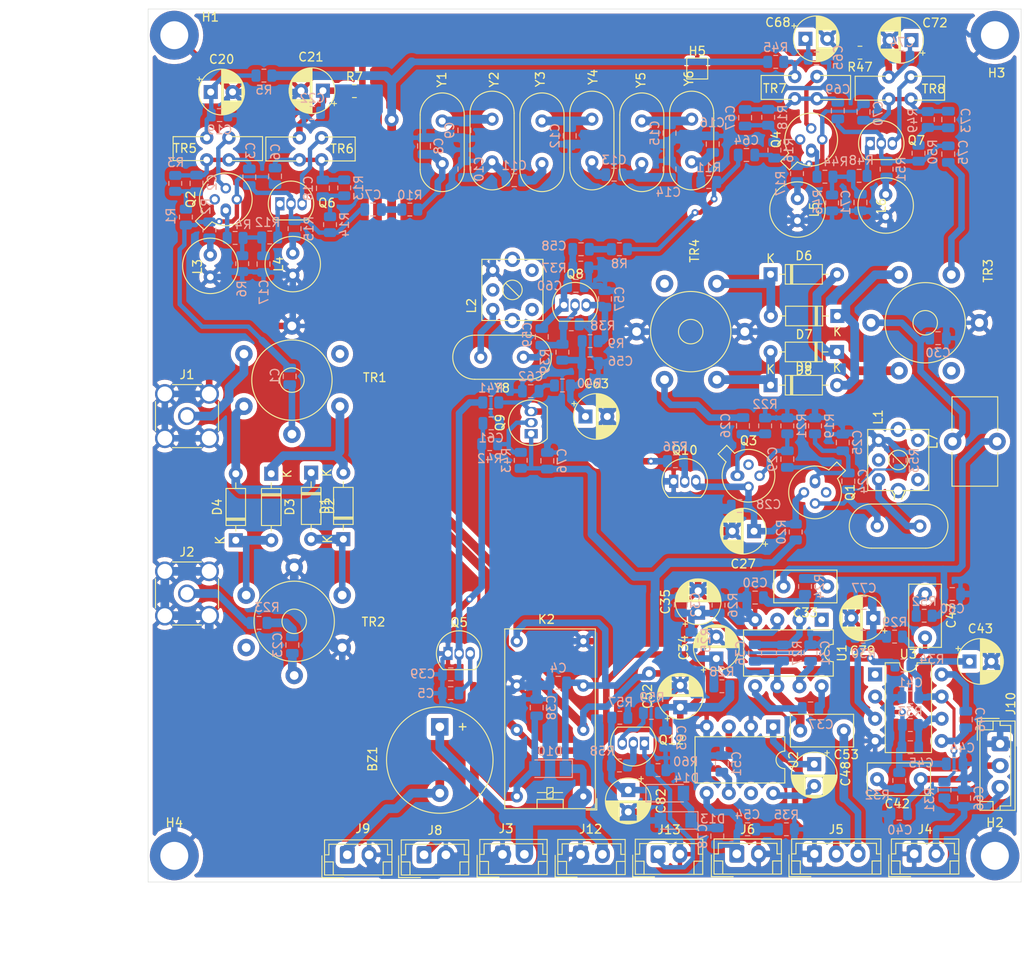
<source format=kicad_pcb>
(kicad_pcb (version 20171130) (host pcbnew 5.1.8-db9833491~87~ubuntu18.04.1)
  (layers (0 F.Cu signal) (31 B.Cu signal) (34 B.Paste user) (35 F.Paste user) (36 B.SilkS user) (37 F.SilkS user) (38 B.Mask user) (39 F.Mask user) (44 Edge.Cuts user))
  (net 0 "")
  (net 1 "Net-(D1-Pad2)")
  (net 2 "Net-(D1-Pad1)")
  (net 3 "Net-(D2-Pad1)")
  (net 4 "Net-(D3-Pad2)")
  (net 5 GND)
  (net 6 "Net-(C1-Pad2)")
  (net 7 "Net-(C1-Pad1)")
  (net 8 "Net-(C2-Pad1)")
  (net 9 "Net-(C3-Pad1)")
  (net 10 +12V)
  (net 11 "Net-(L1-Pad1)")
  (net 12 "Net-(Q2-Pad1)")
  (net 13 "Net-(Q4-Pad3)")
  (net 14 "Net-(C7-Pad1)")
  (net 15 "Net-(C8-Pad1)")
  (net 16 "Net-(C9-Pad1)")
  (net 17 "Net-(C10-Pad1)")
  (net 18 "Net-(C11-Pad1)")
  (net 19 "Net-(C12-Pad1)")
  (net 20 "Net-(C13-Pad2)")
  (net 21 "Net-(C13-Pad1)")
  (net 22 "Net-(C15-Pad1)")
  (net 23 "Net-(C16-Pad1)")
  (net 24 "Net-(C18-Pad1)")
  (net 25 "Net-(C19-Pad1)")
  (net 26 "Net-(C21-Pad1)")
  (net 27 "Net-(Q6-Pad1)")
  (net 28 "Net-(Q7-Pad3)")
  (net 29 "Net-(C23-Pad2)")
  (net 30 "Net-(C23-Pad1)")
  (net 31 "Net-(C24-Pad2)")
  (net 32 "Net-(C24-Pad1)")
  (net 33 "Net-(C26-Pad2)")
  (net 34 "Net-(C26-Pad1)")
  (net 35 "Net-(C27-Pad1)")
  (net 36 "Net-(C29-Pad1)")
  (net 37 "Net-(D6-Pad2)")
  (net 38 "Net-(D6-Pad1)")
  (net 39 "Net-(D7-Pad1)")
  (net 40 "Net-(D8-Pad2)")
  (net 41 "Net-(J2-Pad1)")
  (net 42 /TX)
  (net 43 "Net-(C30-Pad1)")
  (net 44 "Net-(C31-Pad1)")
  (net 45 "Net-(C33-Pad1)")
  (net 46 "Net-(C36-Pad2)")
  (net 47 "Net-(C36-Pad1)")
  (net 48 "Net-(C37-Pad2)")
  (net 49 "Net-(C37-Pad1)")
  (net 50 /MIC_IN)
  (net 51 "Net-(C41-Pad1)")
  (net 52 "Net-(C42-Pad1)")
  (net 53 "Net-(C44-Pad1)")
  (net 54 "Net-(C45-Pad2)")
  (net 55 "Net-(C46-Pad2)")
  (net 56 "Net-(C46-Pad1)")
  (net 57 "Net-(C48-Pad2)")
  (net 58 "Net-(C48-Pad1)")
  (net 59 /+12V_RX)
  (net 60 /VOL_IN)
  (net 61 "Net-(C54-Pad2)")
  (net 62 "Net-(C54-Pad1)")
  (net 63 /VOL_OUT)
  (net 64 /+12V_TX)
  (net 65 /PTT)
  (net 66 "Net-(C56-Pad1)")
  (net 67 "Net-(C57-Pad1)")
  (net 68 "Net-(C58-Pad2)")
  (net 69 "Net-(C58-Pad1)")
  (net 70 "Net-(C59-Pad1)")
  (net 71 "Net-(L2-Pad1)")
  (net 72 "Net-(Q9-Pad2)")
  (net 73 /+12V_BFO2)
  (net 74 "Net-(C66-Pad1)")
  (net 75 "Net-(C67-Pad2)")
  (net 76 "Net-(C67-Pad1)")
  (net 77 "Net-(C69-Pad1)")
  (net 78 "Net-(C70-Pad1)")
  (net 79 "Net-(C72-Pad1)")
  (net 80 /CW_KEY)
  (net 81 "Net-(J1-Pad1)")
  (net 82 "Net-(C78-Pad1)")
  (net 83 "Net-(C82-Pad1)")
  (net 84 "Net-(J13-Pad1)")
  (net 85 "Net-(Q12-Pad3)")
  (net 86 "Net-(Q12-Pad2)")
  (net 87 "Net-(C2-Pad2)")
  (net 88 "Net-(C17-Pad1)")
  (net 89 "Net-(C18-Pad2)")
  (net 90 "Net-(C64-Pad2)")
  (net 91 "Net-(C64-Pad1)")
  (net 92 "Net-(C65-Pad1)")
  (net 93 "Net-(C71-Pad1)")
  (net 94 "Net-(C73-Pad2)")
  (net 95 "Net-(C75-Pad2)")
  (net 96 "Net-(L3-Pad1)")
  (net 97 "Net-(L4-Pad1)")
  (net 98 "Net-(L5-Pad1)")
  (net 99 "Net-(L6-Pad1)")
  (net 100 "Net-(Q2-Pad3)")
  (net 101 "Net-(Q4-Pad1)")
  (net 102 "Net-(Q6-Pad3)")
  (net 103 "Net-(Q7-Pad1)")
  (net 104 /VGND_RX)
  (net 105 /VGND_TX)
  (net 106 "Net-(C33-Pad2)")
  (net 107 "Net-(C47-Pad1)")
  (net 108 "Net-(Q10-Pad2)")
  (module Package_TO_SOT_THT:TO-72-4 (layer F.Cu) (at 155.956 61.214 90)
    (fp_text reference Q4 (at 1.27 -4.02 90) (layer F.SilkS))
    (fp_text value 2N918)
    (pad 4 thru_hole oval (at 1.27 -1.27 90) (size 1.2 1.2) (drill 0.7) (layers *.Cu *.Mask))
    (pad 3 thru_hole oval (at 2.54 0 90) (size 1.2 1.2) (drill 0.7) (layers *.Cu *.Mask) (net 13 "Net-(Q4-Pad3)"))
    (pad 2 thru_hole oval (at 1.27 1.27 90) (size 1.2 1.2) (drill 0.7) (layers *.Cu *.Mask) (net 91 "Net-(C64-Pad1)"))
    (pad 1 thru_hole oval (at 0 0 90) (size 1.6 1.2) (drill 0.7) (layers *.Cu *.Mask) (net 101 "Net-(Q4-Pad1)"))
  )
  (module Package_TO_SOT_THT:TO-72-4 (layer F.Cu) (at 88.9 68.072 90)
    (fp_text reference Q2 (at 1.27 -4.02 90) (layer F.SilkS))
    (fp_text value 2N918)
    (pad 4 thru_hole oval (at 1.27 -1.27 90) (size 1.2 1.2) (drill 0.7) (layers *.Cu *.Mask))
    (pad 3 thru_hole oval (at 2.54 0 90) (size 1.2 1.2) (drill 0.7) (layers *.Cu *.Mask) (net 100 "Net-(Q2-Pad3)"))
    (pad 2 thru_hole oval (at 1.27 1.27 90) (size 1.2 1.2) (drill 0.7) (layers *.Cu *.Mask) (net 7 "Net-(C1-Pad1)"))
    (pad 1 thru_hole oval (at 0 0 90) (size 1.6 1.2) (drill 0.7) (layers *.Cu *.Mask) (net 12 "Net-(Q2-Pad1)"))
  )
  (module NEOSID:NEOSID_5t_4.5x4.5mm_132 (layer F.Cu) (at 119.4816 79.4258 90)
    (fp_text reference L2 (at 0.4318 -2.4384 90) (layer F.SilkS))
    (fp_text value 3u)
    (pad 6 thru_hole circle (at 5.75 2.25 90) (size 1.75 1.75) (drill 1) (layers *.Cu *.Mask))
    (pad 6 thru_hole circle (at -1.25 2.25 90) (size 1.75 1.75) (drill 1) (layers *.Cu *.Mask))
    (pad 5 thru_hole circle (at 4.5 4.5 90) (size 1.524 1.524) (drill 0.762) (layers *.Cu *.Mask))
    (pad 4 thru_hole circle (at 0 4.5 90) (size 1.524 1.524) (drill 0.762) (layers *.Cu *.Mask))
    (pad 2 thru_hole circle (at 4.5 0 90) (size 1.524 1.524) (drill 0.762) (layers *.Cu *.Mask) (net 5 GND))
    (pad 3 thru_hole circle (at 2.25 0 90) (size 1.524 1.524) (drill 0.762) (layers *.Cu *.Mask))
    (pad 1 thru_hole circle (at 0 0 90) (size 1.524 1.524) (drill 0.762) (layers *.Cu *.Mask) (net 71 "Net-(L2-Pad1)"))
  )
  (module NEOSID:NEOSID_5t_4.5x4.5mm_132 (layer F.Cu) (at 163.6776 98.9076 90)
    (fp_text reference L1 (at 7.1628 -0.0508 90) (layer F.SilkS))
    (fp_text value 3u)
    (pad 6 thru_hole circle (at 5.75 2.25 90) (size 1.75 1.75) (drill 1) (layers *.Cu *.Mask))
    (pad 6 thru_hole circle (at -1.25 2.25 90) (size 1.75 1.75) (drill 1) (layers *.Cu *.Mask))
    (pad 5 thru_hole circle (at 4.5 4.5 90) (size 1.524 1.524) (drill 0.762) (layers *.Cu *.Mask))
    (pad 4 thru_hole circle (at 0 4.5 90) (size 1.524 1.524) (drill 0.762) (layers *.Cu *.Mask))
    (pad 2 thru_hole circle (at 4.5 0 90) (size 1.524 1.524) (drill 0.762) (layers *.Cu *.Mask) (net 5 GND))
    (pad 3 thru_hole circle (at 2.25 0 90) (size 1.524 1.524) (drill 0.762) (layers *.Cu *.Mask))
    (pad 1 thru_hole circle (at 0 0 90) (size 1.524 1.524) (drill 0.762) (layers *.Cu *.Mask) (net 11 "Net-(L1-Pad1)"))
  )
  (module Package_DIP:DIP-8_W7.62mm (layer F.Cu) (at 151.6 127.2 270)
    (fp_text reference U2 (at 3.81 -2.33 90) (layer F.SilkS))
    (fp_text value LM386)
    (pad 8 thru_hole oval (at 7.62 0 270) (size 1.6 1.6) (drill 0.8) (layers *.Cu *.Mask) (net 57 "Net-(C48-Pad2)"))
    (pad 4 thru_hole oval (at 0 7.62 270) (size 1.6 1.6) (drill 0.8) (layers *.Cu *.Mask) (net 5 GND))
    (pad 7 thru_hole oval (at 7.62 2.54 270) (size 1.6 1.6) (drill 0.8) (layers *.Cu *.Mask))
    (pad 3 thru_hole oval (at 0 5.08 270) (size 1.6 1.6) (drill 0.8) (layers *.Cu *.Mask) (net 63 /VOL_OUT))
    (pad 6 thru_hole oval (at 7.62 5.08 270) (size 1.6 1.6) (drill 0.8) (layers *.Cu *.Mask) (net 59 /+12V_RX))
    (pad 2 thru_hole oval (at 0 2.54 270) (size 1.6 1.6) (drill 0.8) (layers *.Cu *.Mask) (net 5 GND))
    (pad 5 thru_hole oval (at 7.62 7.62 270) (size 1.6 1.6) (drill 0.8) (layers *.Cu *.Mask) (net 61 "Net-(C54-Pad2)"))
    (pad 1 thru_hole rect (at 0 0 270) (size 1.6 1.6) (drill 0.8) (layers *.Cu *.Mask) (net 58 "Net-(C48-Pad1)"))
  )
  (module Resistor_SMD:R_0805_2012Metric (layer B.Cu) (at 140.4 96.8 180)
    (fp_text reference R36 (at 0 1.65) (layer B.SilkS) (effects (justify mirror)))
    (fp_text value 22k)
    (pad 2 smd roundrect (at 0.9125 0 180) (size 1.025 1.4) (layers B.Cu B.Paste B.Mask) (roundrect_rratio 0.243902) (net 73 /+12V_BFO2))
    (pad 1 smd roundrect (at -0.9125 0 180) (size 1.025 1.4) (layers B.Cu B.Paste B.Mask) (roundrect_rratio 0.243902) (net 108 "Net-(Q10-Pad2)"))
  )
  (module Package_TO_SOT_THT:TO-92_Inline (layer F.Cu) (at 140.2 99.1)
    (fp_text reference Q10 (at 1.27 -3.56) (layer F.SilkS))
    (fp_text value 2N3904)
    (pad 1 thru_hole rect (at 0 0) (size 1.05 1.5) (drill 0.75) (layers *.Cu *.Mask) (net 5 GND))
    (pad 3 thru_hole oval (at 2.54 0) (size 1.05 1.5) (drill 0.75) (layers *.Cu *.Mask) (net 35 "Net-(C27-Pad1)"))
    (pad 2 thru_hole oval (at 1.27 0) (size 1.05 1.5) (drill 0.75) (layers *.Cu *.Mask) (net 108 "Net-(Q10-Pad2)"))
  )
  (module Resistor_SMD:R_0805_2012Metric (layer B.Cu) (at 166.1 96.7 90)
    (fp_text reference R53 (at 0 1.65 270) (layer B.SilkS) (effects (justify mirror)))
    (fp_text value 10k)
    (pad 2 smd roundrect (at 0.9125 0 90) (size 1.025 1.4) (layers B.Cu B.Paste B.Mask) (roundrect_rratio 0.243902) (net 5 GND))
    (pad 1 smd roundrect (at -0.9125 0 90) (size 1.025 1.4) (layers B.Cu B.Paste B.Mask) (roundrect_rratio 0.243902) (net 32 "Net-(C24-Pad1)"))
  )
  (module Resistor_SMD:R_0805_2012Metric (layer B.Cu) (at 168.9 114.5 180)
    (fp_text reference R52 (at 0 1.65) (layer B.SilkS) (effects (justify mirror)))
    (fp_text value 1k)
    (pad 2 smd roundrect (at 0.9125 0 180) (size 1.025 1.4) (layers B.Cu B.Paste B.Mask) (roundrect_rratio 0.243902) (net 107 "Net-(C47-Pad1)"))
    (pad 1 smd roundrect (at -0.9125 0 180) (size 1.025 1.4) (layers B.Cu B.Paste B.Mask) (roundrect_rratio 0.243902) (net 106 "Net-(C33-Pad2)"))
  )
  (module TestPoint:TestPoint_Pad_2.0x2.0mm (layer F.Cu) (at 142.9004 51.816)
    (fp_text reference H5 (at 0 -1.998) (layer F.SilkS))
    (fp_text value MountingHole_Pad)
    (pad 1 smd rect (at 0 0) (size 2 2) (layers F.Cu F.Mask) (net 5 GND))
  )
  (module Inductor_THT:L_Toroid_Vertical_L10.0mm_W5.0mm_P5.08mm (layer F.Cu) (at 172.1612 94.5388 90)
    (fp_text reference L7 (at 0 -2.25 90) (layer F.SilkS))
    (fp_text value 33u)
    (pad 2 thru_hole circle (at 0 5.08 90) (size 2 2) (drill 1) (layers *.Cu *.Mask) (net 106 "Net-(C33-Pad2)"))
    (pad 1 thru_hole circle (at 0 0 90) (size 2 2) (drill 1) (layers *.Cu *.Mask) (net 43 "Net-(C30-Pad1)"))
  )
  (module Inductor:L2.5x6 (layer F.Cu) (at 164.4904 67.5132 270)
    (fp_text reference L6 (at 0 0.5 90) (layer F.SilkS))
    (fp_text value 33u)
    (pad 2 thru_hole circle (at 1.27 0 270) (size 1.524 1.524) (drill 0.762) (layers *.Cu *.Mask) (net 5 GND))
    (pad 1 thru_hole circle (at -1.27 0 270) (size 1.524 1.524) (drill 0.762) (layers *.Cu *.Mask) (net 99 "Net-(L6-Pad1)"))
  )
  (module Inductor:L2.5x6 (layer F.Cu) (at 154.3812 67.9704 270)
    (fp_text reference L5 (at 0 -1.9304 90) (layer F.SilkS))
    (fp_text value 33u)
    (pad 2 thru_hole circle (at 1.27 0 270) (size 1.524 1.524) (drill 0.762) (layers *.Cu *.Mask) (net 5 GND))
    (pad 1 thru_hole circle (at -1.27 0 270) (size 1.524 1.524) (drill 0.762) (layers *.Cu *.Mask) (net 98 "Net-(L5-Pad1)"))
  )
  (module Inductor:L2.5x6 (layer F.Cu) (at 96.5708 74.2188 270)
    (fp_text reference L4 (at 0 1.6256 90) (layer F.SilkS))
    (fp_text value 33u)
    (pad 2 thru_hole circle (at 1.27 0 270) (size 1.524 1.524) (drill 0.762) (layers *.Cu *.Mask) (net 5 GND))
    (pad 1 thru_hole circle (at -1.27 0 270) (size 1.524 1.524) (drill 0.762) (layers *.Cu *.Mask) (net 97 "Net-(L4-Pad1)"))
  )
  (module Inductor:L2.5x6 (layer F.Cu) (at 87.122 74.422 270)
    (fp_text reference L3 (at 0.1016 1.4732 90) (layer F.SilkS))
    (fp_text value 33u)
    (pad 2 thru_hole circle (at 1.27 0 270) (size 1.524 1.524) (drill 0.762) (layers *.Cu *.Mask) (net 5 GND))
    (pad 1 thru_hole circle (at -1.27 0 270) (size 1.524 1.524) (drill 0.762) (layers *.Cu *.Mask) (net 96 "Net-(L3-Pad1)"))
  )
  (module Capacitor_SMD:C_0805_2012Metric (layer B.Cu) (at 172.1104 112.014)
    (fp_text reference C80 (at 0 1.68) (layer B.SilkS) (effects (justify mirror)))
    (fp_text value 47n)
    (pad 2 smd roundrect (at 0.95 0) (size 1 1.45) (layers B.Cu B.Paste B.Mask) (net 5 GND))
    (pad 1 smd roundrect (at -0.95 0) (size 1 1.45) (layers B.Cu B.Paste B.Mask) (net 106 "Net-(C33-Pad2)"))
  )
  (module Resistor_SMD:R_0805_2012Metric (layer B.Cu) (at 161.8977 116.8908 180)
    (fp_text reference R30 (at -0.0527 -1.9304) (layer B.SilkS) (effects (justify mirror)))
    (fp_text value 20k)
    (pad 2 smd roundrect (at 0.9125 0 180) (size 1.025 1.4) (layers B.Cu B.Paste B.Mask) (roundrect_rratio 0.2439004878048781) (net 5 GND))
    (pad 1 smd roundrect (at -0.9125 0 180) (size 1.025 1.4) (layers B.Cu B.Paste B.Mask) (roundrect_rratio 0.2439004878048781) (net 105 /VGND_TX))
  )
  (module Resistor_SMD:R_0805_2012Metric (layer B.Cu) (at 165.5064 116.8908 180)
    (fp_text reference R29 (at 0 1.65) (layer B.SilkS) (effects (justify mirror)))
    (fp_text value 20k)
    (pad 2 smd roundrect (at 0.9125 0 180) (size 1.025 1.4) (layers B.Cu B.Paste B.Mask) (roundrect_rratio 0.2439004878048781) (net 105 /VGND_TX))
    (pad 1 smd roundrect (at -0.9125 0 180) (size 1.025 1.4) (layers B.Cu B.Paste B.Mask) (roundrect_rratio 0.2439004878048781) (net 51 "Net-(C41-Pad1)"))
  )
  (module Capacitor_THT:CP_Radial_D5.0mm_P2.50mm (layer F.Cu) (at 163.068 114.7572 180)
    (fp_text reference C79 (at 1.25 -3.75) (layer F.SilkS))
    (fp_text value 10u)
    (pad 2 thru_hole circle (at 2.5 0 180) (size 1.6 1.6) (drill 0.8) (layers *.Cu *.Mask) (net 5 GND))
    (pad 1 thru_hole rect (at 0 0 180) (size 1.6 1.6) (drill 0.8) (layers *.Cu *.Mask) (net 105 /VGND_TX))
  )
  (module Capacitor_SMD:C_0805_2012Metric (layer B.Cu) (at 162.0012 113.03 180)
    (fp_text reference C77 (at 0 1.68) (layer B.SilkS) (effects (justify mirror)))
    (fp_text value 0.1u)
    (pad 2 smd roundrect (at 0.95 0 180) (size 1 1.45) (layers B.Cu B.Paste B.Mask) (net 5 GND))
    (pad 1 smd roundrect (at -0.95 0 180) (size 1 1.45) (layers B.Cu B.Paste B.Mask) (net 105 /VGND_TX))
  )
  (module Package_TO_SOT_THT:TO-92_Inline (layer F.Cu) (at 114.3508 118.8212)
    (fp_text reference Q5 (at 1.27 -3.56) (layer F.SilkS))
    (fp_text value 2N3904)
    (pad 1 thru_hole rect (at 0 0) (size 1.05 1.5) (drill 0.75) (layers *.Cu *.Mask) (net 5 GND))
    (pad 3 thru_hole oval (at 2.54 0) (size 1.05 1.5) (drill 0.75) (layers *.Cu *.Mask) (net 65 /PTT))
    (pad 2 thru_hole oval (at 1.27 0) (size 1.05 1.5) (drill 0.75) (layers *.Cu *.Mask) (net 42 /TX))
  )
  (module Capacitor_SMD:C_0805_2012Metric (layer B.Cu) (at 125.73 96.7486 90)
    (fp_text reference C76 (at 0 1.68 270) (layer B.SilkS) (effects (justify mirror)))
    (fp_text value 0.1u)
    (pad 2 smd roundrect (at 0.95 0 90) (size 1 1.45) (layers B.Cu B.Paste B.Mask) (net 5 GND))
    (pad 1 smd roundrect (at -0.95 0 90) (size 1 1.45) (layers B.Cu B.Paste B.Mask) (net 10 +12V))
  )
  (module Inductor:L_Toroid_Vertical_L10.0mm_W5.0mm_4pin (layer F.Cu) (at 166.116 52.7812)
    (fp_text reference TR8 (at 3.8608 1.3716) (layer F.SilkS))
    (fp_text value FT37-43)
    (pad 2 thru_hole circle (at -1.27 2.54) (size 1.524 1.524) (drill 0.762) (layers *.Cu *.Mask) (net 78 "Net-(C70-Pad1)"))
    (pad 4 thru_hole circle (at 1.27 2.54) (size 1.524 1.524) (drill 0.762) (layers *.Cu *.Mask) (net 78 "Net-(C70-Pad1)"))
    (pad 3 thru_hole circle (at 1.27 0) (size 1.524 1.524) (drill 0.762) (layers *.Cu *.Mask) (net 28 "Net-(Q7-Pad3)"))
    (pad 1 thru_hole circle (at -1.27 0) (size 1.524 1.524) (drill 0.762) (layers *.Cu *.Mask) (net 79 "Net-(C72-Pad1)"))
  )
  (module Inductor:L_Toroid_Vertical_L10.0mm_W5.0mm_4pin (layer F.Cu) (at 155.3464 55.2704 180)
    (fp_text reference TR7 (at 3.556 1.1684) (layer F.SilkS))
    (fp_text value FT37-43)
    (pad 2 thru_hole circle (at -1.27 2.54 180) (size 1.524 1.524) (drill 0.762) (layers *.Cu *.Mask) (net 13 "Net-(Q4-Pad3)"))
    (pad 4 thru_hole circle (at 1.27 2.54 180) (size 1.524 1.524) (drill 0.762) (layers *.Cu *.Mask) (net 92 "Net-(C65-Pad1)"))
    (pad 3 thru_hole circle (at 1.27 0 180) (size 1.524 1.524) (drill 0.762) (layers *.Cu *.Mask) (net 76 "Net-(C67-Pad1)"))
    (pad 1 thru_hole circle (at -1.27 0 180) (size 1.524 1.524) (drill 0.762) (layers *.Cu *.Mask) (net 76 "Net-(C67-Pad1)"))
  )
  (module Inductor:L_Toroid_Vertical_L10.0mm_W5.0mm_4pin (layer F.Cu) (at 98.6028 59.7408)
    (fp_text reference TR6 (at 3.6068 1.27) (layer F.SilkS))
    (fp_text value FT37-43)
    (pad 2 thru_hole circle (at -1.27 2.54) (size 1.524 1.524) (drill 0.762) (layers *.Cu *.Mask) (net 24 "Net-(C18-Pad1)"))
    (pad 4 thru_hole circle (at 1.27 2.54) (size 1.524 1.524) (drill 0.762) (layers *.Cu *.Mask) (net 24 "Net-(C18-Pad1)"))
    (pad 3 thru_hole circle (at 1.27 0) (size 1.524 1.524) (drill 0.762) (layers *.Cu *.Mask) (net 102 "Net-(Q6-Pad3)"))
    (pad 1 thru_hole circle (at -1.27 0) (size 1.524 1.524) (drill 0.762) (layers *.Cu *.Mask) (net 26 "Net-(C21-Pad1)"))
  )
  (module Inductor:L_Toroid_Vertical_L10.0mm_W5.0mm_4pin (layer F.Cu) (at 87.9856 62.2808 180)
    (fp_text reference TR5 (at 3.7592 1.3208) (layer F.SilkS))
    (fp_text value FT37-43)
    (pad 2 thru_hole circle (at -1.27 2.54 180) (size 1.524 1.524) (drill 0.762) (layers *.Cu *.Mask) (net 100 "Net-(Q2-Pad3)"))
    (pad 4 thru_hole circle (at 1.27 2.54 180) (size 1.524 1.524) (drill 0.762) (layers *.Cu *.Mask) (net 25 "Net-(C19-Pad1)"))
    (pad 3 thru_hole circle (at 1.27 0 180) (size 1.524 1.524) (drill 0.762) (layers *.Cu *.Mask) (net 8 "Net-(C2-Pad1)"))
    (pad 1 thru_hole circle (at -1.27 0 180) (size 1.524 1.524) (drill 0.762) (layers *.Cu *.Mask) (net 8 "Net-(C2-Pad1)"))
  )
  (module Resistor_SMD:R_0805_2012Metric (layer B.Cu) (at 164.592 63.3476 90)
    (fp_text reference R51 (at 0 1.65 270) (layer B.SilkS) (effects (justify mirror)))
    (fp_text value 470)
    (pad 2 smd roundrect (at 0.9125 0 90) (size 1.025 1.4) (layers B.Cu B.Paste B.Mask) (roundrect_rratio 0.2439004878048781) (net 77 "Net-(C69-Pad1)"))
    (pad 1 smd roundrect (at -0.9125 0 90) (size 1.025 1.4) (layers B.Cu B.Paste B.Mask) (roundrect_rratio 0.2439004878048781) (net 99 "Net-(L6-Pad1)"))
  )
  (module Resistor_SMD:R_0805_2012Metric (layer B.Cu) (at 168.2496 61.5188 90)
    (fp_text reference R50 (at 0.1524 1.6256 270) (layer B.SilkS) (effects (justify mirror)))
    (fp_text value 470)
    (pad 2 smd roundrect (at 0.9125 0 90) (size 1.025 1.4) (layers B.Cu B.Paste B.Mask) (roundrect_rratio 0.2439004878048781) (net 94 "Net-(C73-Pad2)"))
    (pad 1 smd roundrect (at -0.9125 0 90) (size 1.025 1.4) (layers B.Cu B.Paste B.Mask) (roundrect_rratio 0.2439004878048781) (net 77 "Net-(C69-Pad1)"))
  )
  (module Resistor_SMD:R_0805_2012Metric (layer B.Cu) (at 169.3164 57.658 90)
    (fp_text reference R49 (at -0.1016 -1.7272 90) (layer B.SilkS) (effects (justify mirror)))
    (fp_text value 2.2k)
    (pad 2 smd roundrect (at 0.9125 0 90) (size 1.025 1.4) (layers B.Cu B.Paste B.Mask) (roundrect_rratio 0.2439004878048781) (net 78 "Net-(C70-Pad1)"))
    (pad 1 smd roundrect (at -0.9125 0 90) (size 1.025 1.4) (layers B.Cu B.Paste B.Mask) (roundrect_rratio 0.2439004878048781) (net 94 "Net-(C73-Pad2)"))
  )
  (module Resistor_SMD:R_0805_2012Metric (layer B.Cu) (at 161.4424 64.1096)
    (fp_text reference R48 (at 0.254 -1.778) (layer B.SilkS) (effects (justify mirror)))
    (fp_text value 4.7)
    (pad 2 smd roundrect (at 0.9125 0) (size 1.025 1.4) (layers B.Cu B.Paste B.Mask) (roundrect_rratio 0.2439004878048781) (net 103 "Net-(Q7-Pad1)"))
    (pad 1 smd roundrect (at -0.9125 0) (size 1.025 1.4) (layers B.Cu B.Paste B.Mask) (roundrect_rratio 0.2439004878048781) (net 93 "Net-(C71-Pad1)"))
  )
  (module Resistor_SMD:R_0805_2012Metric (layer F.Cu) (at 161.544 50 180)
    (fp_text reference R47 (at 0 -1.65) (layer F.SilkS))
    (fp_text value 47)
    (pad 2 smd roundrect (at 0.9125 0 180) (size 1.025 1.4) (layers F.Cu F.Paste F.Mask) (roundrect_rratio 0.2439004878048781) (net 64 /+12V_TX))
    (pad 1 smd roundrect (at -0.9125 0 180) (size 1.025 1.4) (layers F.Cu F.Paste F.Mask) (roundrect_rratio 0.2439004878048781) (net 79 "Net-(C72-Pad1)"))
  )
  (module Resistor_SMD:R_0805_2012Metric (layer B.Cu) (at 158.3436 67.2084 90)
    (fp_text reference R46 (at 0.1016 -1.6256 270) (layer B.SilkS) (effects (justify mirror)))
    (fp_text value 100)
    (pad 2 smd roundrect (at 0.9125 0 90) (size 1.025 1.4) (layers B.Cu B.Paste B.Mask) (roundrect_rratio 0.2439004878048781) (net 93 "Net-(C71-Pad1)"))
    (pad 1 smd roundrect (at -0.9125 0 90) (size 1.025 1.4) (layers B.Cu B.Paste B.Mask) (roundrect_rratio 0.2439004878048781) (net 5 GND))
  )
  (module Resistor_SMD:R_0805_2012Metric (layer B.Cu) (at 151.892 51.054 180)
    (fp_text reference R45 (at 0 1.65) (layer B.SilkS) (effects (justify mirror)))
    (fp_text value 47)
    (pad 2 smd roundrect (at 0.9125 0 180) (size 1.025 1.4) (layers B.Cu B.Paste B.Mask) (roundrect_rratio 0.2439004878048781) (net 59 /+12V_RX))
    (pad 1 smd roundrect (at -0.9125 0 180) (size 1.025 1.4) (layers B.Cu B.Paste B.Mask) (roundrect_rratio 0.2439004878048781) (net 92 "Net-(C65-Pad1)"))
  )
  (module Resistor_SMD:R_0805_2012Metric (layer B.Cu) (at 157.5308 64.2112 180)
    (fp_text reference R44 (at -1.2192 1.7272 180) (layer B.SilkS) (effects (justify mirror)))
    (fp_text value 4.7)
    (pad 2 smd roundrect (at 0.9125 0 180) (size 1.025 1.4) (layers B.Cu B.Paste B.Mask) (roundrect_rratio 0.2439004878048781) (net 101 "Net-(Q4-Pad1)"))
    (pad 1 smd roundrect (at -0.9125 0 180) (size 1.025 1.4) (layers B.Cu B.Paste B.Mask) (roundrect_rratio 0.2439004878048781) (net 93 "Net-(C71-Pad1)"))
  )
  (module Resistor_SMD:R_0805_2012Metric (layer B.Cu) (at 151.0284 57.404 90)
    (fp_text reference R18 (at 0 1.65 90) (layer B.SilkS) (effects (justify mirror)))
    (fp_text value 2.2k)
    (pad 2 smd roundrect (at 0.9125 0 90) (size 1.025 1.4) (layers B.Cu B.Paste B.Mask) (roundrect_rratio 0.2439004878048781) (net 76 "Net-(C67-Pad1)"))
    (pad 1 smd roundrect (at -0.9125 0 90) (size 1.025 1.4) (layers B.Cu B.Paste B.Mask) (roundrect_rratio 0.2439004878048781) (net 75 "Net-(C67-Pad2)"))
  )
  (module Resistor_SMD:R_0805_2012Metric (layer B.Cu) (at 154.3304 63.8556 90)
    (fp_text reference R17 (at -1.1176 -1.8796 270) (layer B.SilkS) (effects (justify mirror)))
    (fp_text value 470)
    (pad 2 smd roundrect (at 0.9125 0 90) (size 1.025 1.4) (layers B.Cu B.Paste B.Mask) (roundrect_rratio 0.2439004878048781) (net 91 "Net-(C64-Pad1)"))
    (pad 1 smd roundrect (at -0.9125 0 90) (size 1.025 1.4) (layers B.Cu B.Paste B.Mask) (roundrect_rratio 0.2439004878048781) (net 98 "Net-(L5-Pad1)"))
  )
  (module Resistor_SMD:R_0805_2012Metric (layer B.Cu) (at 151.7396 61.1632 90)
    (fp_text reference R16 (at 0 1.65 90) (layer B.SilkS) (effects (justify mirror)))
    (fp_text value 470)
    (pad 2 smd roundrect (at 0.9125 0 90) (size 1.025 1.4) (layers B.Cu B.Paste B.Mask) (roundrect_rratio 0.2439004878048781) (net 75 "Net-(C67-Pad2)"))
    (pad 1 smd roundrect (at -0.9125 0 90) (size 1.025 1.4) (layers B.Cu B.Paste B.Mask) (roundrect_rratio 0.2439004878048781) (net 91 "Net-(C64-Pad1)"))
  )
  (module Resistor_SMD:R_0805_2012Metric (layer B.Cu) (at 96.774 70.1548 90)
    (fp_text reference R15 (at 0 1.65 90) (layer B.SilkS) (effects (justify mirror)))
    (fp_text value 470)
    (pad 2 smd roundrect (at 0.9125 0 90) (size 1.025 1.4) (layers B.Cu B.Paste B.Mask) (roundrect_rratio 0.2439004878048781) (net 9 "Net-(C3-Pad1)"))
    (pad 1 smd roundrect (at -0.9125 0 90) (size 1.025 1.4) (layers B.Cu B.Paste B.Mask) (roundrect_rratio 0.2439004878048781) (net 97 "Net-(L4-Pad1)"))
  )
  (module Resistor_SMD:R_0805_2012Metric (layer B.Cu) (at 100.838 69.6976 90)
    (fp_text reference R14 (at 0 1.65 90) (layer B.SilkS) (effects (justify mirror)))
    (fp_text value 470)
    (pad 2 smd roundrect (at 0.9125 0 90) (size 1.025 1.4) (layers B.Cu B.Paste B.Mask) (roundrect_rratio 0.2439004878048781) (net 89 "Net-(C18-Pad2)"))
    (pad 1 smd roundrect (at -0.9125 0 90) (size 1.025 1.4) (layers B.Cu B.Paste B.Mask) (roundrect_rratio 0.2439004878048781) (net 9 "Net-(C3-Pad1)"))
  )
  (module Resistor_SMD:R_0805_2012Metric (layer B.Cu) (at 102.4636 65.4812 90)
    (fp_text reference R13 (at 0 1.65 90) (layer B.SilkS) (effects (justify mirror)))
    (fp_text value 2.2k)
    (pad 2 smd roundrect (at 0.9125 0 90) (size 1.025 1.4) (layers B.Cu B.Paste B.Mask) (roundrect_rratio 0.2439004878048781) (net 24 "Net-(C18-Pad1)"))
    (pad 1 smd roundrect (at -0.9125 0 90) (size 1.025 1.4) (layers B.Cu B.Paste B.Mask) (roundrect_rratio 0.2439004878048781) (net 89 "Net-(C18-Pad2)"))
  )
  (module Resistor_SMD:R_0805_2012Metric (layer B.Cu) (at 93.9292 71.1708)
    (fp_text reference R12 (at -0.254 -1.7272) (layer B.SilkS) (effects (justify mirror)))
    (fp_text value 4.7)
    (pad 2 smd roundrect (at 0.9125 0) (size 1.025 1.4) (layers B.Cu B.Paste B.Mask) (roundrect_rratio 0.2439004878048781) (net 27 "Net-(Q6-Pad1)"))
    (pad 1 smd roundrect (at -0.9125 0) (size 1.025 1.4) (layers B.Cu B.Paste B.Mask) (roundrect_rratio 0.2439004878048781) (net 88 "Net-(C17-Pad1)"))
  )
  (module Resistor_SMD:R_0805_2012Metric (layer F.Cu) (at 103.632 54.4068)
    (fp_text reference R7 (at 0 -1.65) (layer F.SilkS))
    (fp_text value 47)
    (pad 2 smd roundrect (at 0.9125 0) (size 1.025 1.4) (layers F.Cu F.Paste F.Mask) (roundrect_rratio 0.2439004878048781) (net 64 /+12V_TX))
    (pad 1 smd roundrect (at -0.9125 0) (size 1.025 1.4) (layers F.Cu F.Paste F.Mask) (roundrect_rratio 0.2439004878048781) (net 26 "Net-(C21-Pad1)"))
  )
  (module Resistor_SMD:R_0805_2012Metric (layer B.Cu) (at 90.7796 74.168 90)
    (fp_text reference R6 (at -2.8956 -0.0508 90) (layer B.SilkS) (effects (justify mirror)))
    (fp_text value 100)
    (pad 2 smd roundrect (at 0.9125 0 90) (size 1.025 1.4) (layers B.Cu B.Paste B.Mask) (roundrect_rratio 0.2439004878048781) (net 88 "Net-(C17-Pad1)"))
    (pad 1 smd roundrect (at -0.9125 0 90) (size 1.025 1.4) (layers B.Cu B.Paste B.Mask) (roundrect_rratio 0.2439004878048781) (net 5 GND))
  )
  (module Resistor_SMD:R_0805_2012Metric (layer B.Cu) (at 93.2688 52.6288)
    (fp_text reference R5 (at 0 1.65) (layer B.SilkS) (effects (justify mirror)))
    (fp_text value 47)
    (pad 2 smd roundrect (at 0.9125 0) (size 1.025 1.4) (layers B.Cu B.Paste B.Mask) (roundrect_rratio 0.2439004878048781) (net 59 /+12V_RX))
    (pad 1 smd roundrect (at -0.9125 0) (size 1.025 1.4) (layers B.Cu B.Paste B.Mask) (roundrect_rratio 0.2439004878048781) (net 25 "Net-(C19-Pad1)"))
  )
  (module Resistor_SMD:R_0805_2012Metric (layer B.Cu) (at 89.9668 71.2216 180)
    (fp_text reference R4 (at -0.9144 1.524) (layer B.SilkS) (effects (justify mirror)))
    (fp_text value 4.7)
    (pad 2 smd roundrect (at 0.9125 0 180) (size 1.025 1.4) (layers B.Cu B.Paste B.Mask) (roundrect_rratio 0.2439004878048781) (net 12 "Net-(Q2-Pad1)"))
    (pad 1 smd roundrect (at -0.9125 0 180) (size 1.025 1.4) (layers B.Cu B.Paste B.Mask) (roundrect_rratio 0.2439004878048781) (net 88 "Net-(C17-Pad1)"))
  )
  (module Resistor_SMD:R_0805_2012Metric (layer B.Cu) (at 83.1088 64.9732 90)
    (fp_text reference R3 (at 2.3876 0.0508 180) (layer B.SilkS) (effects (justify mirror)))
    (fp_text value 2.2k)
    (pad 2 smd roundrect (at 0.9125 0 90) (size 1.025 1.4) (layers B.Cu B.Paste B.Mask) (roundrect_rratio 0.2439004878048781) (net 8 "Net-(C2-Pad1)"))
    (pad 1 smd roundrect (at -0.9125 0 90) (size 1.025 1.4) (layers B.Cu B.Paste B.Mask) (roundrect_rratio 0.2439004878048781) (net 87 "Net-(C2-Pad2)"))
  )
  (module Resistor_SMD:R_0805_2012Metric (layer B.Cu) (at 87.0204 70.3072 90)
    (fp_text reference R2 (at 2.6924 -0.4064 90) (layer B.SilkS) (effects (justify mirror)))
    (fp_text value 470)
    (pad 2 smd roundrect (at 0.9125 0 90) (size 1.025 1.4) (layers B.Cu B.Paste B.Mask) (roundrect_rratio 0.2439004878048781) (net 7 "Net-(C1-Pad1)"))
    (pad 1 smd roundrect (at -0.9125 0 90) (size 1.025 1.4) (layers B.Cu B.Paste B.Mask) (roundrect_rratio 0.2439004878048781) (net 96 "Net-(L3-Pad1)"))
  )
  (module Resistor_SMD:R_0805_2012Metric (layer B.Cu) (at 84.328 68.834 90)
    (fp_text reference R1 (at 0.1016 -1.7272 90) (layer B.SilkS) (effects (justify mirror)))
    (fp_text value 470)
    (pad 2 smd roundrect (at 0.9125 0 90) (size 1.025 1.4) (layers B.Cu B.Paste B.Mask) (roundrect_rratio 0.2439004878048781) (net 87 "Net-(C2-Pad2)"))
    (pad 1 smd roundrect (at -0.9125 0 90) (size 1.025 1.4) (layers B.Cu B.Paste B.Mask) (roundrect_rratio 0.2439004878048781) (net 7 "Net-(C1-Pad1)"))
  )
  (module Package_TO_SOT_THT:TO-92_Inline (layer F.Cu) (at 162.7124 60.4012)
    (fp_text reference Q7 (at 5.2832 -0.3556) (layer F.SilkS))
    (fp_text value 2N3904)
    (pad 1 thru_hole rect (at 0 0) (size 1.05 1.5) (drill 0.75) (layers *.Cu *.Mask) (net 103 "Net-(Q7-Pad1)"))
    (pad 3 thru_hole oval (at 2.54 0) (size 1.05 1.5) (drill 0.75) (layers *.Cu *.Mask) (net 28 "Net-(Q7-Pad3)"))
    (pad 2 thru_hole oval (at 1.27 0) (size 1.05 1.5) (drill 0.75) (layers *.Cu *.Mask) (net 77 "Net-(C69-Pad1)"))
  )
  (module Package_TO_SOT_THT:TO-92_Inline (layer F.Cu) (at 95.0976 67.31)
    (fp_text reference Q6 (at 5.3848 -0.1016) (layer F.SilkS))
    (fp_text value 2N3904)
    (pad 1 thru_hole rect (at 0 0) (size 1.05 1.5) (drill 0.75) (layers *.Cu *.Mask) (net 27 "Net-(Q6-Pad1)"))
    (pad 3 thru_hole oval (at 2.54 0) (size 1.05 1.5) (drill 0.75) (layers *.Cu *.Mask) (net 102 "Net-(Q6-Pad3)"))
    (pad 2 thru_hole oval (at 1.27 0) (size 1.05 1.5) (drill 0.75) (layers *.Cu *.Mask) (net 9 "Net-(C3-Pad1)"))
  )
  (module Capacitor_SMD:C_0805_2012Metric (layer B.Cu) (at 171.6532 61.6204 270)
    (fp_text reference C75 (at -0.2032 -1.7272 90) (layer B.SilkS) (effects (justify mirror)))
    (fp_text value 0.1u)
    (pad 2 smd roundrect (at 0.95 0 270) (size 1 1.45) (layers B.Cu B.Paste B.Mask) (net 95 "Net-(C75-Pad2)"))
    (pad 1 smd roundrect (at -0.95 0 270) (size 1 1.45) (layers B.Cu B.Paste B.Mask) (net 77 "Net-(C69-Pad1)"))
  )
  (module Capacitor_SMD:C_0805_2012Metric (layer B.Cu) (at 166.3192 50.4952 180)
    (fp_text reference C74 (at 0 1.68) (layer B.SilkS) (effects (justify mirror)))
    (fp_text value 0.1u)
    (pad 2 smd roundrect (at 0.95 0 180) (size 1 1.45) (layers B.Cu B.Paste B.Mask) (net 5 GND))
    (pad 1 smd roundrect (at -0.95 0 180) (size 1 1.45) (layers B.Cu B.Paste B.Mask) (net 79 "Net-(C72-Pad1)"))
  )
  (module Capacitor_SMD:C_0805_2012Metric (layer B.Cu) (at 171.6532 57.658 270)
    (fp_text reference C73 (at 0.1016 -2.032 90) (layer B.SilkS) (effects (justify mirror)))
    (fp_text value 0.1u)
    (pad 2 smd roundrect (at 0.95 0 270) (size 1 1.45) (layers B.Cu B.Paste B.Mask) (net 94 "Net-(C73-Pad2)"))
    (pad 1 smd roundrect (at -0.95 0 270) (size 1 1.45) (layers B.Cu B.Paste B.Mask) (net 78 "Net-(C70-Pad1)"))
  )
  (module Capacitor_THT:CP_Radial_D5.0mm_P2.50mm (layer F.Cu) (at 167.4368 48.5648 180)
    (fp_text reference C72 (at -2.6924 1.9812) (layer F.SilkS))
    (fp_text value 10u)
    (pad 2 thru_hole circle (at 2.5 0 180) (size 1.6 1.6) (drill 0.8) (layers *.Cu *.Mask) (net 5 GND))
    (pad 1 thru_hole rect (at 0 0 180) (size 1.6 1.6) (drill 0.8) (layers *.Cu *.Mask) (net 79 "Net-(C72-Pad1)"))
  )
  (module Capacitor_SMD:C_0805_2012Metric (layer B.Cu) (at 161.5948 67.1576 270)
    (fp_text reference C71 (at 0 1.68 270) (layer B.SilkS) (effects (justify mirror)))
    (fp_text value 0.1u)
    (pad 2 smd roundrect (at 0.95 0 270) (size 1 1.45) (layers B.Cu B.Paste B.Mask) (net 5 GND))
    (pad 1 smd roundrect (at -0.95 0 270) (size 1 1.45) (layers B.Cu B.Paste B.Mask) (net 93 "Net-(C71-Pad1)"))
  )
  (module Capacitor_SMD:C_0805_2012Metric (layer B.Cu) (at 161.9504 56.7944 90)
    (fp_text reference C70 (at -0.1524 1.6764 90) (layer B.SilkS) (effects (justify mirror)))
    (fp_text value 10n)
    (pad 2 smd roundrect (at 0.95 0 90) (size 1 1.45) (layers B.Cu B.Paste B.Mask) (net 91 "Net-(C64-Pad1)"))
    (pad 1 smd roundrect (at -0.95 0 90) (size 1 1.45) (layers B.Cu B.Paste B.Mask) (net 78 "Net-(C70-Pad1)"))
  )
  (module Capacitor_SMD:C_0805_2012Metric (layer B.Cu) (at 159.004 56.642 90)
    (fp_text reference C69 (at 2.4384 0 180) (layer B.SilkS) (effects (justify mirror)))
    (fp_text value 10n)
    (pad 2 smd roundrect (at 0.95 0 90) (size 1 1.45) (layers B.Cu B.Paste B.Mask) (net 76 "Net-(C67-Pad1)"))
    (pad 1 smd roundrect (at -0.95 0 90) (size 1 1.45) (layers B.Cu B.Paste B.Mask) (net 77 "Net-(C69-Pad1)"))
  )
  (module Capacitor_THT:CP_Radial_D5.0mm_P2.50mm (layer F.Cu) (at 155.2956 48.4124)
    (fp_text reference C68 (at -3.1496 -1.8796) (layer F.SilkS))
    (fp_text value 10u)
    (pad 2 thru_hole circle (at 2.5 0) (size 1.6 1.6) (drill 0.8) (layers *.Cu *.Mask) (net 5 GND))
    (pad 1 thru_hole rect (at 0 0) (size 1.6 1.6) (drill 0.8) (layers *.Cu *.Mask) (net 92 "Net-(C65-Pad1)"))
  )
  (module Capacitor_SMD:C_0805_2012Metric (layer B.Cu) (at 148.3868 57.4548 270)
    (fp_text reference C67 (at 0 1.68 270) (layer B.SilkS) (effects (justify mirror)))
    (fp_text value 0.1u)
    (pad 2 smd roundrect (at 0.95 0 270) (size 1 1.45) (layers B.Cu B.Paste B.Mask) (net 75 "Net-(C67-Pad2)"))
    (pad 1 smd roundrect (at -0.95 0 270) (size 1 1.45) (layers B.Cu B.Paste B.Mask) (net 76 "Net-(C67-Pad1)"))
  )
  (module Capacitor_SMD:C_0805_2012Metric (layer B.Cu) (at 156.5656 50.6476)
    (fp_text reference C65 (at 2.4892 -0.1016 90) (layer B.SilkS) (effects (justify mirror)))
    (fp_text value 0.1u)
    (pad 2 smd roundrect (at 0.95 0) (size 1 1.45) (layers B.Cu B.Paste B.Mask) (net 5 GND))
    (pad 1 smd roundrect (at -0.95 0) (size 1 1.45) (layers B.Cu B.Paste B.Mask) (net 92 "Net-(C65-Pad1)"))
  )
  (module Capacitor_SMD:C_0805_2012Metric (layer B.Cu) (at 148.5392 61.722 180)
    (fp_text reference C64 (at 0 1.68) (layer B.SilkS) (effects (justify mirror)))
    (fp_text value 10n)
    (pad 2 smd roundrect (at 0.95 0 180) (size 1 1.45) (layers B.Cu B.Paste B.Mask) (net 90 "Net-(C64-Pad2)"))
    (pad 1 smd roundrect (at -0.95 0 180) (size 1 1.45) (layers B.Cu B.Paste B.Mask) (net 91 "Net-(C64-Pad1)"))
  )
  (module Capacitor_SMD:C_0805_2012Metric (layer B.Cu) (at 98.806 56.896 180)
    (fp_text reference C22 (at 0 1.68) (layer B.SilkS) (effects (justify mirror)))
    (fp_text value 0.1u)
    (pad 2 smd roundrect (at 0.95 0 180) (size 1 1.45) (layers B.Cu B.Paste B.Mask) (net 5 GND))
    (pad 1 smd roundrect (at -0.95 0 180) (size 1 1.45) (layers B.Cu B.Paste B.Mask) (net 26 "Net-(C21-Pad1)"))
  )
  (module Capacitor_THT:CP_Radial_D5.0mm_P2.50mm (layer F.Cu) (at 100.0252 54.356 180)
    (fp_text reference C21 (at 1.3716 3.8608) (layer F.SilkS))
    (fp_text value 10u)
    (pad 2 thru_hole circle (at 2.5 0 180) (size 1.6 1.6) (drill 0.8) (layers *.Cu *.Mask) (net 5 GND))
    (pad 1 thru_hole rect (at 0 0 180) (size 1.6 1.6) (drill 0.8) (layers *.Cu *.Mask) (net 26 "Net-(C21-Pad1)"))
  )
  (module Capacitor_THT:CP_Radial_D5.0mm_P2.50mm (layer F.Cu) (at 87.1728 54.5084)
    (fp_text reference C20 (at 1.25 -3.75) (layer F.SilkS))
    (fp_text value 10u)
    (pad 2 thru_hole circle (at 2.5 0) (size 1.6 1.6) (drill 0.8) (layers *.Cu *.Mask) (net 5 GND))
    (pad 1 thru_hole rect (at 0 0) (size 1.6 1.6) (drill 0.8) (layers *.Cu *.Mask) (net 25 "Net-(C19-Pad1)"))
  )
  (module Capacitor_SMD:C_0805_2012Metric (layer B.Cu) (at 88.1888 57.15)
    (fp_text reference C19 (at 0 1.68) (layer B.SilkS) (effects (justify mirror)))
    (fp_text value 0.1u)
    (pad 2 smd roundrect (at 0.95 0) (size 1 1.45) (layers B.Cu B.Paste B.Mask) (net 5 GND))
    (pad 1 smd roundrect (at -0.95 0) (size 1 1.45) (layers B.Cu B.Paste B.Mask) (net 25 "Net-(C19-Pad1)"))
  )
  (module Capacitor_SMD:C_0805_2012Metric (layer B.Cu) (at 100.0252 65.532 270)
    (fp_text reference C18 (at 0 1.68 90) (layer B.SilkS) (effects (justify mirror)))
    (fp_text value 0.1u)
    (pad 2 smd roundrect (at 0.95 0 270) (size 1 1.45) (layers B.Cu B.Paste B.Mask) (net 89 "Net-(C18-Pad2)"))
    (pad 1 smd roundrect (at -0.95 0 270) (size 1 1.45) (layers B.Cu B.Paste B.Mask) (net 24 "Net-(C18-Pad1)"))
  )
  (module Capacitor_SMD:C_0805_2012Metric (layer B.Cu) (at 93.218 74.2188 270)
    (fp_text reference C17 (at 3.2004 -0.0508 90) (layer B.SilkS) (effects (justify mirror)))
    (fp_text value 0.1u)
    (pad 2 smd roundrect (at 0.95 0 270) (size 1 1.45) (layers B.Cu B.Paste B.Mask) (net 5 GND))
    (pad 1 smd roundrect (at -0.95 0 270) (size 1 1.45) (layers B.Cu B.Paste B.Mask) (net 88 "Net-(C17-Pad1)"))
  )
  (module Capacitor_SMD:C_0805_2012Metric (layer B.Cu) (at 94.5388 64.1604 270)
    (fp_text reference C6 (at -2.794 -0.0508 90) (layer B.SilkS) (effects (justify mirror)))
    (fp_text value 10n)
    (pad 2 smd roundrect (at 0.95 0 270) (size 1 1.45) (layers B.Cu B.Paste B.Mask) (net 7 "Net-(C1-Pad1)"))
    (pad 1 smd roundrect (at -0.95 0 270) (size 1 1.45) (layers B.Cu B.Paste B.Mask) (net 24 "Net-(C18-Pad1)"))
  )
  (module Capacitor_SMD:C_0805_2012Metric (layer B.Cu) (at 91.5924 64.262 90)
    (fp_text reference C3 (at 3.048 0.1524 90) (layer B.SilkS) (effects (justify mirror)))
    (fp_text value 10n)
    (pad 2 smd roundrect (at 0.95 0 90) (size 1 1.45) (layers B.Cu B.Paste B.Mask) (net 8 "Net-(C2-Pad1)"))
    (pad 1 smd roundrect (at -0.95 0 90) (size 1 1.45) (layers B.Cu B.Paste B.Mask) (net 9 "Net-(C3-Pad1)"))
  )
  (module Capacitor_SMD:C_0805_2012Metric (layer B.Cu) (at 85.5472 64.9732 270)
    (fp_text reference C2 (at -0.1016 -1.778 90) (layer B.SilkS) (effects (justify mirror)))
    (fp_text value 0.1u)
    (pad 2 smd roundrect (at 0.95 0 270) (size 1 1.45) (layers B.Cu B.Paste B.Mask) (net 87 "Net-(C2-Pad2)"))
    (pad 1 smd roundrect (at -0.95 0 270) (size 1 1.45) (layers B.Cu B.Paste B.Mask) (net 8 "Net-(C2-Pad1)"))
  )
  (module Resistor_SMD:R_0805_2012Metric (layer B.Cu) (at 138.4046 132.1816 180)
    (fp_text reference R60 (at -3.175 0.9652) (layer B.SilkS) (effects (justify mirror)))
    (fp_text value 1k)
    (pad 2 smd roundrect (at 0.9125 0 180) (size 1.025 1.4) (layers B.Cu B.Paste B.Mask) (roundrect_rratio 0.2439004878048781) (net 84 "Net-(J13-Pad1)"))
    (pad 1 smd roundrect (at -0.9125 0 180) (size 1.025 1.4) (layers B.Cu B.Paste B.Mask) (roundrect_rratio 0.2439004878048781) (net 5 GND))
  )
  (module Resistor_SMD:R_0805_2012Metric (layer B.Cu) (at 137.6426 125.6284)
    (fp_text reference R59 (at 0.0762 -1.778) (layer B.SilkS) (effects (justify mirror)))
    (fp_text value 8.2k)
    (pad 2 smd roundrect (at 0.9125 0) (size 1.025 1.4) (layers B.Cu B.Paste B.Mask) (roundrect_rratio 0.2439004878048781) (net 59 /+12V_RX))
    (pad 1 smd roundrect (at -0.9125 0) (size 1.025 1.4) (layers B.Cu B.Paste B.Mask) (roundrect_rratio 0.2439004878048781) (net 85 "Net-(Q12-Pad3)"))
  )
  (module Resistor_SMD:R_0805_2012Metric (layer B.Cu) (at 133.985 131.6482 180)
    (fp_text reference R58 (at 1.9558 1.65) (layer B.SilkS) (effects (justify mirror)))
    (fp_text value 150k)
    (pad 2 smd roundrect (at 0.9125 0 180) (size 1.025 1.4) (layers B.Cu B.Paste B.Mask) (roundrect_rratio 0.2439004878048781) (net 83 "Net-(C82-Pad1)"))
    (pad 1 smd roundrect (at -0.9125 0 180) (size 1.025 1.4) (layers B.Cu B.Paste B.Mask) (roundrect_rratio 0.2439004878048781) (net 86 "Net-(Q12-Pad2)"))
  )
  (module Resistor_SMD:R_0805_2012Metric (layer B.Cu) (at 134.0358 126.1872)
    (fp_text reference R57 (at 0.0762 -1.778) (layer B.SilkS) (effects (justify mirror)))
    (fp_text value 1M)
    (pad 2 smd roundrect (at 0.9125 0) (size 1.025 1.4) (layers B.Cu B.Paste B.Mask) (roundrect_rratio 0.2439004878048781) (net 5 GND))
    (pad 1 smd roundrect (at -0.9125 0) (size 1.025 1.4) (layers B.Cu B.Paste B.Mask) (roundrect_rratio 0.2439004878048781) (net 83 "Net-(C82-Pad1)"))
  )
  (module Package_TO_SOT_THT:TO-92_Inline (layer F.Cu) (at 136.8552 129.1082 180)
    (fp_text reference Q12 (at -3.0988 0.381) (layer F.SilkS))
    (fp_text value 2N3904)
    (pad 1 thru_hole rect (at 0 0 180) (size 1.05 1.5) (drill 0.75) (layers *.Cu *.Mask) (net 84 "Net-(J13-Pad1)"))
    (pad 3 thru_hole oval (at 2.54 0 180) (size 1.05 1.5) (drill 0.75) (layers *.Cu *.Mask) (net 85 "Net-(Q12-Pad3)"))
    (pad 2 thru_hole oval (at 1.27 0 180) (size 1.05 1.5) (drill 0.75) (layers *.Cu *.Mask) (net 86 "Net-(Q12-Pad2)"))
  )
  (module Connector_JST:JST_EH_B2B-EH-A_1x02_P2.50mm_Vertical (layer F.Cu) (at 138.4192 141.8082)
    (fp_text reference J13 (at 1.25 -2.8) (layer F.SilkS))
    (fp_text value S-Met.)
    (pad 2 thru_hole oval (at 2.5 0) (size 1.7 2) (drill 1) (layers *.Cu *.Mask) (net 5 GND))
    (pad 1 thru_hole roundrect (at 0 0) (size 1.7 2) (drill 1) (layers *.Cu *.Mask) (roundrect_rratio 0.1470588235294118) (net 84 "Net-(J13-Pad1)"))
  )
  (module Diode_SMD:D_MiniMELF (layer B.Cu) (at 139.573 134.8232)
    (fp_text reference D14 (at 2.1082 -1.7272) (layer B.SilkS) (effects (justify mirror)))
    (fp_text value LL4148)
    (pad 2 smd rect (at 1.75 0) (size 1.3 1.7) (layers B.Cu B.Paste B.Mask) (net 82 "Net-(C78-Pad1)"))
    (pad 1 smd rect (at -1.75 0) (size 1.3 1.7) (layers B.Cu B.Paste B.Mask) (net 83 "Net-(C82-Pad1)"))
  )
  (module Diode_SMD:D_MiniMELF (layer B.Cu) (at 140.4366 137.9474 180)
    (fp_text reference D13 (at -4.2418 0.1778) (layer B.SilkS) (effects (justify mirror)))
    (fp_text value LL4148)
    (pad 2 smd rect (at 1.75 0 180) (size 1.3 1.7) (layers B.Cu B.Paste B.Mask) (net 5 GND))
    (pad 1 smd rect (at -1.75 0 180) (size 1.3 1.7) (layers B.Cu B.Paste B.Mask) (net 82 "Net-(C78-Pad1)"))
  )
  (module Capacitor_SMD:C_0805_2012Metric (layer B.Cu) (at 139.2682 128.6256 270)
    (fp_text reference C83 (at -0.1524 -1.8542 90) (layer B.SilkS) (effects (justify mirror)))
    (fp_text value 0.1u)
    (pad 2 smd roundrect (at 0.95 0 270) (size 1 1.45) (layers B.Cu B.Paste B.Mask) (net 5 GND))
    (pad 1 smd roundrect (at -0.95 0 270) (size 1 1.45) (layers B.Cu B.Paste B.Mask) (net 59 /+12V_RX))
  )
  (module Capacitor_THT:CP_Radial_D5.0mm_P2.50mm (layer F.Cu) (at 135.001 134.4676 270)
    (fp_text reference C82 (at 1.25 -3.75 90) (layer F.SilkS))
    (fp_text value 4.7u)
    (pad 2 thru_hole circle (at 2.5 0 270) (size 1.6 1.6) (drill 0.8) (layers *.Cu *.Mask) (net 5 GND))
    (pad 1 thru_hole rect (at 0 0 270) (size 1.6 1.6) (drill 0.8) (layers *.Cu *.Mask) (net 83 "Net-(C82-Pad1)"))
  )
  (module Capacitor_SMD:C_0805_2012Metric (layer B.Cu) (at 145.2 139.75 270)
    (fp_text reference C78 (at 0 1.68 90) (layer B.SilkS) (effects (justify mirror)))
    (fp_text value 0.1u)
    (pad 2 smd roundrect (at 0.95 0 270) (size 1 1.45) (layers B.Cu B.Paste B.Mask) (net 61 "Net-(C54-Pad2)"))
    (pad 1 smd roundrect (at -0.95 0 270) (size 1 1.45) (layers B.Cu B.Paste B.Mask) (net 82 "Net-(C78-Pad1)"))
  )
  (module Connector_JST:JST_EH_B2B-EH-A_1x02_P2.50mm_Vertical (layer F.Cu) (at 129.54 141.8336)
    (fp_text reference J12 (at 1.1557 -2.8956) (layer F.SilkS))
    (fp_text value PWR)
    (pad 2 thru_hole oval (at 2.5 0) (size 1.7 2) (drill 1) (layers *.Cu *.Mask) (net 10 +12V))
    (pad 1 thru_hole roundrect (at 0 0) (size 1.7 2) (drill 1) (layers *.Cu *.Mask) (roundrect_rratio 0.1470588235294118) (net 5 GND))
  )
  (module Connector_JST:JST_EH_B2B-EH-A_1x02_P2.50mm_Vertical (layer F.Cu) (at 111.6076 141.8844)
    (fp_text reference J8 (at 1.25 -2.8) (layer F.SilkS))
    (fp_text value PTT)
    (pad 2 thru_hole oval (at 2.5 0) (size 1.7 2) (drill 1) (layers *.Cu *.Mask) (net 5 GND))
    (pad 1 thru_hole roundrect (at 0 0) (size 1.7 2) (drill 1) (layers *.Cu *.Mask) (roundrect_rratio 0.1470588235294118) (net 65 /PTT))
  )
  (module Connector_JST:JST_EH_B3B-EH-A_1x03_P2.50mm_Vertical (layer F.Cu) (at 177.5968 129.1717 270)
    (fp_text reference J10 (at -4.6101 -1.2192 90) (layer F.SilkS))
    (fp_text value MIC_GAIN)
    (pad 3 thru_hole oval (at 5 0 270) (size 1.7 1.95) (drill 0.95) (layers *.Cu *.Mask) (net 74 "Net-(C66-Pad1)"))
    (pad 2 thru_hole oval (at 2.5 0 270) (size 1.7 1.95) (drill 0.95) (layers *.Cu *.Mask) (net 50 /MIC_IN))
    (pad 1 thru_hole roundrect (at 0 0 270) (size 1.7 1.95) (drill 0.95) (layers *.Cu *.Mask) (roundrect_rratio 0.1470588235294118) (net 5 GND))
  )
  (module Capacitor_SMD:C_0805_2012Metric (layer B.Cu) (at 173.4693 135.3947 90)
    (fp_text reference C66 (at 0 1.68 270) (layer B.SilkS) (effects (justify mirror)))
    (fp_text value 47n)
    (pad 2 smd roundrect (at 0.95 0 90) (size 1 1.45) (layers B.Cu B.Paste B.Mask) (net 5 GND))
    (pad 1 smd roundrect (at -0.95 0 90) (size 1 1.45) (layers B.Cu B.Paste B.Mask) (net 74 "Net-(C66-Pad1)"))
  )
  (module Capacitor_THT:CP_Radial_D5.0mm_P2.50mm (layer F.Cu) (at 130.0988 91.6752)
    (fp_text reference C63 (at 1.25 -3.75) (layer F.SilkS))
    (fp_text value 10u)
    (pad 2 thru_hole circle (at 2.5 0) (size 1.6 1.6) (drill 0.8) (layers *.Cu *.Mask) (net 5 GND))
    (pad 1 thru_hole rect (at 0 0) (size 1.6 1.6) (drill 0.8) (layers *.Cu *.Mask) (net 66 "Net-(C56-Pad1)"))
  )
  (module Capacitor_SMD:C_0805_2012Metric (layer B.Cu) (at 123.825 88.773 180)
    (fp_text reference C62 (at 0 1.68 180) (layer B.SilkS) (effects (justify mirror)))
    (fp_text value 0.1u)
    (pad 2 smd roundrect (at 0.95 0 180) (size 1 1.45) (layers B.Cu B.Paste B.Mask) (net 5 GND))
    (pad 1 smd roundrect (at -0.95 0 180) (size 1 1.45) (layers B.Cu B.Paste B.Mask) (net 73 /+12V_BFO2))
  )
  (module Crystal:Crystal_HC49-U_Vertical (layer F.Cu) (at 122.9868 84.8868 180)
    (fp_text reference Y8 (at 2.44 -3.525) (layer F.SilkS))
    (fp_text value 8.867Mhz)
    (pad 2 thru_hole circle (at 4.88 0 180) (size 1.5 1.5) (drill 0.8) (layers *.Cu *.Mask) (net 71 "Net-(L2-Pad1)"))
    (pad 1 thru_hole circle (at 0 0 180) (size 1.5 1.5) (drill 0.8) (layers *.Cu *.Mask) (net 70 "Net-(C59-Pad1)"))
  )
  (module Resistor_SMD:R_0805_2012Metric (layer B.Cu) (at 122.682 96.6978 270)
    (fp_text reference R43 (at 0 1.65 270) (layer B.SilkS) (effects (justify mirror)))
    (fp_text value 22k)
    (pad 2 smd roundrect (at 0.9125 0 270) (size 1.025 1.4) (layers B.Cu B.Paste B.Mask) (roundrect_rratio 0.2439004878048781) (net 10 +12V))
    (pad 1 smd roundrect (at -0.9125 0 270) (size 1.025 1.4) (layers B.Cu B.Paste B.Mask) (roundrect_rratio 0.2439004878048781) (net 72 "Net-(Q9-Pad2)"))
  )
  (module Resistor_SMD:R_0805_2012Metric (layer B.Cu) (at 119.126 94.8436)
    (fp_text reference R42 (at 0 1.65) (layer B.SilkS) (effects (justify mirror)))
    (fp_text value 22k)
    (pad 2 smd roundrect (at 0.9125 0) (size 1.025 1.4) (layers B.Cu B.Paste B.Mask) (roundrect_rratio 0.2439004878048781) (net 72 "Net-(Q9-Pad2)"))
    (pad 1 smd roundrect (at -0.9125 0) (size 1.025 1.4) (layers B.Cu B.Paste B.Mask) (roundrect_rratio 0.2439004878048781) (net 80 /CW_KEY))
  )
  (module Resistor_SMD:R_0805_2012Metric (layer B.Cu) (at 119.2511 90.0684 180)
    (fp_text reference R41 (at 0 1.65) (layer B.SilkS) (effects (justify mirror)))
    (fp_text value 22k)
    (pad 2 smd roundrect (at 0.9125 0 180) (size 1.025 1.4) (layers B.Cu B.Paste B.Mask) (roundrect_rratio 0.2439004878048781) (net 42 /TX))
    (pad 1 smd roundrect (at -0.9125 0 180) (size 1.025 1.4) (layers B.Cu B.Paste B.Mask) (roundrect_rratio 0.2439004878048781) (net 73 /+12V_BFO2))
  )
  (module Resistor_SMD:R_0805_2012Metric (layer B.Cu) (at 127.4572 88.122 180)
    (fp_text reference R40 (at -3.0988 0.238) (layer B.SilkS) (effects (justify mirror)))
    (fp_text value 100)
    (pad 2 smd roundrect (at 0.9125 0 180) (size 1.025 1.4) (layers B.Cu B.Paste B.Mask) (roundrect_rratio 0.2439004878048781) (net 73 /+12V_BFO2))
    (pad 1 smd roundrect (at -0.9125 0 180) (size 1.025 1.4) (layers B.Cu B.Paste B.Mask) (roundrect_rratio 0.2439004878048781) (net 66 "Net-(C56-Pad1)"))
  )
  (module Resistor_SMD:R_0805_2012Metric (layer B.Cu) (at 127.4572 84.312 90)
    (fp_text reference R39 (at -1.032 -1.9812 270) (layer B.SilkS) (effects (justify mirror)))
    (fp_text value 13k)
    (pad 2 smd roundrect (at 0.9125 0 90) (size 1.025 1.4) (layers B.Cu B.Paste B.Mask) (roundrect_rratio 0.2439004878048781) (net 70 "Net-(C59-Pad1)"))
    (pad 1 smd roundrect (at -0.9125 0 90) (size 1.025 1.4) (layers B.Cu B.Paste B.Mask) (roundrect_rratio 0.2439004878048781) (net 66 "Net-(C56-Pad1)"))
  )
  (module Resistor_SMD:R_0805_2012Metric (layer B.Cu) (at 128.4732 81.1149)
    (fp_text reference R38 (at 3.6068 0.1651) (layer B.SilkS) (effects (justify mirror)))
    (fp_text value 6.8k)
    (pad 2 smd roundrect (at 0.9125 0) (size 1.025 1.4) (layers B.Cu B.Paste B.Mask) (roundrect_rratio 0.2439004878048781) (net 5 GND))
    (pad 1 smd roundrect (at -0.9125 0) (size 1.025 1.4) (layers B.Cu B.Paste B.Mask) (roundrect_rratio 0.2439004878048781) (net 70 "Net-(C59-Pad1)"))
  )
  (module Resistor_SMD:R_0805_2012Metric (layer B.Cu) (at 129.5654 74.6252)
    (fp_text reference R37 (at -3.0734 0.0508) (layer B.SilkS) (effects (justify mirror)))
    (fp_text value 360)
    (pad 2 smd roundrect (at 0.9125 0) (size 1.025 1.4) (layers B.Cu B.Paste B.Mask) (roundrect_rratio 0.2439004878048781) (net 5 GND))
    (pad 1 smd roundrect (at -0.9125 0) (size 1.025 1.4) (layers B.Cu B.Paste B.Mask) (roundrect_rratio 0.2439004878048781) (net 69 "Net-(C58-Pad1)"))
  )
  (module Resistor_SMD:R_0805_2012Metric (layer B.Cu) (at 130.6322 83.042)
    (fp_text reference R9 (at 2.9718 0.27) (layer B.SilkS) (effects (justify mirror)))
    (fp_text value 100)
    (pad 2 smd roundrect (at 0.9125 0) (size 1.025 1.4) (layers B.Cu B.Paste B.Mask) (roundrect_rratio 0.2439004878048781) (net 67 "Net-(C57-Pad1)"))
    (pad 1 smd roundrect (at -0.9125 0) (size 1.025 1.4) (layers B.Cu B.Paste B.Mask) (roundrect_rratio 0.2439004878048781) (net 66 "Net-(C56-Pad1)"))
  )
  (module Resistor_SMD:R_0805_2012Metric (layer B.Cu) (at 133.985 72.517)
    (fp_text reference R8 (at 0 1.65 180) (layer B.SilkS) (effects (justify mirror)))
    (fp_text value 47)
    (pad 2 smd roundrect (at 0.9125 0) (size 1.025 1.4) (layers B.Cu B.Paste B.Mask) (roundrect_rratio 0.2439004878048781) (net 90 "Net-(C64-Pad2)"))
    (pad 1 smd roundrect (at -0.9125 0) (size 1.025 1.4) (layers B.Cu B.Paste B.Mask) (roundrect_rratio 0.2439004878048781) (net 68 "Net-(C58-Pad2)"))
  )
  (module Package_TO_SOT_THT:TO-92_Inline (layer F.Cu) (at 123.8758 93.6498 90)
    (fp_text reference Q9 (at 1.27 -3.56 90) (layer F.SilkS))
    (fp_text value 2N3906)
    (pad 1 thru_hole rect (at 0 0 90) (size 1.05 1.5) (drill 0.75) (layers *.Cu *.Mask) (net 10 +12V))
    (pad 3 thru_hole oval (at 2.54 0 90) (size 1.05 1.5) (drill 0.75) (layers *.Cu *.Mask) (net 73 /+12V_BFO2))
    (pad 2 thru_hole oval (at 1.27 0 90) (size 1.05 1.5) (drill 0.75) (layers *.Cu *.Mask) (net 72 "Net-(Q9-Pad2)"))
  )
  (module Package_TO_SOT_THT:TO-92_Inline (layer F.Cu) (at 127.635 78.9178)
    (fp_text reference Q8 (at 1.27 -3.56) (layer F.SilkS))
    (fp_text value 2N3904)
    (pad 1 thru_hole rect (at 0 0) (size 1.05 1.5) (drill 0.75) (layers *.Cu *.Mask) (net 69 "Net-(C58-Pad1)"))
    (pad 3 thru_hole oval (at 2.54 0) (size 1.05 1.5) (drill 0.75) (layers *.Cu *.Mask) (net 67 "Net-(C57-Pad1)"))
    (pad 2 thru_hole oval (at 1.27 0) (size 1.05 1.5) (drill 0.75) (layers *.Cu *.Mask) (net 70 "Net-(C59-Pad1)"))
  )
  (module Connector_JST:JST_EH_B2B-EH-A_1x02_P2.50mm_Vertical (layer F.Cu) (at 102.8192 141.8844)
    (fp_text reference J9 (at 1.778 -2.9972) (layer F.SilkS))
    (fp_text value CW_KEY)
    (pad 2 thru_hole oval (at 2.5 0) (size 1.7 2) (drill 1) (layers *.Cu *.Mask) (net 5 GND))
    (pad 1 thru_hole roundrect (at 0 0) (size 1.7 2) (drill 1) (layers *.Cu *.Mask) (roundrect_rratio 0.1470588235294118) (net 80 /CW_KEY))
  )
  (module Capacitor_SMD:C_0805_2012Metric (layer B.Cu) (at 119.3038 92.456)
    (fp_text reference C61 (at 0 1.68) (layer B.SilkS) (effects (justify mirror)))
    (fp_text value 0.1u)
    (pad 2 smd roundrect (at 0.95 0) (size 1 1.45) (layers B.Cu B.Paste B.Mask) (net 5 GND))
    (pad 1 smd roundrect (at -0.95 0) (size 1 1.45) (layers B.Cu B.Paste B.Mask) (net 80 /CW_KEY))
  )
  (module Capacitor_SMD:C_0805_2012Metric (layer B.Cu) (at 129.0066 76.708)
    (fp_text reference C60 (at -3.0226 0 180) (layer B.SilkS) (effects (justify mirror)))
    (fp_text value 22p)
    (pad 2 smd roundrect (at 0.95 0) (size 1 1.45) (layers B.Cu B.Paste B.Mask) (net 5 GND))
    (pad 1 smd roundrect (at -0.95 0) (size 1 1.45) (layers B.Cu B.Paste B.Mask) (net 69 "Net-(C58-Pad1)"))
  )
  (module Capacitor_SMD:C_0805_2012Metric (layer B.Cu) (at 125.095 82.55 90)
    (fp_text reference C59 (at 0.254 -1.651 270) (layer B.SilkS) (effects (justify mirror)))
    (fp_text value 22p)
    (pad 2 smd roundrect (at 0.95 0 90) (size 1 1.45) (layers B.Cu B.Paste B.Mask) (net 69 "Net-(C58-Pad1)"))
    (pad 1 smd roundrect (at -0.95 0 90) (size 1 1.45) (layers B.Cu B.Paste B.Mask) (net 70 "Net-(C59-Pad1)"))
  )
  (module Capacitor_SMD:C_0805_2012Metric (layer B.Cu) (at 129.5908 72.517)
    (fp_text reference C58 (at -3.0988 -0.381) (layer B.SilkS) (effects (justify mirror)))
    (fp_text value 22p)
    (pad 2 smd roundrect (at 0.95 0) (size 1 1.45) (layers B.Cu B.Paste B.Mask) (net 68 "Net-(C58-Pad2)"))
    (pad 1 smd roundrect (at -0.95 0) (size 1 1.45) (layers B.Cu B.Paste B.Mask) (net 69 "Net-(C58-Pad1)"))
  )
  (module Capacitor_SMD:C_0805_2012Metric (layer B.Cu) (at 132.334 78.2066 90)
    (fp_text reference C57 (at 0 1.68 90) (layer B.SilkS) (effects (justify mirror)))
    (fp_text value 0.1u)
    (pad 2 smd roundrect (at 0.95 0 90) (size 1 1.45) (layers B.Cu B.Paste B.Mask) (net 5 GND))
    (pad 1 smd roundrect (at -0.95 0 90) (size 1 1.45) (layers B.Cu B.Paste B.Mask) (net 67 "Net-(C57-Pad1)"))
  )
  (module Capacitor_SMD:C_0805_2012Metric (layer B.Cu) (at 130.6322 85.582)
    (fp_text reference C56 (at 3.4798 -0.238) (layer B.SilkS) (effects (justify mirror)))
    (fp_text value 0.1u)
    (pad 2 smd roundrect (at 0.95 0) (size 1 1.45) (layers B.Cu B.Paste B.Mask) (net 5 GND))
    (pad 1 smd roundrect (at -0.95 0) (size 1 1.45) (layers B.Cu B.Paste B.Mask) (net 66 "Net-(C56-Pad1)"))
  )
  (module Buzzer_Beeper:Buzzer_12x9.5RM7.6 (layer F.Cu) (at 113.411 127.2286 270)
    (fp_text reference BZ1 (at 3.683 7.6962 90) (layer F.SilkS))
    (fp_text value Buzzer)
    (fp_text user + (at -0.01 -2.54 90) (layer F.SilkS))
    (pad 2 thru_hole circle (at 7.6 0 270) (size 2 2) (drill 1) (layers *.Cu *.Mask) (net 80 /CW_KEY))
    (pad 1 thru_hole rect (at 0 0 270) (size 2 2) (drill 1) (layers *.Cu *.Mask) (net 10 +12V))
  )
  (module Capacitor_THT:C_Rect_L7.0mm_W3.5mm_P5.00mm (layer F.Cu) (at 159.6938 127.6562 180)
    (fp_text reference C53 (at -0.2754 -2.7474) (layer F.SilkS))
    (fp_text value 1.0)
    (pad 2 thru_hole circle (at 5 0 180) (size 1.6 1.6) (drill 0.8) (layers *.Cu *.Mask) (net 46 "Net-(C36-Pad2)"))
    (pad 1 thru_hole circle (at 0 0 180) (size 1.6 1.6) (drill 0.8) (layers *.Cu *.Mask) (net 60 /VOL_IN))
  )
  (module Capacitor_THT:C_Rect_L7.0mm_W3.5mm_P5.00mm (layer F.Cu) (at 169 112 270)
    (fp_text reference C47 (at 2.5 -3 90) (layer F.SilkS))
    (fp_text value 1.0)
    (pad 2 thru_hole circle (at 5 0 270) (size 1.6 1.6) (drill 0.8) (layers *.Cu *.Mask) (net 54 "Net-(C45-Pad2)"))
    (pad 1 thru_hole circle (at 0 0 270) (size 1.6 1.6) (drill 0.8) (layers *.Cu *.Mask) (net 107 "Net-(C47-Pad1)"))
  )
  (module Capacitor_THT:C_Rect_L7.0mm_W3.5mm_P5.00mm (layer F.Cu) (at 163.5038 133.2212)
    (fp_text reference C42 (at 2.3074 2.8212) (layer F.SilkS))
    (fp_text value 1.0)
    (pad 2 thru_hole circle (at 5 0) (size 1.6 1.6) (drill 0.8) (layers *.Cu *.Mask) (net 50 /MIC_IN))
    (pad 1 thru_hole circle (at 0 0) (size 1.6 1.6) (drill 0.8) (layers *.Cu *.Mask) (net 52 "Net-(C42-Pad1)"))
  )
  (module Capacitor_THT:C_Rect_L7.0mm_W3.5mm_P5.00mm (layer F.Cu) (at 157.7888 111.1462 180)
    (fp_text reference C33 (at 2.5 -3) (layer F.SilkS))
    (fp_text value 1.0)
    (pad 2 thru_hole circle (at 5 0 180) (size 1.6 1.6) (drill 0.8) (layers *.Cu *.Mask) (net 106 "Net-(C33-Pad2)"))
    (pad 1 thru_hole circle (at 0 0 180) (size 1.6 1.6) (drill 0.8) (layers *.Cu *.Mask) (net 45 "Net-(C33-Pad1)"))
  )
  (module MountingHole:MountingHole_3.2mm_M3_DIN965_Pad (layer F.Cu) (at 83 142)
    (fp_text reference H4 (at 0 -3.8) (layer F.SilkS))
    (fp_text value GND)
    (pad 1 thru_hole circle (at 0 0) (size 5.6 5.6) (drill 3.2) (layers *.Cu *.Mask) (net 5 GND))
  )
  (module MountingHole:MountingHole_3.2mm_M3_DIN965_Pad (layer F.Cu) (at 177 48)
    (fp_text reference H3 (at 0.1904 4.324) (layer F.SilkS))
    (fp_text value GND)
    (pad 1 thru_hole circle (at 0 0) (size 5.6 5.6) (drill 3.2) (layers *.Cu *.Mask) (net 5 GND))
  )
  (module MountingHole:MountingHole_3.2mm_M3_DIN965_Pad (layer F.Cu) (at 177 142)
    (fp_text reference H2 (at 0 -3.8) (layer F.SilkS))
    (fp_text value GND)
    (pad 1 thru_hole circle (at 0 0) (size 5.6 5.6) (drill 3.2) (layers *.Cu *.Mask) (net 5 GND))
  )
  (module MountingHole:MountingHole_3.2mm_M3_DIN965_Pad (layer F.Cu) (at 83 48)
    (fp_text reference H1 (at 4.122 -2.0768) (layer F.SilkS))
    (fp_text value GND)
    (pad 1 thru_hole circle (at 0 0) (size 5.6 5.6) (drill 3.2) (layers *.Cu *.Mask) (net 5 GND))
  )
  (module Package_DIP:DIP-8_W7.62mm (layer F.Cu) (at 163.2788 121.2212)
    (fp_text reference U3 (at 3.81 -2.33) (layer F.SilkS))
    (fp_text value NE5534)
    (pad 8 thru_hole oval (at 7.62 0) (size 1.6 1.6) (drill 0.8) (layers *.Cu *.Mask) (net 55 "Net-(C46-Pad2)"))
    (pad 4 thru_hole oval (at 0 7.62) (size 1.6 1.6) (drill 0.8) (layers *.Cu *.Mask) (net 5 GND))
    (pad 7 thru_hole oval (at 7.62 2.54) (size 1.6 1.6) (drill 0.8) (layers *.Cu *.Mask) (net 51 "Net-(C41-Pad1)"))
    (pad 3 thru_hole oval (at 0 5.08) (size 1.6 1.6) (drill 0.8) (layers *.Cu *.Mask) (net 105 /VGND_TX))
    (pad 6 thru_hole oval (at 7.62 5.08) (size 1.6 1.6) (drill 0.8) (layers *.Cu *.Mask) (net 54 "Net-(C45-Pad2)"))
    (pad 2 thru_hole oval (at 0 2.54) (size 1.6 1.6) (drill 0.8) (layers *.Cu *.Mask) (net 53 "Net-(C44-Pad1)"))
    (pad 5 thru_hole oval (at 7.62 7.62) (size 1.6 1.6) (drill 0.8) (layers *.Cu *.Mask) (net 56 "Net-(C46-Pad1)"))
    (pad 1 thru_hole rect (at 0 0) (size 1.6 1.6) (drill 0.8) (layers *.Cu *.Mask))
  )
  (module Package_DIP:DIP-8_W7.62mm (layer F.Cu) (at 157.1538 114.9562 270)
    (fp_text reference U1 (at 3.81 -2.33 90) (layer F.SilkS))
    (fp_text value NE5534)
    (pad 8 thru_hole oval (at 7.62 0 270) (size 1.6 1.6) (drill 0.8) (layers *.Cu *.Mask) (net 48 "Net-(C37-Pad2)"))
    (pad 4 thru_hole oval (at 0 7.62 270) (size 1.6 1.6) (drill 0.8) (layers *.Cu *.Mask) (net 5 GND))
    (pad 7 thru_hole oval (at 7.62 2.54 270) (size 1.6 1.6) (drill 0.8) (layers *.Cu *.Mask) (net 44 "Net-(C31-Pad1)"))
    (pad 3 thru_hole oval (at 0 5.08 270) (size 1.6 1.6) (drill 0.8) (layers *.Cu *.Mask) (net 104 /VGND_RX))
    (pad 6 thru_hole oval (at 7.62 5.08 270) (size 1.6 1.6) (drill 0.8) (layers *.Cu *.Mask) (net 46 "Net-(C36-Pad2)"))
    (pad 2 thru_hole oval (at 0 2.54 270) (size 1.6 1.6) (drill 0.8) (layers *.Cu *.Mask) (net 47 "Net-(C36-Pad1)"))
    (pad 5 thru_hole oval (at 7.62 7.62 270) (size 1.6 1.6) (drill 0.8) (layers *.Cu *.Mask) (net 49 "Net-(C37-Pad1)"))
    (pad 1 thru_hole rect (at 0 0 270) (size 1.6 1.6) (drill 0.8) (layers *.Cu *.Mask))
  )
  (module Resistor_SMD:R_0805_2012Metric (layer B.Cu) (at 153.1152 138.9592 180)
    (fp_text reference R35 (at 0 1.65 180) (layer B.SilkS) (effects (justify mirror)))
    (fp_text value 4.7)
    (pad 2 smd roundrect (at 0.9125 0 180) (size 1.025 1.4) (layers B.Cu B.Paste B.Mask) (roundrect_rratio 0.2439004878048781) (net 62 "Net-(C54-Pad1)"))
    (pad 1 smd roundrect (at -0.9125 0 180) (size 1.025 1.4) (layers B.Cu B.Paste B.Mask) (roundrect_rratio 0.2439004878048781) (net 5 GND))
  )
  (module Resistor_SMD:R_0805_2012Metric (layer B.Cu) (at 166.4716 120.1928)
    (fp_text reference R34 (at 3.302 -0.7112) (layer B.SilkS) (effects (justify mirror)))
    (fp_text value 100)
    (pad 2 smd roundrect (at 0.9125 0) (size 1.025 1.4) (layers B.Cu B.Paste B.Mask) (roundrect_rratio 0.2439004878048781) (net 51 "Net-(C41-Pad1)"))
    (pad 1 smd roundrect (at -0.9125 0) (size 1.025 1.4) (layers B.Cu B.Paste B.Mask) (roundrect_rratio 0.2439004878048781) (net 64 /+12V_TX))
  )
  (module Resistor_SMD:R_0805_2012Metric (layer B.Cu) (at 167.3138 127.0212 180)
    (fp_text reference R33 (at 0.0294 1.5452) (layer B.SilkS) (effects (justify mirror)))
    (fp_text value 33k)
    (pad 2 smd roundrect (at 0.9125 0 180) (size 1.025 1.4) (layers B.Cu B.Paste B.Mask) (roundrect_rratio 0.2439004878048781) (net 53 "Net-(C44-Pad1)"))
    (pad 1 smd roundrect (at -0.9125 0 180) (size 1.025 1.4) (layers B.Cu B.Paste B.Mask) (roundrect_rratio 0.2439004878048781) (net 54 "Net-(C45-Pad2)"))
  )
  (module Resistor_SMD:R_0805_2012Metric (layer B.Cu) (at 166.0438 133.3712 270)
    (fp_text reference R32 (at 1.6552 2.5186) (layer B.SilkS) (effects (justify mirror)))
    (fp_text value 1k)
    (pad 2 smd roundrect (at 0.9125 0 270) (size 1.025 1.4) (layers B.Cu B.Paste B.Mask) (roundrect_rratio 0.2439004878048781) (net 52 "Net-(C42-Pad1)"))
    (pad 1 smd roundrect (at -0.9125 0 270) (size 1.025 1.4) (layers B.Cu B.Paste B.Mask) (roundrect_rratio 0.2439004878048781) (net 53 "Net-(C44-Pad1)"))
  )
  (module Resistor_SMD:R_0805_2012Metric (layer B.Cu) (at 171.2214 134.4676 270)
    (fp_text reference R31 (at 1.1176 1.7018 90) (layer B.SilkS) (effects (justify mirror)))
    (fp_text value 20k)
    (pad 2 smd roundrect (at 0.9125 0 270) (size 1.025 1.4) (layers B.Cu B.Paste B.Mask) (roundrect_rratio 0.2439004878048781) (net 74 "Net-(C66-Pad1)"))
    (pad 1 smd roundrect (at -0.9125 0 270) (size 1.025 1.4) (layers B.Cu B.Paste B.Mask) (roundrect_rratio 0.2439004878048781) (net 51 "Net-(C41-Pad1)"))
  )
  (module Resistor_SMD:R_0805_2012Metric (layer B.Cu) (at 145.7238 122.5762 180)
    (fp_text reference R28 (at 0 1.65) (layer B.SilkS) (effects (justify mirror)))
    (fp_text value 100)
    (pad 2 smd roundrect (at 0.9125 0 180) (size 1.025 1.4) (layers B.Cu B.Paste B.Mask) (roundrect_rratio 0.2439004878048781) (net 44 "Net-(C31-Pad1)"))
    (pad 1 smd roundrect (at -0.9125 0 180) (size 1.025 1.4) (layers B.Cu B.Paste B.Mask) (roundrect_rratio 0.2439004878048781) (net 59 /+12V_RX))
  )
  (module Resistor_SMD:R_0805_2012Metric (layer B.Cu) (at 152.7088 118.7662 90)
    (fp_text reference R27 (at 0 1.65 90) (layer B.SilkS) (effects (justify mirror)))
    (fp_text value 120k)
    (pad 2 smd roundrect (at 0.9125 0 90) (size 1.025 1.4) (layers B.Cu B.Paste B.Mask) (roundrect_rratio 0.2439004878048781) (net 47 "Net-(C36-Pad1)"))
    (pad 1 smd roundrect (at -0.9125 0 90) (size 1.025 1.4) (layers B.Cu B.Paste B.Mask) (roundrect_rratio 0.2439004878048781) (net 46 "Net-(C36-Pad2)"))
  )
  (module Resistor_SMD:R_0805_2012Metric (layer B.Cu) (at 145.3388 113.284 90)
    (fp_text reference R26 (at 0 1.65 90) (layer B.SilkS) (effects (justify mirror)))
    (fp_text value 20k)
    (pad 2 smd roundrect (at 0.9125 0 90) (size 1.025 1.4) (layers B.Cu B.Paste B.Mask) (roundrect_rratio 0.2439004878048781) (net 5 GND))
    (pad 1 smd roundrect (at -0.9125 0 90) (size 1.025 1.4) (layers B.Cu B.Paste B.Mask) (roundrect_rratio 0.2439004878048781) (net 104 /VGND_RX))
  )
  (module Resistor_SMD:R_0805_2012Metric (layer B.Cu) (at 142.24 117.2972 90)
    (fp_text reference R25 (at 0 1.65 270) (layer B.SilkS) (effects (justify mirror)))
    (fp_text value 20k)
    (pad 2 smd roundrect (at 0.9125 0 90) (size 1.025 1.4) (layers B.Cu B.Paste B.Mask) (roundrect_rratio 0.2439004878048781) (net 104 /VGND_RX))
    (pad 1 smd roundrect (at -0.9125 0 90) (size 1.025 1.4) (layers B.Cu B.Paste B.Mask) (roundrect_rratio 0.2439004878048781) (net 44 "Net-(C31-Pad1)"))
  )
  (module Resistor_SMD:R_0805_2012Metric (layer B.Cu) (at 155.2488 111.1462 90)
    (fp_text reference R24 (at 0 1.65 270) (layer B.SilkS) (effects (justify mirror)))
    (fp_text value 1k)
    (pad 2 smd roundrect (at 0.9125 0 90) (size 1.025 1.4) (layers B.Cu B.Paste B.Mask) (roundrect_rratio 0.2439004878048781) (net 45 "Net-(C33-Pad1)"))
    (pad 1 smd roundrect (at -0.9125 0 90) (size 1.025 1.4) (layers B.Cu B.Paste B.Mask) (roundrect_rratio 0.2439004878048781) (net 47 "Net-(C36-Pad1)"))
  )
  (module Relay_THT:Relay_DPDT_Omron_G5V-2 (layer F.Cu) (at 129.852 135.1948 180)
    (fp_text reference K2 (at 4.2236 20.2852) (layer F.SilkS))
    (fp_text value G5V-2)
    (pad 13 thru_hole circle (at 7.62 7.62 180) (size 1.4 1.4) (drill 0.7) (layers *.Cu *.Mask) (net 64 /+12V_TX))
    (pad 9 thru_hole circle (at 7.62 17.78 180) (size 1.4 1.4) (drill 0.7) (layers *.Cu *.Mask) (net 10 +12V))
    (pad 11 thru_hole circle (at 7.62 12.7 180) (size 1.4 1.4) (drill 0.7) (layers *.Cu *.Mask) (net 5 GND))
    (pad 4 thru_hole circle (at 0 7.62 180) (size 1.4 1.4) (drill 0.7) (layers *.Cu *.Mask) (net 59 /+12V_RX))
    (pad 8 thru_hole circle (at 0 17.78 180) (size 1.4 1.4) (drill 0.7) (layers *.Cu *.Mask) (net 5 GND))
    (pad 6 thru_hole circle (at 0 12.7 180) (size 1.4 1.4) (drill 0.7) (layers *.Cu *.Mask) (net 10 +12V))
    (pad 16 thru_hole circle (at 7.62 0 180) (size 1.4 1.4) (drill 0.7) (layers *.Cu *.Mask) (net 65 /PTT))
    (pad 1 thru_hole rect (at 0 0 180) (size 1.4 1.4) (drill 0.7) (layers *.Cu *.Mask) (net 10 +12V))
  )
  (module Connector_JST:JST_EH_B2B-EH-A_1x02_P2.50mm_Vertical (layer F.Cu) (at 147.4322 141.7786)
    (fp_text reference J6 (at 1.25 -2.8) (layer F.SilkS))
    (fp_text value SPK)
    (pad 2 thru_hole oval (at 2.5 0) (size 1.7 2) (drill 1) (layers *.Cu *.Mask) (net 5 GND))
    (pad 1 thru_hole roundrect (at 0 0) (size 1.7 2) (drill 1) (layers *.Cu *.Mask) (roundrect_rratio 0.1470588235294118) (net 61 "Net-(C54-Pad2)"))
  )
  (module Connector_JST:JST_EH_B3B-EH-A_1x03_P2.50mm_Vertical (layer F.Cu) (at 156.3222 141.7786)
    (fp_text reference J5 (at 2.5 -2.8) (layer F.SilkS))
    (fp_text value VOL)
    (pad 3 thru_hole oval (at 5 0) (size 1.7 1.95) (drill 0.95) (layers *.Cu *.Mask) (net 60 /VOL_IN))
    (pad 2 thru_hole oval (at 2.5 0) (size 1.7 1.95) (drill 0.95) (layers *.Cu *.Mask) (net 63 /VOL_OUT))
    (pad 1 thru_hole roundrect (at 0 0) (size 1.7 1.95) (drill 0.95) (layers *.Cu *.Mask) (roundrect_rratio 0.1470588235294118) (net 5 GND))
  )
  (module Connector_JST:JST_EH_B2B-EH-A_1x02_P2.50mm_Vertical (layer F.Cu) (at 167.7522 141.7786)
    (fp_text reference J4 (at 1.25 -2.8) (layer F.SilkS))
    (fp_text value MIC)
    (pad 2 thru_hole oval (at 2.5 0) (size 1.7 2) (drill 1) (layers *.Cu *.Mask) (net 74 "Net-(C66-Pad1)"))
    (pad 1 thru_hole roundrect (at 0 0) (size 1.7 2) (drill 1) (layers *.Cu *.Mask) (roundrect_rratio 0.1470588235294118) (net 5 GND))
  )
  (module Connector_JST:JST_EH_B2B-EH-A_1x02_P2.50mm_Vertical (layer F.Cu) (at 120.5992 141.8336)
    (fp_text reference J3 (at 0.4064 -2.9464) (layer F.SilkS))
    (fp_text value PWR)
    (pad 2 thru_hole oval (at 2.5 0) (size 1.7 2) (drill 1) (layers *.Cu *.Mask) (net 10 +12V))
    (pad 1 thru_hole roundrect (at 0 0) (size 1.7 2) (drill 1) (layers *.Cu *.Mask) (roundrect_rratio 0.1470588235294118) (net 5 GND))
  )
  (module Diode_SMD:D_MiniMELF (layer B.Cu) (at 126.042 132.0198 180)
    (fp_text reference D10 (at 0 2) (layer B.SilkS) (effects (justify mirror)))
    (fp_text value LL4148)
    (pad 2 smd rect (at 1.75 0 180) (size 1.3 1.7) (layers B.Cu B.Paste B.Mask) (net 65 /PTT))
    (pad 1 smd rect (at -1.75 0 180) (size 1.3 1.7) (layers B.Cu B.Paste B.Mask) (net 10 +12V))
  )
  (module Capacitor_SMD:C_0805_2012Metric (layer B.Cu) (at 148.6702 138.9592 180)
    (fp_text reference C54 (at 0 1.68 180) (layer B.SilkS) (effects (justify mirror)))
    (fp_text value 0.1u)
    (pad 2 smd roundrect (at 0.95 0 180) (size 1 1.45) (layers B.Cu B.Paste B.Mask) (net 61 "Net-(C54-Pad2)"))
    (pad 1 smd roundrect (at -0.95 0 180) (size 1 1.45) (layers B.Cu B.Paste B.Mask) (net 62 "Net-(C54-Pad1)"))
  )
  (module Capacitor_THT:CP_Radial_D5.0mm_P2.50mm (layer F.Cu) (at 140.9573 124.9807 90)
    (fp_text reference C52 (at 1.25 -3.75 90) (layer F.SilkS))
    (fp_text value 10u)
    (pad 2 thru_hole circle (at 2.5 0 90) (size 1.6 1.6) (drill 0.8) (layers *.Cu *.Mask) (net 5 GND))
    (pad 1 thru_hole rect (at 0 0 90) (size 1.6 1.6) (drill 0.8) (layers *.Cu *.Mask) (net 59 /+12V_RX))
  )
  (module Capacitor_SMD:C_0805_2012Metric (layer B.Cu) (at 145.7238 131.4662 90)
    (fp_text reference C51 (at 0 1.68 90) (layer B.SilkS) (effects (justify mirror)))
    (fp_text value 0.1u)
    (pad 2 smd roundrect (at 0.95 0 90) (size 1 1.45) (layers B.Cu B.Paste B.Mask) (net 5 GND))
    (pad 1 smd roundrect (at -0.95 0 90) (size 1 1.45) (layers B.Cu B.Paste B.Mask) (net 59 /+12V_RX))
  )
  (module Capacitor_SMD:C_0805_2012Metric (layer B.Cu) (at 149.5338 112.4162 180)
    (fp_text reference C50 (at 0 1.68 180) (layer B.SilkS) (effects (justify mirror)))
    (fp_text value 47n)
    (pad 2 smd roundrect (at 0.95 0 180) (size 1 1.45) (layers B.Cu B.Paste B.Mask) (net 5 GND))
    (pad 1 smd roundrect (at -0.95 0 180) (size 1 1.45) (layers B.Cu B.Paste B.Mask) (net 47 "Net-(C36-Pad1)"))
  )
  (module Capacitor_THT:CP_Radial_D5.0mm_P2.50mm (layer F.Cu) (at 156.3 131.5 270)
    (fp_text reference C48 (at 1.1 -3.6 90) (layer F.SilkS))
    (fp_text value 10u)
    (pad 2 thru_hole circle (at 2.5 0 270) (size 1.6 1.6) (drill 0.8) (layers *.Cu *.Mask) (net 57 "Net-(C48-Pad2)"))
    (pad 1 thru_hole rect (at 0 0 270) (size 1.6 1.6) (drill 0.8) (layers *.Cu *.Mask) (net 58 "Net-(C48-Pad1)"))
  )
  (module Capacitor_SMD:C_0805_2012Metric (layer B.Cu) (at 173.6638 126.3862 90)
    (fp_text reference C46 (at 0 1.68 270) (layer B.SilkS) (effects (justify mirror)))
    (fp_text value 33p)
    (pad 2 smd roundrect (at 0.95 0 90) (size 1 1.45) (layers B.Cu B.Paste B.Mask) (net 55 "Net-(C46-Pad2)"))
    (pad 1 smd roundrect (at -0.95 0 90) (size 1 1.45) (layers B.Cu B.Paste B.Mask) (net 56 "Net-(C46-Pad1)"))
  )
  (module Capacitor_SMD:C_0805_2012Metric (layer B.Cu) (at 167.3138 129.5612)
    (fp_text reference C45 (at 1.2406 1.8076) (layer B.SilkS) (effects (justify mirror)))
    (fp_text value 1000p)
    (pad 2 smd roundrect (at 0.95 0) (size 1 1.45) (layers B.Cu B.Paste B.Mask) (net 54 "Net-(C45-Pad2)"))
    (pad 1 smd roundrect (at -0.95 0) (size 1 1.45) (layers B.Cu B.Paste B.Mask) (net 53 "Net-(C44-Pad1)"))
  )
  (module Capacitor_SMD:C_0805_2012Metric (layer B.Cu) (at 172.3938 131.4662)
    (fp_text reference C44 (at 0.885 -1.8246) (layer B.SilkS) (effects (justify mirror)))
    (fp_text value 47n)
    (pad 2 smd roundrect (at 0.95 0) (size 1 1.45) (layers B.Cu B.Paste B.Mask) (net 5 GND))
    (pad 1 smd roundrect (at -0.95 0) (size 1 1.45) (layers B.Cu B.Paste B.Mask) (net 53 "Net-(C44-Pad1)"))
  )
  (module Capacitor_THT:CP_Radial_D5.0mm_P2.50mm (layer F.Cu) (at 174.0916 119.7356)
    (fp_text reference C43 (at 1.25 -3.75) (layer F.SilkS))
    (fp_text value 10u)
    (pad 2 thru_hole circle (at 2.5 0) (size 1.6 1.6) (drill 0.8) (layers *.Cu *.Mask) (net 5 GND))
    (pad 1 thru_hole rect (at 0 0) (size 1.6 1.6) (drill 0.8) (layers *.Cu *.Mask) (net 51 "Net-(C41-Pad1)"))
  )
  (module Capacitor_SMD:C_0805_2012Metric (layer B.Cu) (at 167.3138 123.8462 180)
    (fp_text reference C41 (at 0 1.68) (layer B.SilkS) (effects (justify mirror)))
    (fp_text value 0.1u)
    (pad 2 smd roundrect (at 0.95 0 180) (size 1 1.45) (layers B.Cu B.Paste B.Mask) (net 5 GND))
    (pad 1 smd roundrect (at -0.95 0 180) (size 1 1.45) (layers B.Cu B.Paste B.Mask) (net 51 "Net-(C41-Pad1)"))
  )
  (module Capacitor_SMD:C_0805_2012Metric (layer B.Cu) (at 166.0438 137.1812 180)
    (fp_text reference C40 (at -0.0722 -1.8584) (layer B.SilkS) (effects (justify mirror)))
    (fp_text value 47n)
    (pad 2 smd roundrect (at 0.95 0 180) (size 1 1.45) (layers B.Cu B.Paste B.Mask) (net 5 GND))
    (pad 1 smd roundrect (at -0.95 0 180) (size 1 1.45) (layers B.Cu B.Paste B.Mask) (net 50 /MIC_IN))
  )
  (module Capacitor_SMD:C_0805_2012Metric (layer B.Cu) (at 114.6708 121.2088 180)
    (fp_text reference C39 (at 3.2156 0.0508) (layer B.SilkS) (effects (justify mirror)))
    (fp_text value 0.1u)
    (pad 2 smd roundrect (at 0.95 0 180) (size 1 1.45) (layers B.Cu B.Paste B.Mask) (net 5 GND))
    (pad 1 smd roundrect (at -0.95 0 180) (size 1 1.45) (layers B.Cu B.Paste B.Mask) (net 42 /TX))
  )
  (module Capacitor_SMD:C_0805_2012Metric (layer B.Cu) (at 124.5108 125.0188 90)
    (fp_text reference C38 (at 0 1.68 90) (layer B.SilkS) (effects (justify mirror)))
    (fp_text value 0.1u)
    (pad 2 smd roundrect (at 0.95 0 90) (size 1 1.45) (layers B.Cu B.Paste B.Mask) (net 5 GND))
    (pad 1 smd roundrect (at -0.95 0 90) (size 1 1.45) (layers B.Cu B.Paste B.Mask) (net 65 /PTT))
  )
  (module Capacitor_SMD:C_0805_2012Metric (layer B.Cu) (at 155.8838 125.1162)
    (fp_text reference C37 (at 1.1898 1.833 180) (layer B.SilkS) (effects (justify mirror)))
    (fp_text value 33p)
    (pad 2 smd roundrect (at 0.95 0) (size 1 1.45) (layers B.Cu B.Paste B.Mask) (net 48 "Net-(C37-Pad2)"))
    (pad 1 smd roundrect (at -0.95 0) (size 1 1.45) (layers B.Cu B.Paste B.Mask) (net 49 "Net-(C37-Pad1)"))
  )
  (module Capacitor_SMD:C_0805_2012Metric (layer B.Cu) (at 149.5338 118.7662 270)
    (fp_text reference C36 (at 0 1.68 90) (layer B.SilkS) (effects (justify mirror)))
    (fp_text value 680p)
    (pad 2 smd roundrect (at 0.95 0 270) (size 1 1.45) (layers B.Cu B.Paste B.Mask) (net 46 "Net-(C36-Pad2)"))
    (pad 1 smd roundrect (at -0.95 0 270) (size 1 1.45) (layers B.Cu B.Paste B.Mask) (net 47 "Net-(C36-Pad1)"))
  )
  (module Capacitor_THT:CP_Radial_D5.0mm_P2.50mm (layer F.Cu) (at 143.002 114.1476 90)
    (fp_text reference C35 (at 1.25 -3.75 90) (layer F.SilkS))
    (fp_text value 10u)
    (pad 2 thru_hole circle (at 2.5 0 90) (size 1.6 1.6) (drill 0.8) (layers *.Cu *.Mask) (net 5 GND))
    (pad 1 thru_hole rect (at 0 0 90) (size 1.6 1.6) (drill 0.8) (layers *.Cu *.Mask) (net 104 /VGND_RX))
  )
  (module Capacitor_THT:CP_Radial_D5.0mm_P2.50mm (layer F.Cu) (at 145.0888 119.4012 90)
    (fp_text reference C34 (at 1.25 -3.75 90) (layer F.SilkS))
    (fp_text value 10u)
    (pad 2 thru_hole circle (at 2.5 0 90) (size 1.6 1.6) (drill 0.8) (layers *.Cu *.Mask) (net 5 GND))
    (pad 1 thru_hole rect (at 0 0 90) (size 1.6 1.6) (drill 0.8) (layers *.Cu *.Mask) (net 44 "Net-(C31-Pad1)"))
  )
  (module Capacitor_SMD:C_0805_2012Metric (layer B.Cu) (at 141.0208 113.2332 90)
    (fp_text reference C32 (at 0 1.68 90) (layer B.SilkS) (effects (justify mirror)))
    (fp_text value 0.1u)
    (pad 2 smd roundrect (at 0.95 0 90) (size 1 1.45) (layers B.Cu B.Paste B.Mask) (net 5 GND))
    (pad 1 smd roundrect (at -0.95 0 90) (size 1 1.45) (layers B.Cu B.Paste B.Mask) (net 104 /VGND_RX))
  )
  (module Capacitor_SMD:C_0805_2012Metric (layer B.Cu) (at 155.8838 118.7662 90)
    (fp_text reference C31 (at 0 1.68 90) (layer B.SilkS) (effects (justify mirror)))
    (fp_text value 0.1u)
    (pad 2 smd roundrect (at 0.95 0 90) (size 1 1.45) (layers B.Cu B.Paste B.Mask) (net 5 GND))
    (pad 1 smd roundrect (at -0.95 0 90) (size 1 1.45) (layers B.Cu B.Paste B.Mask) (net 44 "Net-(C31-Pad1)"))
  )
  (module Capacitor_SMD:C_0805_2012Metric (layer B.Cu) (at 170.4848 82.7024)
    (fp_text reference C30 (at 0 1.68 180) (layer B.SilkS) (effects (justify mirror)))
    (fp_text value 47n)
    (pad 2 smd roundrect (at 0.95 0) (size 1 1.45) (layers B.Cu B.Paste B.Mask) (net 5 GND))
    (pad 1 smd roundrect (at -0.95 0) (size 1 1.45) (layers B.Cu B.Paste B.Mask) (net 43 "Net-(C30-Pad1)"))
  )
  (module Resistor_SMD:R_0805_2012Metric (layer B.Cu) (at 92.71 115.3155 180)
    (fp_text reference R23 (at -0.9144 1.7775 180) (layer B.SilkS) (effects (justify mirror)))
    (fp_text value 33)
    (pad 2 smd roundrect (at 0.9125 0 180) (size 1.025 1.4) (layers B.Cu B.Paste B.Mask) (roundrect_rratio 0.2439004878048781) (net 41 "Net-(J2-Pad1)"))
    (pad 1 smd roundrect (at -0.9125 0 180) (size 1.025 1.4) (layers B.Cu B.Paste B.Mask) (roundrect_rratio 0.2439004878048781) (net 30 "Net-(C23-Pad1)"))
  )
  (module Connector_Coaxial:SMA_Amphenol_132291_Vertical (layer F.Cu) (at 84.455 111.95)
    (fp_text reference J2 (at 0 -4.75) (layer F.SilkS))
    (fp_text value VFO)
    (pad 2 thru_hole circle (at -2.54 2.54) (size 2.25 2.25) (drill 1.7) (layers *.Cu *.Mask) (net 5 GND))
    (pad 2 thru_hole circle (at -2.54 -2.54) (size 2.25 2.25) (drill 1.7) (layers *.Cu *.Mask) (net 5 GND))
    (pad 2 thru_hole circle (at 2.54 -2.54) (size 2.25 2.25) (drill 1.7) (layers *.Cu *.Mask) (net 5 GND))
    (pad 2 thru_hole circle (at 2.54 2.54) (size 2.25 2.25) (drill 1.7) (layers *.Cu *.Mask) (net 5 GND))
    (pad 1 thru_hole circle (at 0 0) (size 2.05 2.05) (drill 1.5) (layers *.Cu *.Mask) (net 41 "Net-(J2-Pad1)"))
  )
  (module Connector_Coaxial:SMA_Amphenol_132291_Vertical (layer F.Cu) (at 84.455 91.63)
    (fp_text reference J1 (at 0 -4.75) (layer F.SilkS))
    (fp_text value RF_INOUT)
    (pad 2 thru_hole circle (at -2.54 2.54) (size 2.25 2.25) (drill 1.7) (layers *.Cu *.Mask) (net 5 GND))
    (pad 2 thru_hole circle (at -2.54 -2.54) (size 2.25 2.25) (drill 1.7) (layers *.Cu *.Mask) (net 5 GND))
    (pad 2 thru_hole circle (at 2.54 -2.54) (size 2.25 2.25) (drill 1.7) (layers *.Cu *.Mask) (net 5 GND))
    (pad 2 thru_hole circle (at 2.54 2.54) (size 2.25 2.25) (drill 1.7) (layers *.Cu *.Mask) (net 5 GND))
    (pad 1 thru_hole circle (at 0 0) (size 2.05 2.05) (drill 1.5) (layers *.Cu *.Mask) (net 81 "Net-(J1-Pad1)"))
  )
  (module Crystal:Crystal_HC49-U_Vertical (layer F.Cu) (at 163.5252 104.2289)
    (fp_text reference Y7 (at 2.44 -3.525) (layer F.SilkS))
    (fp_text value 8.867Mhz)
    (pad 2 thru_hole circle (at 4.88 0) (size 1.5 1.5) (drill 0.8) (layers *.Cu *.Mask) (net 11 "Net-(L1-Pad1)"))
    (pad 1 thru_hole circle (at 0 0) (size 1.5 1.5) (drill 0.8) (layers *.Cu *.Mask) (net 32 "Net-(C24-Pad1)"))
  )
  (module Transformer_THT:Transformer_Toroid_Tapped_Horizontal_D9.0mm_Amidon-T30 (layer F.Cu) (at 145.1552 87.4544 90)
    (fp_text reference TR4 (at 14.7596 -2.5596 90) (layer F.SilkS))
    (fp_text value FT37-43)
    (pad 5 thru_hole circle (at 5.5 -9.2 90) (size 2 2) (drill 1) (layers *.Cu *.Mask) (net 5 GND))
    (pad 2 thru_hole circle (at 5.5 3.2 90) (size 2 2) (drill 1) (layers *.Cu *.Mask) (net 5 GND))
    (pad 6 thru_hole circle (at 11 -6 90) (size 2 2) (drill 1) (layers *.Cu *.Mask))
    (pad 4 thru_hole circle (at 0 -6 90) (size 2 2) (drill 1) (layers *.Cu *.Mask) (net 33 "Net-(C26-Pad2)"))
    (pad 3 thru_hole circle (at 11 0 90) (size 2 2) (drill 1) (layers *.Cu *.Mask) (net 38 "Net-(D6-Pad1)"))
    (pad 1 thru_hole circle (at 0 0 90) (size 2 2) (drill 1) (layers *.Cu *.Mask) (net 40 "Net-(D8-Pad2)"))
  )
  (module Transformer_THT:Transformer_Toroid_Tapped_Horizontal_D9.0mm_Amidon-T30 (layer F.Cu) (at 166.0144 75.438 270)
    (fp_text reference TR3 (at -0.4572 -10.2108 90) (layer F.SilkS))
    (fp_text value FT37-43)
    (pad 5 thru_hole circle (at 5.5 -9.2 270) (size 2 2) (drill 1) (layers *.Cu *.Mask) (net 5 GND))
    (pad 2 thru_hole circle (at 5.5 3.2 270) (size 2 2) (drill 1) (layers *.Cu *.Mask) (net 43 "Net-(C30-Pad1)"))
    (pad 6 thru_hole circle (at 11 -6 270) (size 2 2) (drill 1) (layers *.Cu *.Mask))
    (pad 4 thru_hole circle (at 0 -6 270) (size 2 2) (drill 1) (layers *.Cu *.Mask) (net 95 "Net-(C75-Pad2)"))
    (pad 3 thru_hole circle (at 11 0 270) (size 2 2) (drill 1) (layers *.Cu *.Mask) (net 37 "Net-(D6-Pad2)"))
    (pad 1 thru_hole circle (at 0 0 270) (size 2 2) (drill 1) (layers *.Cu *.Mask) (net 39 "Net-(D7-Pad1)"))
  )
  (module Resistor_SMD:R_0805_2012Metric (layer B.Cu) (at 150.6805 92.7484 90)
    (fp_text reference R22 (at 2.4768 -0.0077 180) (layer B.SilkS) (effects (justify mirror)))
    (fp_text value 470)
    (pad 2 smd roundrect (at 0.9125 0 90) (size 1.025 1.4) (layers B.Cu B.Paste B.Mask) (roundrect_rratio 0.2439004878048781) (net 5 GND))
    (pad 1 smd roundrect (at -0.9125 0 90) (size 1.025 1.4) (layers B.Cu B.Paste B.Mask) (roundrect_rratio 0.2439004878048781) (net 34 "Net-(C26-Pad1)"))
  )
  (module Resistor_SMD:R_0805_2012Metric (layer B.Cu) (at 153.2205 92.7484 90)
    (fp_text reference R21 (at 0 1.65 90) (layer B.SilkS) (effects (justify mirror)))
    (fp_text value 10k)
    (pad 2 smd roundrect (at 0.9125 0 90) (size 1.025 1.4) (layers B.Cu B.Paste B.Mask) (roundrect_rratio 0.2439004878048781) (net 5 GND))
    (pad 1 smd roundrect (at -0.9125 0 90) (size 1.025 1.4) (layers B.Cu B.Paste B.Mask) (roundrect_rratio 0.2439004878048781) (net 36 "Net-(C29-Pad1)"))
  )
  (module Resistor_SMD:R_0805_2012Metric (layer B.Cu) (at 154.178 104.902 270)
    (fp_text reference R20 (at 0 1.65 270) (layer B.SilkS) (effects (justify mirror)))
    (fp_text value 680)
    (pad 2 smd roundrect (at 0.9125 0 270) (size 1.025 1.4) (layers B.Cu B.Paste B.Mask) (roundrect_rratio 0.2439004878048781) (net 10 +12V))
    (pad 1 smd roundrect (at -0.9125 0 270) (size 1.025 1.4) (layers B.Cu B.Paste B.Mask) (roundrect_rratio 0.2439004878048781) (net 35 "Net-(C27-Pad1)"))
  )
  (module Resistor_SMD:R_0805_2012Metric (layer B.Cu) (at 156.3955 92.7484 90)
    (fp_text reference R19 (at 0 1.65 90) (layer B.SilkS) (effects (justify mirror)))
    (fp_text value 680)
    (pad 2 smd roundrect (at 0.9125 0 90) (size 1.025 1.4) (layers B.Cu B.Paste B.Mask) (roundrect_rratio 0.2439004878048781) (net 5 GND))
    (pad 1 smd roundrect (at -0.9125 0 90) (size 1.025 1.4) (layers B.Cu B.Paste B.Mask) (roundrect_rratio 0.2439004878048781) (net 31 "Net-(C24-Pad2)"))
  )
  (module Diode_THT:D_DO-35_SOD27_P7.62mm_Horizontal (layer F.Cu) (at 151.3027 88.0889)
    (fp_text reference D9 (at 3.81 -2.12) (layer F.SilkS))
    (fp_text value 1N5711)
    (fp_text user K (at 0 -1.8) (layer F.SilkS))
    (pad 2 thru_hole oval (at 7.62 0) (size 1.6 1.6) (drill 0.8) (layers *.Cu *.Mask) (net 39 "Net-(D7-Pad1)"))
    (pad 1 thru_hole rect (at 0 0) (size 1.6 1.6) (drill 0.8) (layers *.Cu *.Mask) (net 40 "Net-(D8-Pad2)"))
  )
  (module Diode_THT:D_DO-35_SOD27_P7.62mm_Horizontal (layer F.Cu) (at 158.9227 84.2789 180)
    (fp_text reference D8 (at 3.81 -2.12) (layer F.SilkS))
    (fp_text value 1N5711)
    (fp_text user K (at 0 -1.8) (layer F.SilkS))
    (pad 2 thru_hole oval (at 7.62 0 180) (size 1.6 1.6) (drill 0.8) (layers *.Cu *.Mask) (net 40 "Net-(D8-Pad2)"))
    (pad 1 thru_hole rect (at 0 0 180) (size 1.6 1.6) (drill 0.8) (layers *.Cu *.Mask) (net 37 "Net-(D6-Pad2)"))
  )
  (module Diode_THT:D_DO-35_SOD27_P7.62mm_Horizontal (layer F.Cu) (at 158.9532 80.1624 180)
    (fp_text reference D7 (at 3.81 -2.12) (layer F.SilkS))
    (fp_text value 1N5711)
    (fp_text user K (at 0 -1.8) (layer F.SilkS))
    (pad 2 thru_hole oval (at 7.62 0 180) (size 1.6 1.6) (drill 0.8) (layers *.Cu *.Mask) (net 38 "Net-(D6-Pad1)"))
    (pad 1 thru_hole rect (at 0 0 180) (size 1.6 1.6) (drill 0.8) (layers *.Cu *.Mask) (net 39 "Net-(D7-Pad1)"))
  )
  (module Diode_THT:D_DO-35_SOD27_P7.62mm_Horizontal (layer F.Cu) (at 151.3027 75.3889)
    (fp_text reference D6 (at 3.81 -2.12) (layer F.SilkS))
    (fp_text value 1N5711)
    (fp_text user K (at 0 -1.8) (layer F.SilkS))
    (pad 2 thru_hole oval (at 7.62 0) (size 1.6 1.6) (drill 0.8) (layers *.Cu *.Mask) (net 37 "Net-(D6-Pad2)"))
    (pad 1 thru_hole rect (at 0 0) (size 1.6 1.6) (drill 0.8) (layers *.Cu *.Mask) (net 38 "Net-(D6-Pad1)"))
  )
  (module Capacitor_SMD:C_0805_2012Metric (layer B.Cu) (at 153.2205 96.5584 270)
    (fp_text reference C29 (at 0 1.68 90) (layer B.SilkS) (effects (justify mirror)))
    (fp_text value 33p)
    (pad 2 smd roundrect (at 0.95 0 270) (size 1 1.45) (layers B.Cu B.Paste B.Mask) (net 31 "Net-(C24-Pad2)"))
    (pad 1 smd roundrect (at -0.95 0 270) (size 1 1.45) (layers B.Cu B.Paste B.Mask) (net 36 "Net-(C29-Pad1)"))
  )
  (module Capacitor_SMD:C_0805_2012Metric (layer B.Cu) (at 147.7518 101.9302 180)
    (fp_text reference C28 (at -3.3274 0.1778) (layer B.SilkS) (effects (justify mirror)))
    (fp_text value 0.1u)
    (pad 2 smd roundrect (at 0.95 0 180) (size 1 1.45) (layers B.Cu B.Paste B.Mask) (net 5 GND))
    (pad 1 smd roundrect (at -0.95 0 180) (size 1 1.45) (layers B.Cu B.Paste B.Mask) (net 35 "Net-(C27-Pad1)"))
  )
  (module Capacitor_THT:CP_Radial_D5.0mm_P2.50mm (layer F.Cu) (at 149.4105 104.8134 180)
    (fp_text reference C27 (at 1.25 -3.75) (layer F.SilkS))
    (fp_text value 10u)
    (pad 2 thru_hole circle (at 2.5 0 180) (size 1.6 1.6) (drill 0.8) (layers *.Cu *.Mask) (net 5 GND))
    (pad 1 thru_hole rect (at 0 0 180) (size 1.6 1.6) (drill 0.8) (layers *.Cu *.Mask) (net 35 "Net-(C27-Pad1)"))
  )
  (module Capacitor_SMD:C_0805_2012Metric (layer B.Cu) (at 148.1405 92.7484 90)
    (fp_text reference C26 (at 0.0384 -1.9889 270) (layer B.SilkS) (effects (justify mirror)))
    (fp_text value 10n)
    (pad 2 smd roundrect (at 0.95 0 90) (size 1 1.45) (layers B.Cu B.Paste B.Mask) (net 33 "Net-(C26-Pad2)"))
    (pad 1 smd roundrect (at -0.95 0 90) (size 1 1.45) (layers B.Cu B.Paste B.Mask) (net 34 "Net-(C26-Pad1)"))
  )
  (module Capacitor_SMD:C_0805_2012Metric (layer B.Cu) (at 159.5705 94.6534 90)
    (fp_text reference C25 (at 0 1.68 90) (layer B.SilkS) (effects (justify mirror)))
    (fp_text value 22p)
    (pad 2 smd roundrect (at 0.95 0 90) (size 1 1.45) (layers B.Cu B.Paste B.Mask) (net 5 GND))
    (pad 1 smd roundrect (at -0.95 0 90) (size 1 1.45) (layers B.Cu B.Paste B.Mask) (net 31 "Net-(C24-Pad2)"))
  )
  (module Capacitor_SMD:C_0805_2012Metric (layer B.Cu) (at 160.2055 99.0984 90)
    (fp_text reference C24 (at 0 1.68 90) (layer B.SilkS) (effects (justify mirror)))
    (fp_text value 22p)
    (pad 2 smd roundrect (at 0.95 0 90) (size 1 1.45) (layers B.Cu B.Paste B.Mask) (net 31 "Net-(C24-Pad2)"))
    (pad 1 smd roundrect (at -0.95 0 90) (size 1 1.45) (layers B.Cu B.Paste B.Mask) (net 32 "Net-(C24-Pad1)"))
  )
  (module Capacitor_SMD:C_0805_2012Metric (layer B.Cu) (at 96.52 117.8555 270)
    (fp_text reference C23 (at 0 1.68 90) (layer B.SilkS) (effects (justify mirror)))
    (fp_text value 10n)
    (pad 2 smd roundrect (at 0.95 0 270) (size 1 1.45) (layers B.Cu B.Paste B.Mask) (net 29 "Net-(C23-Pad2)"))
    (pad 1 smd roundrect (at -0.95 0 270) (size 1 1.45) (layers B.Cu B.Paste B.Mask) (net 30 "Net-(C23-Pad1)"))
  )
  (module Crystal:Crystal_HC49-U_Vertical (layer F.Cu) (at 142.2636 57.6238 270)
    (fp_text reference Y6 (at -4.6902 0.3284 90) (layer F.SilkS))
    (fp_text value 8.867Mhz)
    (pad 2 thru_hole circle (at 4.88 0 270) (size 1.5 1.5) (drill 0.8) (layers *.Cu *.Mask) (net 23 "Net-(C16-Pad1)"))
    (pad 1 thru_hole circle (at 0 0 270) (size 1.5 1.5) (drill 0.8) (layers *.Cu *.Mask) (net 22 "Net-(C15-Pad1)"))
  )
  (module Crystal:Crystal_HC49-U_Vertical (layer F.Cu) (at 136.5486 62.7038 90)
    (fp_text reference Y5 (at 9.567 -0.0998 90) (layer F.SilkS))
    (fp_text value 8.867Mhz)
    (pad 2 thru_hole circle (at 4.88 0 90) (size 1.5 1.5) (drill 0.8) (layers *.Cu *.Mask) (net 22 "Net-(C15-Pad1)"))
    (pad 1 thru_hole circle (at 0 0 90) (size 1.5 1.5) (drill 0.8) (layers *.Cu *.Mask) (net 21 "Net-(C13-Pad1)"))
  )
  (module Crystal:Crystal_HC49-U_Vertical (layer F.Cu) (at 130.8336 57.6238 270)
    (fp_text reference Y4 (at -4.8426 -0.1288 90) (layer F.SilkS))
    (fp_text value 8.867Mhz)
    (pad 2 thru_hole circle (at 4.88 0 270) (size 1.5 1.5) (drill 0.8) (layers *.Cu *.Mask) (net 20 "Net-(C13-Pad2)"))
    (pad 1 thru_hole circle (at 0 0 270) (size 1.5 1.5) (drill 0.8) (layers *.Cu *.Mask) (net 19 "Net-(C12-Pad1)"))
  )
  (module Crystal:Crystal_HC49-U_Vertical (layer F.Cu) (at 125.1186 62.7038 90)
    (fp_text reference Y3 (at 9.6686 -0.2014 90) (layer F.SilkS))
    (fp_text value 8.867Mhz)
    (pad 2 thru_hole circle (at 4.88 0 90) (size 1.5 1.5) (drill 0.8) (layers *.Cu *.Mask) (net 19 "Net-(C12-Pad1)"))
    (pad 1 thru_hole circle (at 0 0 90) (size 1.5 1.5) (drill 0.8) (layers *.Cu *.Mask) (net 18 "Net-(C11-Pad1)"))
  )
  (module Crystal:Crystal_HC49-U_Vertical (layer F.Cu) (at 119.4036 57.6238 270)
    (fp_text reference Y2 (at -4.5378 -0.2304 90) (layer F.SilkS))
    (fp_text value 8.867Mhz)
    (pad 2 thru_hole circle (at 4.88 0 270) (size 1.5 1.5) (drill 0.8) (layers *.Cu *.Mask) (net 17 "Net-(C10-Pad1)"))
    (pad 1 thru_hole circle (at 0 0 270) (size 1.5 1.5) (drill 0.8) (layers *.Cu *.Mask) (net 16 "Net-(C9-Pad1)"))
  )
  (module Crystal:Crystal_HC49-U_Vertical (layer F.Cu) (at 113.6886 62.7038 90)
    (fp_text reference Y1 (at 9.6178 -0.049 90) (layer F.SilkS))
    (fp_text value 8.867Mhz)
    (pad 2 thru_hole circle (at 4.88 0 90) (size 1.5 1.5) (drill 0.8) (layers *.Cu *.Mask) (net 16 "Net-(C9-Pad1)"))
    (pad 1 thru_hole circle (at 0 0 90) (size 1.5 1.5) (drill 0.8) (layers *.Cu *.Mask) (net 15 "Net-(C8-Pad1)"))
  )
  (module Resistor_SMD:R_0805_2012Metric (layer B.Cu) (at 144.2212 64.8208 180)
    (fp_text reference R11 (at 0 1.65) (layer B.SilkS) (effects (justify mirror)))
    (fp_text value 47)
    (pad 2 smd roundrect (at 0.9125 0 180) (size 1.025 1.4) (layers B.Cu B.Paste B.Mask) (roundrect_rratio 0.2439004878048781) (net 23 "Net-(C16-Pad1)"))
    (pad 1 smd roundrect (at -0.9125 0 180) (size 1.025 1.4) (layers B.Cu B.Paste B.Mask) (roundrect_rratio 0.2439004878048781) (net 90 "Net-(C64-Pad2)"))
  )
  (module Resistor_SMD:R_0805_2012Metric (layer B.Cu) (at 109.982 67.9704 180)
    (fp_text reference R10 (at 0 1.65) (layer B.SilkS) (effects (justify mirror)))
    (fp_text value 47)
    (pad 2 smd roundrect (at 0.9125 0 180) (size 1.025 1.4) (layers B.Cu B.Paste B.Mask) (roundrect_rratio 0.2439004878048781) (net 14 "Net-(C7-Pad1)"))
    (pad 1 smd roundrect (at -0.9125 0 180) (size 1.025 1.4) (layers B.Cu B.Paste B.Mask) (roundrect_rratio 0.2439004878048781) (net 15 "Net-(C8-Pad1)"))
  )
  (module Capacitor_SMD:C_0805_2012Metric (layer B.Cu) (at 144.6766 60.4813 90)
    (fp_text reference C16 (at 2.4677 -0.049) (layer B.SilkS) (effects (justify mirror)))
    (fp_text value 43p)
    (pad 2 smd roundrect (at 0.95 0 90) (size 1 1.45) (layers B.Cu B.Paste B.Mask) (net 5 GND))
    (pad 1 smd roundrect (at -0.95 0 90) (size 1 1.45) (layers B.Cu B.Paste B.Mask) (net 23 "Net-(C16-Pad1)"))
  )
  (module Capacitor_SMD:C_0805_2012Metric (layer B.Cu) (at 139.7236 59.2088 270)
    (fp_text reference C15 (at 0 1.68 90) (layer B.SilkS) (effects (justify mirror)))
    (fp_text value 94p)
    (pad 2 smd roundrect (at 0.95 0 270) (size 1 1.45) (layers B.Cu B.Paste B.Mask) (net 5 GND))
    (pad 1 smd roundrect (at -0.95 0 270) (size 1 1.45) (layers B.Cu B.Paste B.Mask) (net 22 "Net-(C15-Pad1)"))
  )
  (module Capacitor_SMD:C_0805_2012Metric (layer B.Cu) (at 139.7236 63.3388 90)
    (fp_text reference C14 (at -2.6504 -0.1252) (layer B.SilkS) (effects (justify mirror)))
    (fp_text value 120p)
    (pad 2 smd roundrect (at 0.95 0 90) (size 1 1.45) (layers B.Cu B.Paste B.Mask) (net 5 GND))
    (pad 1 smd roundrect (at -0.95 0 90) (size 1 1.45) (layers B.Cu B.Paste B.Mask) (net 21 "Net-(C13-Pad1)"))
  )
  (module Capacitor_SMD:C_0805_2012Metric (layer B.Cu) (at 133.3736 63.9738 180)
    (fp_text reference C13 (at 0 1.68) (layer B.SilkS) (effects (justify mirror)))
    (fp_text value 370p)
    (pad 2 smd roundrect (at 0.95 0 180) (size 1 1.45) (layers B.Cu B.Paste B.Mask) (net 20 "Net-(C13-Pad2)"))
    (pad 1 smd roundrect (at -0.95 0 180) (size 1 1.45) (layers B.Cu B.Paste B.Mask) (net 21 "Net-(C13-Pad1)"))
  )
  (module Capacitor_SMD:C_0805_2012Metric (layer B.Cu) (at 128.2936 59.5288 270)
    (fp_text reference C12 (at 0 1.68 270) (layer B.SilkS) (effects (justify mirror)))
    (fp_text value 130p)
    (pad 2 smd roundrect (at 0.95 0 270) (size 1 1.45) (layers B.Cu B.Paste B.Mask) (net 5 GND))
    (pad 1 smd roundrect (at -0.95 0 270) (size 1 1.45) (layers B.Cu B.Paste B.Mask) (net 19 "Net-(C12-Pad1)"))
  )
  (module Capacitor_SMD:C_0805_2012Metric (layer B.Cu) (at 121.9436 64.6088 180)
    (fp_text reference C11 (at 0 1.68) (layer B.SilkS) (effects (justify mirror)))
    (fp_text value 370p)
    (pad 2 smd roundrect (at 0.95 0 180) (size 1 1.45) (layers B.Cu B.Paste B.Mask) (net 17 "Net-(C10-Pad1)"))
    (pad 1 smd roundrect (at -0.95 0 180) (size 1 1.45) (layers B.Cu B.Paste B.Mask) (net 18 "Net-(C11-Pad1)"))
  )
  (module Capacitor_SMD:C_0805_2012Metric (layer B.Cu) (at 116.2286 63.3388 90)
    (fp_text reference C10 (at 0 1.68 90) (layer B.SilkS) (effects (justify mirror)))
    (fp_text value 120p)
    (pad 2 smd roundrect (at 0.95 0 90) (size 1 1.45) (layers B.Cu B.Paste B.Mask) (net 5 GND))
    (pad 1 smd roundrect (at -0.95 0 90) (size 1 1.45) (layers B.Cu B.Paste B.Mask) (net 17 "Net-(C10-Pad1)"))
  )
  (module Capacitor_SMD:C_0805_2012Metric (layer B.Cu) (at 116.2286 58.8938 270)
    (fp_text reference C9 (at 0 1.68 270) (layer B.SilkS) (effects (justify mirror)))
    (fp_text value 94p)
    (pad 2 smd roundrect (at 0.95 0 270) (size 1 1.45) (layers B.Cu B.Paste B.Mask) (net 5 GND))
    (pad 1 smd roundrect (at -0.95 0 270) (size 1 1.45) (layers B.Cu B.Paste B.Mask) (net 16 "Net-(C9-Pad1)"))
  )
  (module Capacitor_SMD:C_0805_2012Metric (layer B.Cu) (at 111.6076 60.6908 90)
    (fp_text reference C8 (at 0 1.68 90) (layer B.SilkS) (effects (justify mirror)))
    (fp_text value 43p)
    (pad 2 smd roundrect (at 0.95 0 90) (size 1 1.45) (layers B.Cu B.Paste B.Mask) (net 5 GND))
    (pad 1 smd roundrect (at -0.95 0 90) (size 1 1.45) (layers B.Cu B.Paste B.Mask) (net 15 "Net-(C8-Pad1)"))
  )
  (module Capacitor_SMD:C_0805_2012Metric (layer B.Cu) (at 105.7656 67.9704 180)
    (fp_text reference C7 (at 0 1.68 180) (layer B.SilkS) (effects (justify mirror)))
    (fp_text value 10n)
    (pad 2 smd roundrect (at 0.95 0 180) (size 1 1.45) (layers B.Cu B.Paste B.Mask) (net 9 "Net-(C3-Pad1)"))
    (pad 1 smd roundrect (at -0.95 0 180) (size 1 1.45) (layers B.Cu B.Paste B.Mask) (net 14 "Net-(C7-Pad1)"))
  )
  (module Transformer_THT:Transformer_Toroid_Tapped_Horizontal_D9.0mm_Amidon-T30 (layer F.Cu) (at 102.235 112.1405 180)
    (fp_text reference TR2 (at -3.5814 -3.0739) (layer F.SilkS))
    (fp_text value FT37-43)
    (pad 5 thru_hole circle (at 5.5 -9.2 180) (size 2 2) (drill 1) (layers *.Cu *.Mask) (net 29 "Net-(C23-Pad2)"))
    (pad 2 thru_hole circle (at 5.5 3.2 180) (size 2 2) (drill 1) (layers *.Cu *.Mask) (net 5 GND))
    (pad 6 thru_hole circle (at 11 -6 180) (size 2 2) (drill 1) (layers *.Cu *.Mask))
    (pad 4 thru_hole circle (at 0 -6 180) (size 2 2) (drill 1) (layers *.Cu *.Mask) (net 5 GND))
    (pad 3 thru_hole circle (at 11 0 180) (size 2 2) (drill 1) (layers *.Cu *.Mask) (net 4 "Net-(D3-Pad2)"))
    (pad 1 thru_hole circle (at 0 0 180) (size 2 2) (drill 1) (layers *.Cu *.Mask) (net 2 "Net-(D1-Pad1)"))
  )
  (module Transformer_THT:Transformer_Toroid_Tapped_Horizontal_D9.0mm_Amidon-T30 (layer F.Cu) (at 90.975 90.505)
    (fp_text reference TR1 (at 14.9938 -3.2814) (layer F.SilkS))
    (fp_text value FT37-43)
    (pad 5 thru_hole circle (at 5.5 -9.2) (size 2 2) (drill 1) (layers *.Cu *.Mask) (net 5 GND))
    (pad 2 thru_hole circle (at 5.5 3.2) (size 2 2) (drill 1) (layers *.Cu *.Mask) (net 6 "Net-(C1-Pad2)"))
    (pad 6 thru_hole circle (at 11 -6) (size 2 2) (drill 1) (layers *.Cu *.Mask))
    (pad 4 thru_hole circle (at 0 -6) (size 2 2) (drill 1) (layers *.Cu *.Mask) (net 81 "Net-(J1-Pad1)"))
    (pad 3 thru_hole circle (at 11 0) (size 2 2) (drill 1) (layers *.Cu *.Mask) (net 1 "Net-(D1-Pad2)"))
    (pad 1 thru_hole circle (at 0 0) (size 2 2) (drill 1) (layers *.Cu *.Mask) (net 3 "Net-(D2-Pad1)"))
  )
  (module Package_TO_SOT_THT:TO-72-4 (layer F.Cu) (at 156.3955 99.0984 270)
    (fp_text reference Q1 (at 1.27 -4.02 90) (layer F.SilkS))
    (fp_text value 2N4416)
    (pad 4 thru_hole oval (at 1.27 -1.27 270) (size 1.2 1.2) (drill 0.7) (layers *.Cu *.Mask))
    (pad 3 thru_hole oval (at 2.54 0 270) (size 1.2 1.2) (drill 0.7) (layers *.Cu *.Mask) (net 32 "Net-(C24-Pad1)"))
    (pad 2 thru_hole oval (at 1.27 1.27 270) (size 1.2 1.2) (drill 0.7) (layers *.Cu *.Mask) (net 35 "Net-(C27-Pad1)"))
    (pad 1 thru_hole oval (at 0 0 270) (size 1.6 1.2) (drill 0.7) (layers *.Cu *.Mask) (net 31 "Net-(C24-Pad2)"))
  )
  (module Package_TO_SOT_THT:TO-72-4 (layer F.Cu) (at 147.5055 98.4634)
    (fp_text reference Q3 (at 1.27 -4.02) (layer F.SilkS))
    (fp_text value 2N4416)
    (pad 4 thru_hole oval (at 1.27 -1.27) (size 1.2 1.2) (drill 0.7) (layers *.Cu *.Mask))
    (pad 3 thru_hole oval (at 2.54 0) (size 1.2 1.2) (drill 0.7) (layers *.Cu *.Mask) (net 36 "Net-(C29-Pad1)"))
    (pad 2 thru_hole oval (at 1.27 1.27) (size 1.2 1.2) (drill 0.7) (layers *.Cu *.Mask) (net 35 "Net-(C27-Pad1)"))
    (pad 1 thru_hole oval (at 0 0) (size 1.6 1.2) (drill 0.7) (layers *.Cu *.Mask) (net 34 "Net-(C26-Pad1)"))
  )
  (module Capacitor_SMD:C_0805_2012Metric (layer B.Cu) (at 114.6556 123.3678 180)
    (fp_text reference C5 (at 2.8448 -0.0254 180) (layer B.SilkS) (effects (justify mirror)))
    (fp_text value 0.1u)
    (pad 2 smd roundrect (at 0.95 0 180) (size 1 1.45) (layers B.Cu B.Paste B.Mask) (net 5 GND))
    (pad 1 smd roundrect (at -0.95 0 180) (size 1 1.45) (layers B.Cu B.Paste B.Mask) (net 65 /PTT))
  )
  (module Capacitor_SMD:C_0805_2012Metric (layer B.Cu) (at 126.9848 122.174 180)
    (fp_text reference C4 (at 0 1.68) (layer B.SilkS) (effects (justify mirror)))
    (fp_text value 0.1u)
    (pad 2 smd roundrect (at 0.95 0 180) (size 1 1.45) (layers B.Cu B.Paste B.Mask) (net 5 GND))
    (pad 1 smd roundrect (at -0.95 0 180) (size 1 1.45) (layers B.Cu B.Paste B.Mask) (net 10 +12V))
  )
  (module Capacitor_SMD:C_0805_2012Metric (layer B.Cu) (at 96.2152 87.0712 270)
    (fp_text reference C1 (at 0 1.68 90) (layer B.SilkS) (effects (justify mirror)))
    (fp_text value 10n)
    (pad 2 smd roundrect (at 0.95 0 270) (size 1 1.45) (layers B.Cu B.Paste B.Mask) (net 6 "Net-(C1-Pad2)"))
    (pad 1 smd roundrect (at -0.95 0 270) (size 1 1.45) (layers B.Cu B.Paste B.Mask) (net 7 "Net-(C1-Pad1)"))
  )
  (module Diode_THT:D_DO-35_SOD27_P7.62mm_Horizontal (layer F.Cu) (at 90.043 105.854 90)
    (fp_text reference D4 (at 3.81 -2.12 90) (layer F.SilkS))
    (fp_text value 1N5711)
    (fp_text user K (at 0 -1.8 90) (layer F.SilkS))
    (pad 2 thru_hole oval (at 7.62 0 90) (size 1.6 1.6) (drill 0.8) (layers *.Cu *.Mask) (net 3 "Net-(D2-Pad1)"))
    (pad 1 thru_hole rect (at 0 0 90) (size 1.6 1.6) (drill 0.8) (layers *.Cu *.Mask) (net 4 "Net-(D3-Pad2)"))
  )
  (module Diode_THT:D_DO-35_SOD27_P7.62mm_Horizontal (layer F.Cu) (at 94.107 98.234 270)
    (fp_text reference D3 (at 3.81 -2.12 90) (layer F.SilkS))
    (fp_text value 1N5711)
    (fp_text user K (at 0 -1.8 90) (layer F.SilkS))
    (pad 2 thru_hole oval (at 7.62 0 270) (size 1.6 1.6) (drill 0.8) (layers *.Cu *.Mask) (net 4 "Net-(D3-Pad2)"))
    (pad 1 thru_hole rect (at 0 0 270) (size 1.6 1.6) (drill 0.8) (layers *.Cu *.Mask) (net 1 "Net-(D1-Pad2)"))
  )
  (module Diode_THT:D_DO-35_SOD27_P7.62mm_Horizontal (layer F.Cu) (at 98.679 98.107 270)
    (fp_text reference D2 (at 3.81 -2.12 90) (layer F.SilkS))
    (fp_text value 1N5711)
    (fp_text user K (at 0 -1.8 90) (layer F.SilkS))
    (pad 2 thru_hole oval (at 7.62 0 270) (size 1.6 1.6) (drill 0.8) (layers *.Cu *.Mask) (net 2 "Net-(D1-Pad1)"))
    (pad 1 thru_hole rect (at 0 0 270) (size 1.6 1.6) (drill 0.8) (layers *.Cu *.Mask) (net 3 "Net-(D2-Pad1)"))
  )
  (module Diode_THT:D_DO-35_SOD27_P7.62mm_Horizontal (layer F.Cu) (at 102.362 105.727 90)
    (fp_text reference D1 (at 3.81 -2.12 90) (layer F.SilkS))
    (fp_text value 1N5711)
    (fp_text user K (at 0 -1.8 90) (layer F.SilkS))
    (pad 2 thru_hole oval (at 7.62 0 90) (size 1.6 1.6) (drill 0.8) (layers *.Cu *.Mask) (net 1 "Net-(D1-Pad2)"))
    (pad 1 thru_hole rect (at 0 0 90) (size 1.6 1.6) (drill 0.8) (layers *.Cu *.Mask) (net 2 "Net-(D1-Pad1)"))
  )
  (gr_line (start 180 145) (end 80 145) (layer Edge.Cuts) (width 0.05))
  (gr_line (start 180 45) (end 180 145) (layer Edge.Cuts) (width 0.05))
  (gr_line (start 80 45) (end 180 45) (layer Edge.Cuts) (width 0.05))
  (gr_line (start 80 145) (end 80 45) (layer Edge.Cuts) (width 0.05))
  (segment (start 94.107 98.234) (end 94.107 97.5614) (width 1) (layer B.Cu) (net 1))
  (segment (start 94.107 97.5614) (end 95.504 96.1644) (width 1) (layer B.Cu) (net 1))
  (segment (start 95.504 96.1644) (end 101.4984 96.1644) (width 1) (layer B.Cu) (net 1))
  (segment (start 102.362 97.028) (end 102.362 98.107) (width 1) (layer B.Cu) (net 1))
  (segment (start 101.4984 96.1644) (end 102.362 97.028) (width 1) (layer B.Cu) (net 1))
  (segment (start 101.975 95.6878) (end 101.4984 96.1644) (width 1) (layer B.Cu) (net 1))
  (segment (start 101.975 90.505) (end 101.975 95.6878) (width 1) (layer B.Cu) (net 1))
  (segment (start 101.6 105.8164) (end 101.5106 105.727) (width 1) (layer B.Cu) (net 2))
  (segment (start 102.362 105.727) (end 101.5106 105.727) (width 1) (layer B.Cu) (net 2))
  (segment (start 101.5106 105.727) (end 98.679 105.727) (width 1) (layer B.Cu) (net 2))
  (segment (start 102.235 105.854) (end 102.362 105.727) (width 0.75) (layer B.Cu) (net 2))
  (segment (start 102.235 112.1405) (end 102.235 105.854) (width 0.75) (layer B.Cu) (net 2))
  (segment (start 90.043 98.234) (end 90.043 99.4918) (width 1) (layer B.Cu) (net 3))
  (segment (start 90.043 99.4918) (end 90.6272 100.076) (width 1) (layer B.Cu) (net 3))
  (segment (start 90.6272 100.076) (end 97.8916 100.076) (width 1) (layer B.Cu) (net 3))
  (segment (start 98.679 99.2886) (end 98.679 98.107) (width 1) (layer B.Cu) (net 3))
  (segment (start 97.8916 100.076) (end 98.679 99.2886) (width 1) (layer B.Cu) (net 3))
  (segment (start 90.043 91.437) (end 90.975 90.505) (width 1) (layer B.Cu) (net 3))
  (segment (start 90.043 98.234) (end 90.043 91.437) (width 1) (layer B.Cu) (net 3))
  (segment (start 91.235 105.869) (end 91.25 105.854) (width 0.75) (layer B.Cu) (net 4))
  (segment (start 91.235 112.1405) (end 91.235 105.869) (width 0.75) (layer B.Cu) (net 4))
  (segment (start 94.107 105.854) (end 91.25 105.854) (width 1) (layer B.Cu) (net 4))
  (segment (start 91.25 105.854) (end 90.043 105.854) (width 1) (layer B.Cu) (net 4))
  (segment (start 113.6796 123.3938) (end 113.7056 123.3678) (width 1) (layer B.Cu) (net 5))
  (segment (start 96.735 108.9405) (end 96.735 113.5625) (width 1) (layer B.Cu) (net 5))
  (segment (start 101.313 118.1405) (end 102.235 118.1405) (width 1) (layer B.Cu) (net 5))
  (segment (start 96.735 113.5625) (end 101.313 118.1405) (width 1) (layer B.Cu) (net 5))
  (segment (start 86.995 114.49) (end 86.995 119.6086) (width 1) (layer B.Cu) (net 5))
  (segment (start 86.995 119.6086) (end 91.3384 123.952) (width 1) (layer B.Cu) (net 5))
  (segment (start 91.3384 123.952) (end 98.6536 123.952) (width 1) (layer B.Cu) (net 5))
  (segment (start 116.2286 59.8438) (end 116.2286 62.3888) (width 1) (layer B.Cu) (net 5))
  (segment (start 116.1256 59.7408) (end 116.2286 59.8438) (width 1) (layer B.Cu) (net 5))
  (segment (start 111.6076 59.7408) (end 116.1256 59.7408) (width 1) (layer B.Cu) (net 5))
  (segment (start 139.4036 60.4788) (end 139.7236 60.1588) (width 1) (layer B.Cu) (net 5))
  (segment (start 128.2936 60.4788) (end 139.4036 60.4788) (width 1) (layer B.Cu) (net 5))
  (segment (start 140.3511 59.5313) (end 139.7236 60.1588) (width 1) (layer B.Cu) (net 5))
  (segment (start 144.6766 59.5313) (end 140.3511 59.5313) (width 1) (layer B.Cu) (net 5))
  (segment (start 139.7236 62.3888) (end 139.7236 60.1588) (width 1) (layer B.Cu) (net 5))
  (segment (start 128.6256 60.8108) (end 128.2936 60.4788) (width 0.75) (layer B.Cu) (net 5))
  (segment (start 116.2286 62.3888) (end 114.808 63.8094) (width 0.75) (layer B.Cu) (net 5))
  (segment (start 114.808 64.759944) (end 117.408856 67.3608) (width 0.75) (layer B.Cu) (net 5))
  (segment (start 114.808 63.8094) (end 114.808 64.759944) (width 0.75) (layer B.Cu) (net 5))
  (segment (start 141.02361 63.68881) (end 141.02361 64.77031) (width 0.75) (layer B.Cu) (net 5))
  (segment (start 139.7236 62.3888) (end 141.02361 63.68881) (width 0.75) (layer B.Cu) (net 5))
  (segment (start 156.3955 91.8359) (end 153.2205 91.8359) (width 0.5) (layer B.Cu) (net 5))
  (segment (start 153.2205 91.8359) (end 150.6805 91.8359) (width 0.5) (layer B.Cu) (net 5))
  (segment (start 159.5705 93.7034) (end 159.5705 92.9209) (width 0.5) (layer B.Cu) (net 5))
  (segment (start 158.4855 91.8359) (end 156.3955 91.8359) (width 0.5) (layer B.Cu) (net 5))
  (segment (start 159.5705 92.9209) (end 158.4855 91.8359) (width 0.5) (layer B.Cu) (net 5))
  (segment (start 146.9105 102.0389) (end 146.8018 101.9302) (width 0.75) (layer B.Cu) (net 5))
  (segment (start 146.9105 104.8134) (end 146.9105 102.0389) (width 0.75) (layer B.Cu) (net 5))
  (segment (start 140.97 102.4636) (end 135.89 102.4636) (width 0.75) (layer B.Cu) (net 5))
  (segment (start 146.2684 102.4636) (end 146.8018 101.9302) (width 0.75) (layer B.Cu) (net 5))
  (segment (start 140.97 102.4636) (end 146.2684 102.4636) (width 0.75) (layer B.Cu) (net 5))
  (segment (start 152.5664 81.9544) (end 148.3552 81.9544) (width 0.75) (layer B.Cu) (net 5))
  (segment (start 148.3552 81.9544) (end 135.9552 81.9544) (width 0.75) (layer B.Cu) (net 5))
  (segment (start 154.4532 141.7786) (end 156.3222 141.7786) (width 0.75) (layer B.Cu) (net 5))
  (segment (start 148.5838 114.0062) (end 148.5838 112.4162) (width 1) (layer B.Cu) (net 5))
  (segment (start 149.5338 114.9562) (end 148.5838 114.0062) (width 1) (layer B.Cu) (net 5))
  (segment (start 163.8766 137.1812) (end 161.8742 135.1788) (width 0.75) (layer B.Cu) (net 5))
  (segment (start 161.8742 130.2458) (end 163.2788 128.8412) (width 0.75) (layer B.Cu) (net 5))
  (segment (start 161.8742 135.1788) (end 161.8742 130.2458) (width 0.75) (layer B.Cu) (net 5))
  (segment (start 164.6788 137.5008) (end 164.3592 137.1812) (width 0.75) (layer B.Cu) (net 5))
  (segment (start 165.0938 137.1812) (end 164.3592 137.1812) (width 0.75) (layer B.Cu) (net 5))
  (segment (start 164.3592 137.1812) (end 163.8766 137.1812) (width 0.75) (layer B.Cu) (net 5))
  (segment (start 177.5968 129.1717) (end 174.4091 129.1717) (width 0.75) (layer B.Cu) (net 5))
  (segment (start 173.3438 130.237) (end 173.3438 131.4662) (width 0.75) (layer B.Cu) (net 5))
  (segment (start 174.4091 129.1717) (end 173.3438 130.237) (width 0.75) (layer B.Cu) (net 5))
  (segment (start 173.4693 131.5917) (end 173.3438 131.4662) (width 0.75) (layer B.Cu) (net 5))
  (segment (start 173.4693 134.4447) (end 173.4693 131.5917) (width 0.75) (layer B.Cu) (net 5))
  (segment (start 170.1546 134.4422) (end 168.3004 136.2964) (width 0.75) (layer B.Cu) (net 5))
  (segment (start 168.3004 136.2964) (end 168.3004 137.9728) (width 0.75) (layer B.Cu) (net 5))
  (segment (start 167.0664 139.2068) (end 164.6788 139.2068) (width 0.75) (layer B.Cu) (net 5))
  (segment (start 164.6788 139.2068) (end 164.6788 137.5008) (width 0.75) (layer B.Cu) (net 5))
  (segment (start 178.7017 129.1717) (end 177.5968 129.1717) (width 0.75) (layer B.Cu) (net 5))
  (segment (start 160.5026 126.065) (end 163.2788 128.8412) (width 0.75) (layer B.Cu) (net 5))
  (segment (start 155.8838 117.8162) (end 156.856 117.8162) (width 0.75) (layer B.Cu) (net 5))
  (segment (start 158.528801 119.489001) (end 158.528801 123.502201) (width 0.75) (layer B.Cu) (net 5))
  (segment (start 156.856 117.8162) (end 158.528801 119.489001) (width 0.75) (layer B.Cu) (net 5))
  (segment (start 158.528801 123.502201) (end 159.7 124.6734) (width 0.75) (layer B.Cu) (net 5))
  (segment (start 146.92881 118.74121) (end 145.0888 116.9012) (width 0.35) (layer B.Cu) (net 5))
  (segment (start 154.95879 118.74121) (end 146.92881 118.74121) (width 0.35) (layer B.Cu) (net 5))
  (segment (start 155.8838 117.8162) (end 154.95879 118.74121) (width 0.35) (layer B.Cu) (net 5))
  (segment (start 177 48) (end 176.2312 48) (width 0.75) (layer B.Cu) (net 5))
  (segment (start 83 142) (end 83 132.2904) (width 0.75) (layer B.Cu) (net 5))
  (segment (start 163.2788 128.8412) (end 164.3002 128.8412) (width 0.75) (layer B.Cu) (net 5))
  (segment (start 164.3002 128.8412) (end 164.9476 128.1938) (width 0.75) (layer B.Cu) (net 5))
  (segment (start 164.9476 128.1938) (end 164.9476 124.3584) (width 0.75) (layer B.Cu) (net 5))
  (segment (start 165.4598 123.8462) (end 166.3638 123.8462) (width 0.75) (layer B.Cu) (net 5))
  (segment (start 164.9476 124.3584) (end 165.4598 123.8462) (width 0.75) (layer B.Cu) (net 5))
  (segment (start 131.7854 76.708) (end 132.334 77.2566) (width 0.75) (layer B.Cu) (net 5))
  (segment (start 130.4779 76.6299) (end 130.556 76.708) (width 0.75) (layer B.Cu) (net 5))
  (segment (start 130.4779 74.6252) (end 130.4779 76.6299) (width 0.75) (layer B.Cu) (net 5))
  (segment (start 129.9566 76.708) (end 130.556 76.708) (width 0.75) (layer B.Cu) (net 5))
  (segment (start 130.556 76.708) (end 131.7854 76.708) (width 0.75) (layer B.Cu) (net 5))
  (segment (start 133.3906 77.2566) (end 132.334 77.2566) (width 0.75) (layer B.Cu) (net 5))
  (segment (start 133.64659 77.51259) (end 133.3906 77.2566) (width 0.75) (layer B.Cu) (net 5))
  (segment (start 130.65719 84.65699) (end 131.5822 85.582) (width 0.35) (layer B.Cu) (net 5))
  (segment (start 129.8982 81.2546) (end 130.65719 82.01359) (width 0.35) (layer B.Cu) (net 5))
  (segment (start 130.65719 82.01359) (end 130.65719 84.65699) (width 0.35) (layer B.Cu) (net 5))
  (segment (start 129.3857 81.2546) (end 129.8982 81.2546) (width 0.35) (layer B.Cu) (net 5))
  (segment (start 132.5988 93.4816) (end 132.5988 91.6752) (width 1) (layer B.Cu) (net 5))
  (segment (start 132.4966 93.5838) (end 132.5988 93.4816) (width 1) (layer B.Cu) (net 5))
  (segment (start 86.995 114.49) (end 81.915 114.49) (width 1) (layer B.Cu) (net 5))
  (segment (start 81.915 114.49) (end 81.915 109.41) (width 1) (layer B.Cu) (net 5))
  (segment (start 81.915 109.41) (end 86.995 109.41) (width 1) (layer B.Cu) (net 5))
  (segment (start 163.6776 94.4076) (end 162.8182 93.5482) (width 0.75) (layer B.Cu) (net 5))
  (segment (start 159.7257 93.5482) (end 159.5705 93.7034) (width 0.75) (layer B.Cu) (net 5))
  (segment (start 162.8182 93.5482) (end 159.7257 93.5482) (width 0.75) (layer B.Cu) (net 5))
  (segment (start 82.042 48.958) (end 83 48) (width 0.75) (layer B.Cu) (net 5))
  (segment (start 156.3955 85.7835) (end 152.5664 81.9544) (width 0.75) (layer B.Cu) (net 5))
  (segment (start 156.3955 91.8359) (end 156.3955 85.7835) (width 0.75) (layer B.Cu) (net 5))
  (segment (start 86.995 94.17) (end 81.915 94.17) (width 0.75) (layer B.Cu) (net 5))
  (segment (start 81.915 94.17) (end 81.915 89.09) (width 0.75) (layer B.Cu) (net 5))
  (segment (start 81.915 89.09) (end 86.995 89.09) (width 0.75) (layer B.Cu) (net 5))
  (segment (start 89.6116 81.305) (end 96.475 81.305) (width 0.75) (layer F.Cu) (net 5))
  (segment (start 86.995 89.09) (end 86.995 83.9216) (width 0.75) (layer F.Cu) (net 5))
  (segment (start 86.995 83.9216) (end 89.6116 81.305) (width 0.75) (layer F.Cu) (net 5))
  (segment (start 134.9483 126.1872) (end 134.9483 124.0809) (width 0.75) (layer B.Cu) (net 5))
  (segment (start 134.9483 124.0809) (end 136.5485 122.4807) (width 0.75) (layer B.Cu) (net 5))
  (segment (start 139.3171 132.1816) (end 139.827 132.1816) (width 0.75) (layer B.Cu) (net 5))
  (segment (start 139.827 132.1816) (end 140.1572 131.8514) (width 0.75) (layer B.Cu) (net 5))
  (segment (start 139.761 129.5756) (end 139.2682 129.5756) (width 0.75) (layer B.Cu) (net 5))
  (segment (start 140.1572 129.9718) (end 139.761 129.5756) (width 0.75) (layer B.Cu) (net 5))
  (segment (start 140.3968 130.5162) (end 140.1572 130.2766) (width 0.75) (layer B.Cu) (net 5))
  (segment (start 140.1572 131.8514) (end 140.1572 130.2766) (width 0.75) (layer B.Cu) (net 5))
  (segment (start 140.1572 130.2766) (end 140.1572 129.9718) (width 0.75) (layer B.Cu) (net 5))
  (segment (start 135.9808 137.9474) (end 135.001 136.9676) (width 0.75) (layer B.Cu) (net 5))
  (segment (start 138.6866 137.9474) (end 135.9808 137.9474) (width 0.75) (layer B.Cu) (net 5))
  (segment (start 140.9192 141.8082) (end 140.9192 140.0302) (width 0.75) (layer B.Cu) (net 5))
  (segment (start 138.8364 137.9474) (end 138.6866 137.9474) (width 0.75) (layer B.Cu) (net 5))
  (segment (start 140.9192 140.0302) (end 138.8364 137.9474) (width 0.75) (layer B.Cu) (net 5))
  (segment (start 137.61761 122.60621) (end 137.4921 122.4807) (width 0.35) (layer B.Cu) (net 5))
  (segment (start 137.61761 127.92501) (end 137.61761 122.60621) (width 0.35) (layer B.Cu) (net 5))
  (segment (start 139.2682 129.5756) (end 137.61761 127.92501) (width 0.35) (layer B.Cu) (net 5))
  (segment (start 136.5485 122.4807) (end 137.4921 122.4807) (width 0.75) (layer B.Cu) (net 5))
  (segment (start 137.4921 122.4807) (end 140.9573 122.4807) (width 0.75) (layer B.Cu) (net 5))
  (segment (start 167.7522 139.4566) (end 167.2844 138.9888) (width 0.75) (layer B.Cu) (net 5))
  (segment (start 167.7522 141.7786) (end 167.7522 139.4566) (width 0.75) (layer B.Cu) (net 5))
  (segment (start 168.3004 137.9728) (end 167.2844 138.9888) (width 0.75) (layer B.Cu) (net 5))
  (segment (start 167.2844 138.9888) (end 167.0664 139.2068) (width 0.75) (layer B.Cu) (net 5))
  (segment (start 177 142) (end 177 139.0268) (width 0.75) (layer B.Cu) (net 5))
  (segment (start 179.14681 136.87999) (end 179.14681 129.61681) (width 0.75) (layer B.Cu) (net 5))
  (segment (start 179.14681 129.61681) (end 178.7017 129.1717) (width 0.75) (layer B.Cu) (net 5))
  (segment (start 177 139.0268) (end 179.14681 136.87999) (width 0.75) (layer B.Cu) (net 5))
  (segment (start 146.689 105.0349) (end 146.9105 104.8134) (width 0.75) (layer F.Cu) (net 5))
  (segment (start 119.4816 74.9258) (end 119.4816 73.84817) (width 0.75) (layer B.Cu) (net 5))
  (segment (start 96.74443 81.57443) (end 96.475 81.305) (width 0.75) (layer B.Cu) (net 5))
  (segment (start 119.4816 74.9258) (end 115.1128 79.2946) (width 0.75) (layer B.Cu) (net 5))
  (segment (start 170.1571 134.4447) (end 170.1546 134.4422) (width 0.35) (layer B.Cu) (net 5))
  (segment (start 173.4693 134.4447) (end 170.1571 134.4447) (width 0.35) (layer B.Cu) (net 5))
  (segment (start 133.62459 84.53941) (end 132.65721 85.50679) (width 0.75) (layer B.Cu) (net 5))
  (segment (start 133.64659 84.53941) (end 133.62459 84.53941) (width 0.75) (layer B.Cu) (net 5))
  (segment (start 131.65741 85.50679) (end 131.5822 85.582) (width 0.75) (layer B.Cu) (net 5))
  (segment (start 132.65721 85.50679) (end 131.65741 85.50679) (width 0.75) (layer B.Cu) (net 5))
  (segment (start 102.235 120.3706) (end 98.6536 123.952) (width 0.75) (layer B.Cu) (net 5))
  (segment (start 102.235 118.1405) (end 102.235 120.3706) (width 0.75) (layer B.Cu) (net 5))
  (segment (start 93.1297 75.0805) (end 93.218 75.1688) (width 0.5) (layer B.Cu) (net 5))
  (segment (start 90.7796 75.0805) (end 93.1297 75.0805) (width 0.5) (layer B.Cu) (net 5))
  (segment (start 93.218 75.1688) (end 95.0404 75.1688) (width 0.5) (layer B.Cu) (net 5))
  (segment (start 89.1388 55.0424) (end 89.6728 54.5084) (width 0.5) (layer B.Cu) (net 5))
  (segment (start 89.1388 57.15) (end 89.1388 55.0424) (width 0.5) (layer B.Cu) (net 5))
  (segment (start 158.3569 68.1076) (end 158.3436 68.1209) (width 0.5) (layer B.Cu) (net 5))
  (segment (start 161.5948 68.1076) (end 158.3569 68.1076) (width 0.5) (layer B.Cu) (net 5))
  (segment (start 146.0525 69.7992) (end 141.02361 64.77031) (width 0.5) (layer B.Cu) (net 5))
  (segment (start 171.87 80.938) (end 175.2144 80.938) (width 0.5) (layer B.Cu) (net 5))
  (segment (start 168.656 77.724) (end 171.87 80.938) (width 0.5) (layer B.Cu) (net 5))
  (segment (start 168.656 74.225602) (end 168.656 77.724) (width 0.5) (layer B.Cu) (net 5))
  (segment (start 165.0276 70.597202) (end 168.656 74.225602) (width 0.5) (layer B.Cu) (net 5))
  (segment (start 157.7956 48.4124) (end 158.964 49.5808) (width 0.5) (layer B.Cu) (net 5))
  (segment (start 158.5824 49.5808) (end 158.964 49.5808) (width 0.5) (layer B.Cu) (net 5))
  (segment (start 157.5156 50.6476) (end 158.5824 49.5808) (width 0.5) (layer B.Cu) (net 5))
  (segment (start 117.408856 67.3608) (end 117.408856 68.590056) (width 0.75) (layer B.Cu) (net 5))
  (segment (start 119.4816 70.6628) (end 119.4816 74.9258) (width 0.75) (layer B.Cu) (net 5))
  (segment (start 117.408856 68.590056) (end 119.4816 70.6628) (width 0.75) (layer B.Cu) (net 5))
  (segment (start 116.2286 59.8438) (end 119.8894 59.8438) (width 0.75) (layer B.Cu) (net 5))
  (segment (start 120.5244 60.4788) (end 128.2936 60.4788) (width 0.75) (layer B.Cu) (net 5))
  (segment (start 119.8894 59.8438) (end 120.5244 60.4788) (width 0.75) (layer B.Cu) (net 5))
  (segment (start 164.9368 50.0628) (end 165.3692 50.4952) (width 0.5) (layer B.Cu) (net 5))
  (segment (start 177 48) (end 174.0348 48) (width 0.5) (layer B.Cu) (net 5))
  (segment (start 164.6936 49.5808) (end 164.9368 49.824) (width 0.5) (layer B.Cu) (net 5))
  (segment (start 158.964 49.5808) (end 164.6936 49.5808) (width 0.5) (layer B.Cu) (net 5))
  (segment (start 164.9368 48.5648) (end 164.9368 49.824) (width 0.5) (layer B.Cu) (net 5))
  (segment (start 164.9368 49.824) (end 164.9368 50.0628) (width 0.5) (layer B.Cu) (net 5))
  (segment (start 97.3728 54.5084) (end 97.5252 54.356) (width 0.75) (layer B.Cu) (net 5))
  (segment (start 89.6728 54.5084) (end 97.3728 54.5084) (width 0.75) (layer B.Cu) (net 5))
  (segment (start 97.856 54.6868) (end 97.5252 54.356) (width 0.75) (layer B.Cu) (net 5))
  (segment (start 97.856 56.896) (end 97.856 54.6868) (width 0.75) (layer B.Cu) (net 5))
  (segment (start 83.1644 48) (end 83 48) (width 0.75) (layer F.Cu) (net 5))
  (segment (start 113.7208 119.4512) (end 114.3508 118.8212) (width 0.5) (layer B.Cu) (net 5))
  (segment (start 113.7208 121.2088) (end 113.7208 119.4512) (width 0.5) (layer B.Cu) (net 5))
  (segment (start 113.7056 121.224) (end 113.7208 121.2088) (width 0.5) (layer B.Cu) (net 5))
  (segment (start 113.7056 123.3678) (end 113.7056 121.224) (width 0.5) (layer B.Cu) (net 5))
  (segment (start 103.0732 121.2088) (end 102.235 120.3706) (width 0.5) (layer B.Cu) (net 5))
  (segment (start 157.753401 50.885401) (end 157.5156 50.6476) (width 0.35) (layer B.Cu) (net 5))
  (segment (start 158.014429 51.146429) (end 157.5156 50.6476) (width 0.5) (layer B.Cu) (net 5))
  (segment (start 158.014429 53.126133) (end 158.014429 51.146429) (width 0.5) (layer B.Cu) (net 5))
  (segment (start 157.082163 54.058399) (end 158.014429 53.126133) (width 0.5) (layer B.Cu) (net 5))
  (segment (start 149.118235 54.058399) (end 157.082163 54.058399) (width 0.5) (layer B.Cu) (net 5))
  (segment (start 144.6766 58.500034) (end 149.118235 54.058399) (width 0.5) (layer B.Cu) (net 5))
  (segment (start 144.6766 59.5313) (end 144.6766 58.500034) (width 0.5) (layer B.Cu) (net 5))
  (segment (start 166.8164 46.6852) (end 164.9368 48.5648) (width 0.5) (layer B.Cu) (net 5))
  (segment (start 174.0348 48) (end 172.72 46.6852) (width 0.5) (layer B.Cu) (net 5))
  (segment (start 172.72 46.6852) (end 166.8164 46.6852) (width 0.5) (layer B.Cu) (net 5))
  (segment (start 89.6728 54.5084) (end 83.1644 48) (width 0.75) (layer F.Cu) (net 5))
  (segment (start 113.7208 121.2088) (end 103.0732 121.2088) (width 0.5) (layer B.Cu) (net 5))
  (segment (start 83 132.2904) (end 91.3384 123.952) (width 0.75) (layer B.Cu) (net 5))
  (segment (start 113.1024 81.305) (end 115.1128 79.2946) (width 0.5) (layer B.Cu) (net 5))
  (segment (start 96.475 81.305) (end 113.1024 81.305) (width 0.5) (layer B.Cu) (net 5))
  (segment (start 148.5838 112.4162) (end 146.8078 112.4162) (width 1) (layer B.Cu) (net 5))
  (segment (start 132.4966 93.9902) (end 132.4966 93.5838) (width 0.75) (layer B.Cu) (net 5))
  (segment (start 135.89 97.3836) (end 132.4966 93.9902) (width 0.75) (layer B.Cu) (net 5))
  (segment (start 114.3508 118.310551) (end 114.3508 118.8212) (width 0.75) (layer B.Cu) (net 5))
  (segment (start 99.03101 58.07101) (end 104.29901 58.07101) (width 0.5) (layer B.Cu) (net 5))
  (segment (start 97.856 56.896) (end 99.03101 58.07101) (width 0.5) (layer B.Cu) (net 5))
  (segment (start 105.9688 59.7408) (end 111.6076 59.7408) (width 0.5) (layer B.Cu) (net 5))
  (segment (start 104.29901 58.07101) (end 105.9688 59.7408) (width 0.5) (layer B.Cu) (net 5))
  (segment (start 119.3292 122.9868) (end 117.348 124.968) (width 0.75) (layer B.Cu) (net 5))
  (segment (start 117.348 124.968) (end 114.1984 124.968) (width 0.75) (layer B.Cu) (net 5))
  (segment (start 113.7056 124.4752) (end 113.7056 123.3678) (width 0.75) (layer B.Cu) (net 5))
  (segment (start 114.1984 124.968) (end 113.7056 124.4752) (width 0.75) (layer B.Cu) (net 5))
  (segment (start 146.9105 104.8134) (end 144.767 104.8134) (width 1) (layer F.Cu) (net 5))
  (segment (start 132.65721 92.74816) (end 132.65721 85.50679) (width 1) (layer B.Cu) (net 5))
  (segment (start 133.7932 81.9544) (end 133.64659 82.10101) (width 1) (layer B.Cu) (net 5))
  (segment (start 135.9552 81.9544) (end 133.7932 81.9544) (width 1) (layer B.Cu) (net 5))
  (segment (start 133.64659 84.53941) (end 133.64659 82.10101) (width 0.75) (layer B.Cu) (net 5))
  (segment (start 133.64659 82.10101) (end 133.64659 77.51259) (width 0.75) (layer B.Cu) (net 5))
  (segment (start 127.0152 93.5838) (end 132.4966 93.5838) (width 0.5) (layer B.Cu) (net 5))
  (segment (start 125.8824 94.7166) (end 127.0152 93.5838) (width 0.5) (layer B.Cu) (net 5))
  (segment (start 119.27609 91.47829) (end 120.2538 92.456) (width 0.35) (layer B.Cu) (net 5))
  (segment (start 119.27609 89.35951) (end 119.27609 91.47829) (width 0.35) (layer B.Cu) (net 5))
  (segment (start 119.8626 88.773) (end 119.27609 89.35951) (width 0.35) (layer B.Cu) (net 5))
  (segment (start 122.875 88.773) (end 119.8626 88.773) (width 0.35) (layer B.Cu) (net 5))
  (segment (start 125.73 94.869) (end 125.8824 94.7166) (width 0.75) (layer B.Cu) (net 5))
  (segment (start 125.73 95.7986) (end 125.73 94.869) (width 0.75) (layer B.Cu) (net 5))
  (segment (start 125.73 94.869) (end 125.73 94.742) (width 0.75) (layer B.Cu) (net 5))
  (segment (start 125.73 94.742) (end 127.381 93.091) (width 0.75) (layer B.Cu) (net 5))
  (segment (start 127.381 93.091) (end 127.381 89.3064) (width 0.75) (layer B.Cu) (net 5))
  (segment (start 127.43221 88.83089) (end 127.43221 86.94461) (width 0.35) (layer B.Cu) (net 5))
  (segment (start 127.381 89.3064) (end 127.381 88.8821) (width 0.35) (layer B.Cu) (net 5))
  (segment (start 127.381 88.8821) (end 127.43221 88.83089) (width 0.35) (layer B.Cu) (net 5))
  (segment (start 127.43221 86.94461) (end 123.77379 86.94461) (width 0.35) (layer B.Cu) (net 5))
  (segment (start 122.875 87.8434) (end 122.875 88.773) (width 0.35) (layer B.Cu) (net 5))
  (segment (start 123.77379 86.94461) (end 122.875 87.8434) (width 0.35) (layer B.Cu) (net 5))
  (segment (start 119.8626 88.773) (end 118.9482 88.773) (width 0.35) (layer B.Cu) (net 5))
  (segment (start 113.1024 82.9272) (end 113.1024 81.305) (width 0.35) (layer B.Cu) (net 5))
  (segment (start 118.9482 88.773) (end 113.1024 82.9272) (width 0.35) (layer B.Cu) (net 5))
  (segment (start 171.4348 81.3732) (end 171.87 80.938) (width 0.75) (layer B.Cu) (net 5))
  (segment (start 171.4348 82.7024) (end 171.4348 81.3732) (width 0.75) (layer B.Cu) (net 5))
  (segment (start 121.74 122.9868) (end 122.232 122.4948) (width 1) (layer B.Cu) (net 5))
  (segment (start 119.3292 122.9868) (end 121.74 122.9868) (width 1) (layer B.Cu) (net 5))
  (segment (start 125.714 122.4948) (end 126.0348 122.174) (width 1) (layer B.Cu) (net 5))
  (segment (start 124.5108 122.5804) (end 124.5964 122.4948) (width 1) (layer B.Cu) (net 5))
  (segment (start 124.5108 124.0688) (end 124.5108 122.5804) (width 1) (layer B.Cu) (net 5))
  (segment (start 122.232 122.4948) (end 124.5964 122.4948) (width 1) (layer B.Cu) (net 5))
  (segment (start 124.5964 122.4948) (end 125.714 122.4948) (width 1) (layer B.Cu) (net 5))
  (segment (start 129.852 117.4148) (end 126.8824 117.4148) (width 0.75) (layer B.Cu) (net 5))
  (segment (start 126.0348 118.2624) (end 126.0348 122.174) (width 0.75) (layer B.Cu) (net 5))
  (segment (start 126.8824 117.4148) (end 126.0348 118.2624) (width 0.75) (layer B.Cu) (net 5))
  (segment (start 129.852 117.4148) (end 139.4152 117.4148) (width 0.75) (layer F.Cu) (net 5))
  (segment (start 146.0525 69.7992) (end 146.8145 70.5612) (width 0.75) (layer B.Cu) (net 5))
  (segment (start 146.8145 70.5612) (end 151.7104 70.5612) (width 0.75) (layer B.Cu) (net 5))
  (segment (start 136.13237 136.9676) (end 138.5824 134.51757) (width 0.75) (layer F.Cu) (net 5))
  (segment (start 135.001 136.9676) (end 136.13237 136.9676) (width 0.75) (layer F.Cu) (net 5))
  (segment (start 138.5824 124.8556) (end 140.9573 122.4807) (width 0.75) (layer F.Cu) (net 5))
  (segment (start 138.5824 134.51757) (end 138.5824 124.8556) (width 0.75) (layer F.Cu) (net 5))
  (segment (start 141.0208 112.2832) (end 141.0208 111.8108) (width 0.75) (layer B.Cu) (net 5))
  (segment (start 141.184 111.6476) (end 143.002 111.6476) (width 0.75) (layer B.Cu) (net 5))
  (segment (start 141.0208 111.8108) (end 141.184 111.6476) (width 0.75) (layer B.Cu) (net 5))
  (segment (start 145.3388 112.3715) (end 145.3388 111.9124) (width 0.75) (layer B.Cu) (net 5))
  (segment (start 145.074 111.6476) (end 143.002 111.6476) (width 0.75) (layer B.Cu) (net 5))
  (segment (start 145.3388 111.9124) (end 145.074 111.6476) (width 0.75) (layer B.Cu) (net 5))
  (segment (start 145.3835 112.4162) (end 145.3388 112.3715) (width 0.75) (layer B.Cu) (net 5))
  (segment (start 146.8078 112.4162) (end 145.3835 112.4162) (width 0.75) (layer B.Cu) (net 5))
  (segment (start 139.4152 117.4148) (end 139.4152 113.2132) (width 0.75) (layer F.Cu) (net 5))
  (segment (start 140.9808 111.6476) (end 143.002 111.6476) (width 0.75) (layer F.Cu) (net 5))
  (segment (start 139.4152 113.2132) (end 140.9808 111.6476) (width 0.75) (layer F.Cu) (net 5))
  (segment (start 143.002 106.5784) (end 144.767 104.8134) (width 0.75) (layer F.Cu) (net 5))
  (segment (start 143.002 111.6476) (end 143.002 106.5784) (width 0.75) (layer F.Cu) (net 5))
  (segment (start 144.71779 117.27221) (end 140.89421 117.27221) (width 0.35) (layer B.Cu) (net 5))
  (segment (start 145.0888 116.9012) (end 144.71779 117.27221) (width 0.35) (layer B.Cu) (net 5))
  (segment (start 140.89421 117.27221) (end 139.6492 116.0272) (width 0.35) (layer B.Cu) (net 5))
  (segment (start 139.6492 116.0272) (end 139.6492 112.8268) (width 0.35) (layer B.Cu) (net 5))
  (segment (start 140.1928 112.2832) (end 141.0208 112.2832) (width 0.35) (layer B.Cu) (net 5))
  (segment (start 139.6492 112.8268) (end 140.1928 112.2832) (width 0.35) (layer B.Cu) (net 5))
  (segment (start 140.9573 117.3353) (end 140.89421 117.27221) (width 0.35) (layer B.Cu) (net 5))
  (segment (start 140.9573 122.4807) (end 140.9573 117.3353) (width 0.35) (layer B.Cu) (net 5))
  (segment (start 176.5916 119.7356) (end 177.5968 120.7408) (width 0.75) (layer B.Cu) (net 5))
  (segment (start 177.5968 120.7408) (end 177.5968 129.1717) (width 0.75) (layer B.Cu) (net 5))
  (segment (start 157.7814 116.8908) (end 156.856 117.8162) (width 0.75) (layer B.Cu) (net 5))
  (segment (start 160.568 116.6984) (end 160.3756 116.8908) (width 0.75) (layer B.Cu) (net 5))
  (segment (start 160.568 114.7572) (end 160.568 116.6984) (width 0.75) (layer B.Cu) (net 5))
  (segment (start 160.9852 116.8908) (end 160.3756 116.8908) (width 0.75) (layer B.Cu) (net 5))
  (segment (start 160.3756 116.8908) (end 157.7814 116.8908) (width 0.75) (layer B.Cu) (net 5))
  (segment (start 160.568 113.5132) (end 161.0512 113.03) (width 0.75) (layer B.Cu) (net 5))
  (segment (start 160.568 114.7572) (end 160.568 113.5132) (width 0.75) (layer B.Cu) (net 5))
  (segment (start 159.7 125.2624) (end 160.5026 126.065) (width 0.75) (layer B.Cu) (net 5))
  (segment (start 159.7 124.6734) (end 159.7 125.2624) (width 0.75) (layer B.Cu) (net 5))
  (segment (start 176.5916 119.7356) (end 176.5916 113.8688) (width 0.75) (layer B.Cu) (net 5))
  (segment (start 174.7368 112.014) (end 176.5916 113.8688) (width 0.75) (layer B.Cu) (net 5))
  (segment (start 173.0604 112.014) (end 174.7368 112.014) (width 0.75) (layer B.Cu) (net 5))
  (segment (start 87.122 75.692) (end 88.5952 75.692) (width 0.75) (layer B.Cu) (net 5))
  (segment (start 89.2067 75.0805) (end 90.7796 75.0805) (width 0.75) (layer B.Cu) (net 5))
  (segment (start 88.5952 75.692) (end 89.2067 75.0805) (width 0.75) (layer B.Cu) (net 5))
  (segment (start 95.3604 75.4888) (end 95.0404 75.1688) (width 0.75) (layer B.Cu) (net 5))
  (segment (start 96.5708 75.4888) (end 95.3604 75.4888) (width 0.75) (layer B.Cu) (net 5))
  (segment (start 96.5708 81.2092) (end 96.475 81.305) (width 0.75) (layer B.Cu) (net 5))
  (segment (start 96.5708 75.4888) (end 96.5708 81.2092) (width 0.75) (layer B.Cu) (net 5))
  (segment (start 164.4904 68.7832) (end 163.3728 68.7832) (width 0.75) (layer B.Cu) (net 5))
  (segment (start 162.6972 68.1076) (end 161.5948 68.1076) (width 0.75) (layer B.Cu) (net 5))
  (segment (start 163.3728 68.7832) (end 162.6972 68.1076) (width 0.75) (layer B.Cu) (net 5))
  (segment (start 165.0276 69.3204) (end 164.4904 68.7832) (width 0.75) (layer B.Cu) (net 5))
  (segment (start 165.0276 70.597202) (end 165.0276 69.3204) (width 0.75) (layer B.Cu) (net 5))
  (segment (start 151.7104 70.5612) (end 151.7104 70.5396) (width 0.75) (layer B.Cu) (net 5))
  (segment (start 153.0096 69.2404) (end 154.3812 69.2404) (width 0.75) (layer B.Cu) (net 5))
  (segment (start 151.7104 70.5396) (end 153.0096 69.2404) (width 0.75) (layer B.Cu) (net 5))
  (segment (start 158.3436 68.1209) (end 156.8215 68.1209) (width 0.75) (layer B.Cu) (net 5))
  (segment (start 155.702 69.2404) (end 154.3812 69.2404) (width 0.75) (layer B.Cu) (net 5))
  (segment (start 156.8215 68.1209) (end 155.702 69.2404) (width 0.75) (layer B.Cu) (net 5))
  (segment (start 114.1076 141.8844) (end 114.1076 142.962) (width 2) (layer B.Cu) (net 5))
  (segment (start 114.1076 142.962) (end 114.1984 143.0528) (width 2) (layer B.Cu) (net 5))
  (segment (start 119.38 143.0528) (end 120.5992 141.8336) (width 2) (layer B.Cu) (net 5))
  (segment (start 114.1984 143.0528) (end 119.38 143.0528) (width 2) (layer B.Cu) (net 5))
  (segment (start 129.54 141.8336) (end 129.54 141.986) (width 2) (layer B.Cu) (net 5))
  (segment (start 129.54 141.8336) (end 129.54 142.24) (width 1.25) (layer B.Cu) (net 5))
  (segment (start 128.12139 143.65861) (end 119.98581 143.65861) (width 1.25) (layer B.Cu) (net 5))
  (segment (start 119.98581 143.65861) (end 119.38 143.0528) (width 1.25) (layer B.Cu) (net 5))
  (segment (start 135.001 136.9676) (end 135.001 142.367) (width 1.25) (layer B.Cu) (net 5))
  (segment (start 128.92661 143.65861) (end 128.524 143.256) (width 1.25) (layer B.Cu) (net 5))
  (segment (start 133.70939 143.65861) (end 128.92661 143.65861) (width 1.25) (layer B.Cu) (net 5))
  (segment (start 135.001 142.367) (end 133.70939 143.65861) (width 1.25) (layer B.Cu) (net 5))
  (segment (start 129.54 142.24) (end 128.524 143.256) (width 1.25) (layer B.Cu) (net 5))
  (segment (start 128.524 143.256) (end 128.12139 143.65861) (width 1.25) (layer B.Cu) (net 5))
  (segment (start 113.10799 144.14321) (end 114.1984 143.0528) (width 1) (layer B.Cu) (net 5))
  (segment (start 105.3192 141.8844) (end 105.3192 142.6572) (width 1) (layer B.Cu) (net 5))
  (segment (start 106.80521 144.14321) (end 113.10799 144.14321) (width 1) (layer B.Cu) (net 5))
  (segment (start 105.3192 142.6572) (end 106.80521 144.14321) (width 1) (layer B.Cu) (net 5))
  (segment (start 142.9004 51.816) (end 148.7424 51.816) (width 0.5) (layer F.Cu) (net 5))
  (segment (start 148.7424 51.816) (end 150.2664 53.34) (width 0.5) (layer F.Cu) (net 5))
  (segment (start 150.2664 65.1256) (end 154.3812 69.2404) (width 0.5) (layer F.Cu) (net 5))
  (segment (start 150.2664 53.34) (end 150.2664 65.1256) (width 0.5) (layer F.Cu) (net 5))
  (segment (start 166.1 95.7875) (end 166.1 95.7) (width 0.75) (layer B.Cu) (net 5))
  (segment (start 164.8076 94.4076) (end 163.6776 94.4076) (width 0.75) (layer B.Cu) (net 5))
  (segment (start 166.1 95.7) (end 164.8076 94.4076) (width 0.75) (layer B.Cu) (net 5))
  (segment (start 143.98 130.48) (end 144.0162 130.5162) (width 0.75) (layer B.Cu) (net 5))
  (segment (start 143.98 127.2) (end 143.98 130.48) (width 0.75) (layer B.Cu) (net 5))
  (segment (start 145.7238 130.5162) (end 144.0162 130.5162) (width 0.75) (layer B.Cu) (net 5))
  (segment (start 144.0162 130.5162) (end 140.3968 130.5162) (width 0.75) (layer B.Cu) (net 5))
  (segment (start 149.06 127.2) (end 149.06 129.54) (width 0.75) (layer B.Cu) (net 5))
  (segment (start 148.0838 130.5162) (end 145.7238 130.5162) (width 0.75) (layer B.Cu) (net 5))
  (segment (start 149.06 129.54) (end 148.0838 130.5162) (width 0.75) (layer B.Cu) (net 5))
  (segment (start 135.89 102.4636) (end 135.89 99.21) (width 0.75) (layer B.Cu) (net 5))
  (segment (start 136 99.1) (end 135.89 99.21) (width 0.75) (layer B.Cu) (net 5))
  (segment (start 140.2 99.1) (end 136 99.1) (width 0.75) (layer B.Cu) (net 5))
  (segment (start 135.89 99.21) (end 135.89 97.3836) (width 0.75) (layer B.Cu) (net 5))
  (segment (start 154.0277 138.9592) (end 154.0277 141.7277) (width 0.75) (layer B.Cu) (net 5))
  (segment (start 149.9322 141.7786) (end 154.0786 141.7786) (width 0.75) (layer B.Cu) (net 5))
  (segment (start 154.0277 141.7277) (end 154.0786 141.7786) (width 0.75) (layer B.Cu) (net 5))
  (segment (start 154.0786 141.7786) (end 154.4532 141.7786) (width 0.75) (layer B.Cu) (net 5))
  (segment (start 96.475 88.281) (end 96.2152 88.0212) (width 0.75) (layer B.Cu) (net 6))
  (segment (start 96.475 93.705) (end 96.475 88.281) (width 0.75) (layer B.Cu) (net 6))
  (segment (start 96.2152 86.1212) (end 93.023999 82.929999) (width 0.75) (layer B.Cu) (net 7))
  (segment (start 84.328 69.7465) (end 85.4475 69.7465) (width 0.5) (layer B.Cu) (net 7))
  (segment (start 85.7993 69.3947) (end 87.0204 69.3947) (width 0.5) (layer B.Cu) (net 7))
  (segment (start 85.4475 69.7465) (end 85.7993 69.3947) (width 0.5) (layer B.Cu) (net 7))
  (segment (start 93.6396 64.2112) (end 94.5388 65.1104) (width 0.35) (layer B.Cu) (net 7))
  (segment (start 84.152799 69.921701) (end 84.152799 72.006401) (width 0.5) (layer B.Cu) (net 7))
  (segment (start 84.328 69.7465) (end 84.152799 69.921701) (width 0.5) (layer B.Cu) (net 7))
  (segment (start 84.152799 72.006401) (end 83.6168 72.5424) (width 0.5) (layer B.Cu) (net 7))
  (segment (start 83.6168 78.811602) (end 86.186798 81.3816) (width 0.5) (layer B.Cu) (net 7))
  (segment (start 83.6168 72.5424) (end 83.6168 78.811602) (width 0.5) (layer B.Cu) (net 7))
  (segment (start 91.4756 81.3816) (end 93.023999 82.929999) (width 0.5) (layer B.Cu) (net 7))
  (segment (start 86.186798 81.3816) (end 91.4756 81.3816) (width 0.5) (layer B.Cu) (net 7))
  (via (at 88.138 69.342) (size 0.8) (drill 0.4) (layers F.Cu B.Cu) (net 7))
  (segment (start 87.0204 69.3947) (end 88.0853 69.3947) (width 0.5) (layer B.Cu) (net 7))
  (segment (start 88.0853 69.3947) (end 88.138 69.342) (width 0.5) (layer B.Cu) (net 7))
  (segment (start 90.17 64.6684) (end 90.6272 64.2112) (width 0.5) (layer B.Cu) (net 7))
  (segment (start 90.17 66.802) (end 90.17 64.6684) (width 0.5) (layer B.Cu) (net 7))
  (segment (start 90.6272 64.2112) (end 93.6396 64.2112) (width 0.35) (layer B.Cu) (net 7))
  (segment (start 88.138 69.342) (end 89.662 69.342) (width 0.5) (layer F.Cu) (net 7))
  (segment (start 90.17 68.834) (end 90.17 66.802) (width 0.5) (layer F.Cu) (net 7))
  (segment (start 89.662 69.342) (end 90.17 68.834) (width 0.5) (layer F.Cu) (net 7))
  (segment (start 85.5097 64.0607) (end 85.5472 64.0232) (width 0.5) (layer B.Cu) (net 8))
  (segment (start 83.1088 64.0607) (end 85.5097 64.0607) (width 0.5) (layer B.Cu) (net 8))
  (segment (start 85.5472 64.0232) (end 86.3956 64.0232) (width 0.5) (layer B.Cu) (net 8))
  (segment (start 86.7156 63.7032) (end 86.7156 62.2808) (width 0.5) (layer B.Cu) (net 8))
  (segment (start 86.3956 64.0232) (end 86.7156 63.7032) (width 0.5) (layer B.Cu) (net 8))
  (segment (start 91.5924 63.312) (end 91.5924 62.6872) (width 0.5) (layer B.Cu) (net 8))
  (segment (start 91.186 62.2808) (end 89.2556 62.2808) (width 0.5) (layer B.Cu) (net 8))
  (segment (start 91.5924 62.6872) (end 91.186 62.2808) (width 0.5) (layer B.Cu) (net 8))
  (segment (start 89.2556 62.2808) (end 86.7156 62.2808) (width 0.5) (layer F.Cu) (net 8))
  (segment (start 96.3676 68.8359) (end 96.3676 67.31) (width 0.5) (layer B.Cu) (net 9))
  (segment (start 96.774 69.2423) (end 96.3676 68.8359) (width 0.5) (layer B.Cu) (net 9))
  (segment (start 100.838 70.6101) (end 99.6169 70.6101) (width 0.5) (layer B.Cu) (net 9))
  (segment (start 98.2491 69.2423) (end 96.774 69.2423) (width 0.5) (layer B.Cu) (net 9))
  (segment (start 99.6169 70.6101) (end 98.2491 69.2423) (width 0.5) (layer B.Cu) (net 9))
  (segment (start 95.933012 66.06041) (end 96.3676 66.494998) (width 0.5) (layer B.Cu) (net 9))
  (segment (start 92.44081 66.06041) (end 95.933012 66.06041) (width 0.5) (layer B.Cu) (net 9))
  (segment (start 96.3676 66.494998) (end 96.3676 67.31) (width 0.5) (layer B.Cu) (net 9))
  (segment (start 91.5924 65.212) (end 92.44081 66.06041) (width 0.5) (layer B.Cu) (net 9))
  (segment (start 100.838 70.6101) (end 101.7035 70.6101) (width 0.5) (layer B.Cu) (net 9))
  (segment (start 104.3432 67.9704) (end 104.8156 67.9704) (width 0.5) (layer B.Cu) (net 9))
  (segment (start 101.7035 70.6101) (end 104.3432 67.9704) (width 0.5) (layer B.Cu) (net 9))
  (segment (start 129.8661 122.4807) (end 129.852 122.4948) (width 1) (layer F.Cu) (net 10))
  (segment (start 113.7572 127.5748) (end 113.411 127.2286) (width 1) (layer B.Cu) (net 10))
  (segment (start 129.1101 135.9367) (end 129.852 135.1948) (width 2) (layer B.Cu) (net 10))
  (segment (start 129.1101 137.5137) (end 129.1101 135.9367) (width 2) (layer B.Cu) (net 10))
  (segment (start 151.5834 108.4091) (end 154.178 105.8145) (width 0.75) (layer B.Cu) (net 10))
  (segment (start 150.114 108.4091) (end 151.5834 108.4091) (width 0.75) (layer B.Cu) (net 10))
  (segment (start 138.0236 112.06788) (end 138.0744 112.01708) (width 1) (layer B.Cu) (net 10))
  (segment (start 138.0236 118.11) (end 138.0236 112.06788) (width 1) (layer B.Cu) (net 10))
  (segment (start 138.0744 112.01708) (end 138.0744 109.982) (width 1) (layer B.Cu) (net 10))
  (segment (start 139.6473 108.4091) (end 150.114 108.4091) (width 1) (layer B.Cu) (net 10))
  (segment (start 138.0744 109.982) (end 139.6473 108.4091) (width 1) (layer B.Cu) (net 10))
  (segment (start 138.0744 109.982) (end 135.6868 109.982) (width 1) (layer B.Cu) (net 10))
  (segment (start 135.6868 109.982) (end 130.8608 105.156) (width 1) (layer B.Cu) (net 10))
  (segment (start 130.8608 105.156) (end 130.8608 98.298) (width 1) (layer B.Cu) (net 10))
  (segment (start 125.6417 97.6103) (end 125.73 97.6986) (width 0.5) (layer B.Cu) (net 10))
  (segment (start 123.8758 97.536) (end 123.9501 97.6103) (width 0.5) (layer B.Cu) (net 10))
  (segment (start 123.8758 93.6498) (end 123.8758 97.536) (width 0.5) (layer B.Cu) (net 10))
  (segment (start 122.682 97.6103) (end 123.9501 97.6103) (width 0.5) (layer B.Cu) (net 10))
  (segment (start 123.9501 97.6103) (end 125.6417 97.6103) (width 0.5) (layer B.Cu) (net 10))
  (segment (start 130.8608 98.298) (end 130.8608 98.2472) (width 0.75) (layer B.Cu) (net 10))
  (segment (start 130.3122 97.6986) (end 125.73 97.6986) (width 0.75) (layer B.Cu) (net 10))
  (segment (start 130.8608 98.2472) (end 130.3122 97.6986) (width 0.75) (layer B.Cu) (net 10))
  (segment (start 113.411 127.2286) (end 113.411 129.5654) (width 1) (layer B.Cu) (net 10))
  (segment (start 121.1717 137.3261) (end 121.1717 137.5137) (width 1) (layer B.Cu) (net 10))
  (segment (start 113.411 129.5654) (end 121.1717 137.3261) (width 1) (layer B.Cu) (net 10))
  (segment (start 127.792 132.0198) (end 129.5875 132.0198) (width 1) (layer B.Cu) (net 10))
  (segment (start 127.792 122.3168) (end 127.9348 122.174) (width 0.75) (layer B.Cu) (net 10))
  (segment (start 127.792 132.0198) (end 127.792 122.3168) (width 0.75) (layer B.Cu) (net 10))
  (segment (start 129.5312 122.174) (end 129.852 122.4948) (width 0.75) (layer B.Cu) (net 10))
  (segment (start 127.9348 122.174) (end 129.5312 122.174) (width 0.75) (layer B.Cu) (net 10))
  (segment (start 133.6388 122.4948) (end 138.0236 118.11) (width 0.75) (layer B.Cu) (net 10))
  (segment (start 132.3688 116.1128) (end 132.3688 122.4948) (width 0.75) (layer B.Cu) (net 10))
  (segment (start 131.572 115.316) (end 132.3688 116.1128) (width 0.75) (layer B.Cu) (net 10))
  (segment (start 129.852 122.4948) (end 132.3688 122.4948) (width 0.75) (layer B.Cu) (net 10))
  (segment (start 122.232 117.4148) (end 122.232 116.274) (width 0.75) (layer B.Cu) (net 10))
  (segment (start 122.232 116.274) (end 123.19 115.316) (width 0.75) (layer B.Cu) (net 10))
  (segment (start 132.3688 122.4948) (end 133.6388 122.4948) (width 0.75) (layer B.Cu) (net 10))
  (segment (start 123.19 115.316) (end 131.572 115.316) (width 0.75) (layer B.Cu) (net 10))
  (segment (start 129.852 132.2843) (end 129.5875 132.0198) (width 0.75) (layer B.Cu) (net 10))
  (segment (start 129.852 135.1948) (end 129.852 132.2843) (width 0.75) (layer B.Cu) (net 10))
  (segment (start 123.0992 137.628) (end 122.9849 137.5137) (width 2) (layer B.Cu) (net 10))
  (segment (start 123.0992 141.8336) (end 123.0992 137.628) (width 2) (layer B.Cu) (net 10))
  (segment (start 121.1717 137.5137) (end 122.9849 137.5137) (width 2) (layer B.Cu) (net 10))
  (segment (start 122.9849 137.5137) (end 129.1101 137.5137) (width 2) (layer B.Cu) (net 10))
  (segment (start 132.04 140.4436) (end 129.1101 137.5137) (width 1.25) (layer B.Cu) (net 10))
  (segment (start 132.04 141.8336) (end 132.04 140.4436) (width 1.25) (layer B.Cu) (net 10))
  (segment (start 163.703 98.933) (end 163.6776 98.9076) (width 0.75) (layer B.Cu) (net 11))
  (segment (start 168.4052 104.2289) (end 166.9542 104.2289) (width 0.75) (layer B.Cu) (net 11))
  (segment (start 163.6776 100.9523) (end 163.6776 98.9076) (width 0.75) (layer B.Cu) (net 11))
  (segment (start 166.9542 104.2289) (end 163.6776 100.9523) (width 0.75) (layer B.Cu) (net 11))
  (segment (start 89.0543 68.2263) (end 88.9 68.072) (width 0.5) (layer B.Cu) (net 12))
  (segment (start 89.0543 71.2216) (end 89.0543 68.2263) (width 0.5) (layer B.Cu) (net 12))
  (segment (start 155.404399 58.122399) (end 155.956 58.674) (width 0.5) (layer F.Cu) (net 13))
  (segment (start 156.6164 52.7304) (end 155.404399 53.942401) (width 0.5) (layer F.Cu) (net 13))
  (segment (start 155.404399 53.942401) (end 155.404399 58.122399) (width 0.5) (layer F.Cu) (net 13))
  (segment (start 109.0695 67.9704) (end 106.7156 67.9704) (width 0.75) (layer B.Cu) (net 14))
  (segment (start 112.6256 61.6408) (end 113.6886 62.7038) (width 1) (layer B.Cu) (net 15))
  (segment (start 111.6076 61.6408) (end 112.6256 61.6408) (width 1) (layer B.Cu) (net 15))
  (segment (start 113.1824 65.9403) (end 113.1824 64.8208) (width 0.75) (layer B.Cu) (net 15))
  (segment (start 113.6886 64.3146) (end 113.6886 62.7038) (width 0.75) (layer B.Cu) (net 15))
  (segment (start 113.1824 64.8208) (end 113.6886 64.3146) (width 0.75) (layer B.Cu) (net 15))
  (segment (start 111.1523 67.9704) (end 113.1824 65.9403) (width 0.5) (layer B.Cu) (net 15))
  (segment (start 110.8945 67.9704) (end 111.1523 67.9704) (width 0.5) (layer B.Cu) (net 15))
  (segment (start 116.1086 57.8238) (end 116.2286 57.9438) (width 1) (layer B.Cu) (net 16))
  (segment (start 113.6886 57.8238) (end 116.1086 57.8238) (width 1) (layer B.Cu) (net 16))
  (segment (start 116.5486 57.6238) (end 116.2286 57.9438) (width 1) (layer B.Cu) (net 16))
  (segment (start 119.4036 57.6238) (end 116.5486 57.6238) (width 1) (layer B.Cu) (net 16))
  (segment (start 116.2286 64.2888) (end 117.5244 64.2888) (width 1) (layer B.Cu) (net 17))
  (segment (start 119.3094 62.5038) (end 119.4036 62.5038) (width 1) (layer B.Cu) (net 17))
  (segment (start 117.5244 64.2888) (end 119.3094 62.5038) (width 1) (layer B.Cu) (net 17))
  (segment (start 120.9936 64.0938) (end 119.4036 62.5038) (width 1) (layer B.Cu) (net 17))
  (segment (start 120.9936 64.6088) (end 120.9936 64.0938) (width 1) (layer B.Cu) (net 17))
  (segment (start 122.8936 64.6088) (end 124.164 64.6088) (width 1) (layer B.Cu) (net 18))
  (segment (start 125.1186 63.6542) (end 125.1186 62.7038) (width 1) (layer B.Cu) (net 18))
  (segment (start 124.164 64.6088) (end 125.1186 63.6542) (width 1) (layer B.Cu) (net 18))
  (segment (start 130.6336 57.8238) (end 130.8336 57.6238) (width 1) (layer B.Cu) (net 19))
  (segment (start 128.2936 58.1932) (end 128.663 57.8238) (width 1) (layer B.Cu) (net 19))
  (segment (start 128.2936 58.5788) (end 128.2936 58.1932) (width 1) (layer B.Cu) (net 19))
  (segment (start 125.1186 57.8238) (end 128.663 57.8238) (width 1) (layer B.Cu) (net 19))
  (segment (start 128.663 57.8238) (end 130.6336 57.8238) (width 1) (layer B.Cu) (net 19))
  (segment (start 130.8336 62.5038) (end 130.8336 63.3204) (width 1) (layer B.Cu) (net 20))
  (segment (start 131.487 63.9738) (end 132.4236 63.9738) (width 1) (layer B.Cu) (net 20))
  (segment (start 130.8336 63.3204) (end 131.487 63.9738) (width 1) (layer B.Cu) (net 20))
  (segment (start 136.5486 63.3494) (end 136.5486 62.7038) (width 1) (layer B.Cu) (net 21))
  (segment (start 134.3236 63.9738) (end 135.9242 63.9738) (width 1) (layer B.Cu) (net 21))
  (segment (start 135.9242 63.9738) (end 136.5486 63.3494) (width 1) (layer B.Cu) (net 21))
  (segment (start 136.2392 64.2888) (end 135.9242 63.9738) (width 1) (layer B.Cu) (net 21))
  (segment (start 139.7236 64.2888) (end 136.2392 64.2888) (width 1) (layer B.Cu) (net 21))
  (segment (start 142.0636 57.8238) (end 142.2636 57.6238) (width 1) (layer B.Cu) (net 22))
  (segment (start 139.7236 57.8608) (end 139.6866 57.8238) (width 1) (layer B.Cu) (net 22))
  (segment (start 139.7236 58.2588) (end 139.7236 57.8608) (width 1) (layer B.Cu) (net 22))
  (segment (start 136.5486 57.8238) (end 139.6866 57.8238) (width 1) (layer B.Cu) (net 22))
  (segment (start 139.6866 57.8238) (end 142.0636 57.8238) (width 1) (layer B.Cu) (net 22))
  (segment (start 143.6041 62.5038) (end 144.6766 61.4313) (width 1) (layer B.Cu) (net 23))
  (segment (start 143.3087 62.5075) (end 143.3124 62.5038) (width 0.75) (layer B.Cu) (net 23))
  (segment (start 143.3087 64.8208) (end 143.3087 62.5075) (width 0.75) (layer B.Cu) (net 23))
  (segment (start 142.2636 62.5038) (end 143.3124 62.5038) (width 1) (layer B.Cu) (net 23))
  (segment (start 143.3124 62.5038) (end 143.6041 62.5038) (width 1) (layer B.Cu) (net 23))
  (segment (start 100.0385 64.5687) (end 100.0252 64.582) (width 0.5) (layer B.Cu) (net 24))
  (segment (start 102.4636 64.5687) (end 100.0385 64.5687) (width 0.5) (layer B.Cu) (net 24))
  (segment (start 99.8728 64.4296) (end 100.0252 64.582) (width 0.5) (layer B.Cu) (net 24))
  (segment (start 99.8728 62.2808) (end 99.8728 64.4296) (width 0.5) (layer B.Cu) (net 24))
  (segment (start 94.5388 63.2104) (end 94.5388 62.5856) (width 0.5) (layer B.Cu) (net 24))
  (segment (start 94.8436 62.2808) (end 97.3328 62.2808) (width 0.5) (layer B.Cu) (net 24))
  (segment (start 94.5388 62.5856) (end 94.8436 62.2808) (width 0.5) (layer B.Cu) (net 24))
  (segment (start 99.8728 62.2808) (end 97.3328 62.2808) (width 0.5) (layer F.Cu) (net 24))
  (segment (start 86.7156 57.6732) (end 87.2388 57.15) (width 0.5) (layer B.Cu) (net 25))
  (segment (start 86.7156 59.7408) (end 86.7156 57.6732) (width 0.5) (layer B.Cu) (net 25))
  (segment (start 87.2388 54.5744) (end 87.1728 54.5084) (width 0.5) (layer B.Cu) (net 25))
  (segment (start 87.2388 57.15) (end 87.2388 54.5744) (width 0.5) (layer B.Cu) (net 25))
  (segment (start 87.1728 54.5084) (end 87.1728 54.1528) (width 0.5) (layer B.Cu) (net 25))
  (segment (start 88.6968 52.6288) (end 92.3563 52.6288) (width 0.5) (layer B.Cu) (net 25))
  (segment (start 87.1728 54.1528) (end 88.6968 52.6288) (width 0.5) (layer B.Cu) (net 25))
  (segment (start 99.756 54.6252) (end 100.0252 54.356) (width 0.5) (layer B.Cu) (net 26))
  (segment (start 100.076 54.4068) (end 100.0252 54.356) (width 0.75) (layer F.Cu) (net 26))
  (segment (start 97.3328 59.7408) (end 97.3328 58.2676) (width 0.75) (layer F.Cu) (net 26))
  (segment (start 100.0252 55.5752) (end 100.0252 54.356) (width 0.75) (layer F.Cu) (net 26))
  (segment (start 97.3328 58.2676) (end 100.0252 55.5752) (width 0.75) (layer F.Cu) (net 26))
  (segment (start 100.0252 56.6268) (end 99.756 56.896) (width 0.5) (layer B.Cu) (net 26))
  (segment (start 100.0252 54.356) (end 100.0252 56.6268) (width 0.5) (layer B.Cu) (net 26))
  (segment (start 102.6687 54.356) (end 102.7195 54.4068) (width 0.75) (layer F.Cu) (net 26))
  (segment (start 100.0252 54.356) (end 102.6687 54.356) (width 0.75) (layer F.Cu) (net 26))
  (segment (start 94.8417 67.5659) (end 95.0976 67.31) (width 0.5) (layer B.Cu) (net 27))
  (segment (start 94.8417 71.1708) (end 94.8417 67.5659) (width 0.5) (layer B.Cu) (net 27))
  (segment (start 166.058001 54.109199) (end 167.386 52.7812) (width 0.5) (layer B.Cu) (net 28))
  (segment (start 166.058001 59.595599) (end 166.058001 54.109199) (width 0.5) (layer B.Cu) (net 28))
  (segment (start 165.2524 60.4012) (end 166.058001 59.595599) (width 0.5) (layer B.Cu) (net 28))
  (segment (start 96.52 121.1255) (end 96.735 121.3405) (width 1) (layer B.Cu) (net 29))
  (segment (start 96.52 118.8055) (end 96.52 121.1255) (width 1) (layer B.Cu) (net 29))
  (segment (start 96.52 116.9055) (end 96.52 116.0399) (width 1) (layer B.Cu) (net 30))
  (segment (start 95.7956 115.3155) (end 93.6225 115.3155) (width 1) (layer B.Cu) (net 30))
  (segment (start 96.52 116.0399) (end 95.7956 115.3155) (width 1) (layer B.Cu) (net 30))
  (segment (start 156.3955 99.0984) (end 156.3955 98.7221) (width 0.5) (layer B.Cu) (net 31))
  (segment (start 156.9692 98.1484) (end 160.2055 98.1484) (width 0.5) (layer B.Cu) (net 31))
  (segment (start 156.3955 98.7221) (end 156.9692 98.1484) (width 0.5) (layer B.Cu) (net 31))
  (segment (start 160.2055 96.2384) (end 159.5705 95.6034) (width 0.5) (layer B.Cu) (net 31))
  (segment (start 160.2055 98.1484) (end 160.2055 96.2384) (width 0.5) (layer B.Cu) (net 31))
  (segment (start 156.3292 97.5084) (end 156.9692 98.1484) (width 0.5) (layer B.Cu) (net 31))
  (segment (start 153.2205 97.5084) (end 156.3292 97.5084) (width 0.5) (layer B.Cu) (net 31))
  (segment (start 159.5705 95.6034) (end 157.2746 95.6034) (width 0.5) (layer B.Cu) (net 31))
  (segment (start 156.3955 94.7243) (end 156.3955 93.6609) (width 0.5) (layer B.Cu) (net 31))
  (segment (start 157.2746 95.6034) (end 156.3955 94.7243) (width 0.5) (layer B.Cu) (net 31))
  (segment (start 156.3955 101.6384) (end 159.626 101.6384) (width 0.5) (layer B.Cu) (net 32))
  (segment (start 160.2055 101.0589) (end 160.2055 100.0484) (width 0.5) (layer B.Cu) (net 32))
  (segment (start 159.626 101.6384) (end 160.2055 101.0589) (width 0.5) (layer B.Cu) (net 32))
  (segment (start 162.3822 101.9429) (end 161.0895 101.9429) (width 0.75) (layer B.Cu) (net 32))
  (segment (start 163.5252 104.2289) (end 163.5252 103.0859) (width 0.75) (layer B.Cu) (net 32))
  (segment (start 161.0895 101.9429) (end 160.2055 101.0589) (width 0.75) (layer B.Cu) (net 32))
  (segment (start 163.5252 103.0859) (end 162.3822 101.9429) (width 0.75) (layer B.Cu) (net 32))
  (segment (start 163.231837 97.744601) (end 161.8 99.176438) (width 0.25) (layer B.Cu) (net 32))
  (segment (start 166.1 97.6125) (end 165.967899 97.744601) (width 0.25) (layer B.Cu) (net 32))
  (segment (start 165.967899 97.744601) (end 163.231837 97.744601) (width 0.25) (layer B.Cu) (net 32))
  (segment (start 161.8 99.176438) (end 161.8 99.7) (width 0.25) (layer B.Cu) (net 32))
  (segment (start 161.4516 100.0484) (end 160.2055 100.0484) (width 0.25) (layer B.Cu) (net 32))
  (segment (start 161.8 99.7) (end 161.4516 100.0484) (width 0.25) (layer B.Cu) (net 32))
  (segment (start 142.89579 90.34319) (end 139.88241 90.34319) (width 0.75) (layer B.Cu) (net 33))
  (segment (start 144.351 91.7984) (end 142.89579 90.34319) (width 0.75) (layer B.Cu) (net 33))
  (segment (start 148.1405 91.7984) (end 144.351 91.7984) (width 0.75) (layer B.Cu) (net 33))
  (segment (start 139.1552 89.61598) (end 139.88241 90.34319) (width 0.75) (layer B.Cu) (net 33))
  (segment (start 139.1552 87.4544) (end 139.1552 89.61598) (width 0.75) (layer B.Cu) (net 33))
  (segment (start 147.5055 98.4634) (end 147.5055 96.2075) (width 0.5) (layer B.Cu) (net 34))
  (segment (start 148.1405 95.5725) (end 148.1405 93.6984) (width 0.5) (layer B.Cu) (net 34))
  (segment (start 147.5055 96.2075) (end 148.1405 95.5725) (width 0.5) (layer B.Cu) (net 34))
  (segment (start 148.178 93.6609) (end 148.1405 93.6984) (width 0.5) (layer B.Cu) (net 34))
  (segment (start 150.6805 93.6609) (end 148.178 93.6609) (width 0.5) (layer B.Cu) (net 34))
  (segment (start 149.4105 102.6389) (end 148.7018 101.9302) (width 0.75) (layer B.Cu) (net 35))
  (segment (start 149.4105 104.8134) (end 149.4105 102.6389) (width 0.75) (layer B.Cu) (net 35))
  (segment (start 148.7755 101.8565) (end 148.7018 101.9302) (width 0.75) (layer B.Cu) (net 35))
  (segment (start 148.7755 99.7334) (end 148.7755 101.8565) (width 0.75) (layer B.Cu) (net 35))
  (segment (start 149.4105 104.8134) (end 151.5234 104.8134) (width 0.75) (layer B.Cu) (net 35))
  (segment (start 152.3473 103.9895) (end 154.178 103.9895) (width 0.75) (layer B.Cu) (net 35))
  (segment (start 151.5234 104.8134) (end 152.3473 103.9895) (width 0.75) (layer B.Cu) (net 35))
  (segment (start 154.178 101.3159) (end 155.1255 100.3684) (width 0.75) (layer B.Cu) (net 35))
  (segment (start 154.178 103.9895) (end 154.178 101.3159) (width 0.75) (layer B.Cu) (net 35))
  (segment (start 142.74 99.1) (end 142.74 99.54) (width 0.75) (layer B.Cu) (net 35))
  (segment (start 142.9334 99.7334) (end 148.7755 99.7334) (width 0.75) (layer B.Cu) (net 35))
  (segment (start 142.74 99.54) (end 142.9334 99.7334) (width 0.75) (layer B.Cu) (net 35))
  (segment (start 150.0455 98.4634) (end 151.0792 97.4297) (width 0.5) (layer B.Cu) (net 36))
  (segment (start 151.0792 97.4297) (end 151.0792 96.52) (width 0.5) (layer B.Cu) (net 36))
  (segment (start 151.9908 95.6084) (end 153.2205 95.6084) (width 0.5) (layer B.Cu) (net 36))
  (segment (start 151.0792 96.52) (end 151.9908 95.6084) (width 0.5) (layer B.Cu) (net 36))
  (segment (start 153.2205 95.6084) (end 153.2205 93.6609) (width 0.5) (layer B.Cu) (net 36))
  (segment (start 158.9227 84.2789) (end 157.7357 84.2789) (width 1) (layer B.Cu) (net 37))
  (segment (start 157.7357 84.2789) (end 156.6164 83.1596) (width 1) (layer B.Cu) (net 37))
  (segment (start 156.6164 77.6952) (end 158.9227 75.3889) (width 1) (layer B.Cu) (net 37))
  (segment (start 156.6164 83.1596) (end 156.6164 77.6952) (width 1) (layer B.Cu) (net 37))
  (segment (start 161.0818 86.438) (end 158.9227 84.2789) (width 1) (layer F.Cu) (net 37))
  (segment (start 166.0144 86.438) (end 161.0818 86.438) (width 1) (layer F.Cu) (net 37))
  (segment (start 151.3332 75.4194) (end 151.3027 75.3889) (width 1) (layer B.Cu) (net 38))
  (segment (start 151.2312 76.4544) (end 151.3332 76.3524) (width 1) (layer B.Cu) (net 38))
  (segment (start 145.1552 76.4544) (end 151.2312 76.4544) (width 1) (layer B.Cu) (net 38))
  (segment (start 151.3332 80.1624) (end 151.3332 76.3524) (width 1) (layer B.Cu) (net 38))
  (segment (start 151.3332 76.3524) (end 151.3332 75.4194) (width 1) (layer B.Cu) (net 38))
  (segment (start 158.9227 88.0889) (end 160.1707 88.0889) (width 1) (layer B.Cu) (net 39))
  (segment (start 160.1707 88.0889) (end 160.9344 87.3252) (width 1) (layer B.Cu) (net 39))
  (segment (start 160.9344 87.3252) (end 160.9344 81.1784) (width 1) (layer B.Cu) (net 39))
  (segment (start 159.9184 80.1624) (end 158.9532 80.1624) (width 1) (layer B.Cu) (net 39))
  (segment (start 160.9344 81.1784) (end 159.9184 80.1624) (width 1) (layer B.Cu) (net 39))
  (segment (start 166.0144 75.438) (end 163.2712 75.438) (width 1) (layer B.Cu) (net 39))
  (segment (start 159.9184 78.7908) (end 159.9184 80.1624) (width 1) (layer B.Cu) (net 39))
  (segment (start 163.2712 75.438) (end 159.9184 78.7908) (width 1) (layer B.Cu) (net 39))
  (segment (start 151.3027 88.0889) (end 151.3027 84.2789) (width 1) (layer B.Cu) (net 40))
  (segment (start 150.6682 87.4544) (end 151.3027 88.0889) (width 1) (layer B.Cu) (net 40))
  (segment (start 145.1552 87.4544) (end 150.6682 87.4544) (width 1) (layer B.Cu) (net 40))
  (segment (start 91.7975 115.3155) (end 91.5284 115.3155) (width 1) (layer B.Cu) (net 41))
  (segment (start 87.7184 111.95) (end 84.455 111.95) (width 1) (layer B.Cu) (net 41))
  (segment (start 87.9195 111.95) (end 87.7184 111.95) (width 0.75) (layer B.Cu) (net 41))
  (segment (start 91.285 115.3155) (end 87.9195 111.95) (width 0.75) (layer B.Cu) (net 41))
  (segment (start 91.7975 115.3155) (end 91.285 115.3155) (width 0.75) (layer B.Cu) (net 41))
  (segment (start 115.6208 121.2088) (end 115.6208 118.8212) (width 0.5) (layer B.Cu) (net 42))
  (segment (start 115.6208 118.8212) (end 115.6208 117.1956) (width 0.75) (layer B.Cu) (net 42))
  (segment (start 116.84 90.0684) (end 118.3386 90.0684) (width 0.75) (layer B.Cu) (net 42))
  (segment (start 115.6208 118.8212) (end 115.6208 91.2876) (width 0.75) (layer B.Cu) (net 42))
  (segment (start 115.6208 91.2876) (end 116.84 90.0684) (width 0.75) (layer B.Cu) (net 42))
  (segment (start 166.3074 80.938) (end 168.4782 83.1088) (width 0.75) (layer B.Cu) (net 43))
  (segment (start 162.8144 80.938) (end 166.3074 80.938) (width 0.75) (layer B.Cu) (net 43))
  (segment (start 168.4782 83.1088) (end 168.4782 86.487) (width 0.75) (layer B.Cu) (net 43))
  (segment (start 168.4782 86.487) (end 173.2788 91.2876) (width 0.75) (layer B.Cu) (net 43))
  (segment (start 168.8846 82.7024) (end 168.4782 83.1088) (width 0.75) (layer B.Cu) (net 43))
  (segment (start 169.5348 82.7024) (end 168.8846 82.7024) (width 0.75) (layer B.Cu) (net 43))
  (segment (start 173.2788 93.4212) (end 172.1612 94.5388) (width 0.75) (layer B.Cu) (net 43))
  (segment (start 173.2788 91.2876) (end 173.2788 93.4212) (width 0.75) (layer B.Cu) (net 43))
  (segment (start 155.8838 119.7162) (end 155.8838 120.4174) (width 0.75) (layer B.Cu) (net 44))
  (segment (start 154.6138 121.6874) (end 154.6138 122.5762) (width 0.75) (layer B.Cu) (net 44))
  (segment (start 155.8838 120.4174) (end 154.6138 121.6874) (width 0.75) (layer B.Cu) (net 44))
  (segment (start 144.8113 119.6787) (end 145.0888 119.4012) (width 1) (layer B.Cu) (net 44))
  (segment (start 144.8113 122.5762) (end 144.8113 119.6787) (width 1) (layer B.Cu) (net 44))
  (segment (start 154.6138 121.289) (end 154.1272 120.8024) (width 0.75) (layer F.Cu) (net 44))
  (segment (start 146.49 120.8024) (end 145.0888 119.4012) (width 0.75) (layer F.Cu) (net 44))
  (segment (start 154.1272 120.8024) (end 146.49 120.8024) (width 0.75) (layer F.Cu) (net 44))
  (segment (start 154.6138 122.5762) (end 154.6138 121.289) (width 0.75) (layer F.Cu) (net 44))
  (segment (start 142.24 118.2097) (end 142.24 118.8212) (width 0.75) (layer B.Cu) (net 44))
  (segment (start 142.82 119.4012) (end 145.0888 119.4012) (width 0.75) (layer B.Cu) (net 44))
  (segment (start 142.24 118.8212) (end 142.82 119.4012) (width 0.75) (layer B.Cu) (net 44))
  (segment (start 156.8763 110.2337) (end 157.7888 111.1462) (width 1) (layer B.Cu) (net 45))
  (segment (start 155.2488 110.2337) (end 156.8763 110.2337) (width 1) (layer B.Cu) (net 45))
  (segment (start 152.0738 120.3137) (end 152.7088 119.6787) (width 0.75) (layer B.Cu) (net 46))
  (segment (start 152.0738 122.5762) (end 152.0738 120.3137) (width 0.75) (layer B.Cu) (net 46))
  (segment (start 152.6713 119.7162) (end 152.7088 119.6787) (width 0.75) (layer B.Cu) (net 46))
  (segment (start 149.5338 119.7162) (end 152.6713 119.7162) (width 0.75) (layer B.Cu) (net 46))
  (segment (start 154.6938 127.6562) (end 154.6938 126.068) (width 1) (layer F.Cu) (net 46))
  (segment (start 152.0738 123.448) (end 152.0738 122.5762) (width 1) (layer F.Cu) (net 46))
  (segment (start 154.6938 126.068) (end 152.0738 123.448) (width 1) (layer F.Cu) (net 46))
  (segment (start 152.6713 117.8162) (end 152.7088 117.8537) (width 0.75) (layer B.Cu) (net 47))
  (segment (start 149.5338 117.8162) (end 152.6713 117.8162) (width 0.75) (layer B.Cu) (net 47))
  (segment (start 152.7088 117.8537) (end 153.4183 117.8537) (width 0.75) (layer B.Cu) (net 47))
  (segment (start 154.6138 116.6582) (end 154.6138 114.9562) (width 0.75) (layer B.Cu) (net 47))
  (segment (start 153.4183 117.8537) (end 154.6138 116.6582) (width 0.75) (layer B.Cu) (net 47))
  (segment (start 154.6138 114.9562) (end 154.6138 114.2452) (width 1) (layer B.Cu) (net 47))
  (segment (start 155.2488 113.6102) (end 155.2488 112.0587) (width 1) (layer B.Cu) (net 47))
  (segment (start 154.6138 114.2452) (end 155.2488 113.6102) (width 1) (layer B.Cu) (net 47))
  (segment (start 150.4838 112.4162) (end 151.0468 112.9792) (width 1) (layer B.Cu) (net 47))
  (segment (start 154.6178 112.9792) (end 155.2488 113.6102) (width 1) (layer B.Cu) (net 47))
  (segment (start 151.0468 112.9792) (end 154.6178 112.9792) (width 1) (layer B.Cu) (net 47))
  (segment (start 156.8338 125.1162) (end 156.8492 125.1162) (width 0.75) (layer B.Cu) (net 48))
  (segment (start 157.1538 124.8116) (end 157.1538 122.5762) (width 0.75) (layer B.Cu) (net 48))
  (segment (start 156.8492 125.1162) (end 157.1538 124.8116) (width 0.75) (layer B.Cu) (net 48))
  (segment (start 154.9338 125.1162) (end 151.2274 125.1162) (width 0.75) (layer B.Cu) (net 49))
  (segment (start 149.5338 123.4226) (end 149.5338 122.5762) (width 0.75) (layer B.Cu) (net 49))
  (segment (start 151.2274 125.1162) (end 149.5338 123.4226) (width 0.75) (layer B.Cu) (net 49))
  (segment (start 168.5038 133.2212) (end 168.5038 134.2642) (width 0.75) (layer B.Cu) (net 50))
  (segment (start 166.9938 135.7742) (end 166.9938 137.1812) (width 0.75) (layer B.Cu) (net 50))
  (segment (start 168.5038 134.2642) (end 166.9938 135.7742) (width 0.75) (layer B.Cu) (net 50))
  (segment (start 168.5038 133.2212) (end 173.9918 133.2212) (width 0.75) (layer F.Cu) (net 50))
  (segment (start 175.5413 131.6717) (end 177.5968 131.6717) (width 0.75) (layer F.Cu) (net 50))
  (segment (start 173.9918 133.2212) (end 175.5413 131.6717) (width 0.75) (layer F.Cu) (net 50))
  (segment (start 168.2638 123.8462) (end 169.2952 123.8462) (width 0.75) (layer B.Cu) (net 51))
  (segment (start 169.3802 123.7612) (end 170.8988 123.7612) (width 0.75) (layer B.Cu) (net 51))
  (segment (start 169.2952 123.8462) (end 169.3802 123.7612) (width 0.75) (layer B.Cu) (net 51))
  (segment (start 171.2214 133.5551) (end 172.31881 132.45769) (width 0.35) (layer B.Cu) (net 51))
  (segment (start 172.31881 132.45769) (end 172.31881 130.66281) (width 0.35) (layer B.Cu) (net 51))
  (via (at 172.3136 129.9464) (size 0.8) (drill 0.4) (layers F.Cu B.Cu) (net 51))
  (segment (start 172.31881 130.66281) (end 172.31881 129.95161) (width 0.35) (layer B.Cu) (net 51))
  (segment (start 172.31881 129.95161) (end 172.3136 129.9464) (width 0.35) (layer B.Cu) (net 51))
  (segment (start 172.3136 125.176) (end 170.8988 123.7612) (width 0.35) (layer F.Cu) (net 51))
  (segment (start 172.3136 129.9464) (end 172.3136 125.176) (width 0.35) (layer F.Cu) (net 51))
  (segment (start 167.3841 117.856) (end 166.4189 116.8908) (width 0.75) (layer B.Cu) (net 51))
  (segment (start 167.3841 120.1928) (end 167.3841 120.6989) (width 0.75) (layer B.Cu) (net 51))
  (segment (start 168.2638 121.5786) (end 168.2638 123.8462) (width 0.75) (layer B.Cu) (net 51))
  (segment (start 167.3841 120.6989) (end 168.2638 121.5786) (width 0.75) (layer B.Cu) (net 51))
  (segment (start 167.7924 119.7356) (end 167.3841 119.3273) (width 0.75) (layer B.Cu) (net 51))
  (segment (start 174.0916 119.7356) (end 167.7924 119.7356) (width 0.75) (layer B.Cu) (net 51))
  (segment (start 167.3841 120.1928) (end 167.3841 119.3273) (width 0.75) (layer B.Cu) (net 51))
  (segment (start 167.3841 119.3273) (end 167.3841 117.856) (width 0.75) (layer B.Cu) (net 51))
  (segment (start 164.5663 134.2837) (end 166.0438 134.2837) (width 0.75) (layer B.Cu) (net 52))
  (segment (start 163.5038 133.2212) (end 164.5663 134.2837) (width 0.75) (layer B.Cu) (net 52))
  (segment (start 166.0438 129.8812) (end 166.3638 129.5612) (width 0.75) (layer B.Cu) (net 53))
  (segment (start 166.0694 131.4662) (end 166.0438 131.4918) (width 0.75) (layer B.Cu) (net 53))
  (segment (start 171.4438 131.4662) (end 166.0694 131.4662) (width 0.75) (layer B.Cu) (net 53))
  (segment (start 166.0438 132.4587) (end 166.0438 131.4918) (width 0.75) (layer B.Cu) (net 53))
  (segment (start 166.0438 131.4918) (end 166.0438 129.8812) (width 0.75) (layer B.Cu) (net 53))
  (segment (start 166.3638 127.0587) (end 166.4013 127.0212) (width 0.75) (layer B.Cu) (net 53))
  (segment (start 166.3638 129.5612) (end 166.3638 127.0587) (width 0.75) (layer B.Cu) (net 53))
  (via (at 166.3954 125.5268) (size 0.8) (drill 0.4) (layers F.Cu B.Cu) (net 53))
  (segment (start 166.4013 127.0212) (end 166.4013 125.5327) (width 0.5) (layer B.Cu) (net 53))
  (segment (start 166.4013 125.5327) (end 166.3954 125.5268) (width 0.5) (layer B.Cu) (net 53))
  (segment (start 165.0444 125.5268) (end 163.2788 123.7612) (width 0.5) (layer F.Cu) (net 53))
  (segment (start 166.3954 125.5268) (end 165.0444 125.5268) (width 0.5) (layer F.Cu) (net 53))
  (segment (start 168.2638 127.0587) (end 168.2263 127.0212) (width 0.75) (layer B.Cu) (net 54))
  (segment (start 168.2638 129.5612) (end 168.2638 127.0587) (width 0.75) (layer B.Cu) (net 54))
  (segment (start 168.2263 127.0212) (end 168.9142 127.0212) (width 0.75) (layer B.Cu) (net 54))
  (segment (start 169.6342 126.3012) (end 170.8988 126.3012) (width 0.75) (layer B.Cu) (net 54))
  (segment (start 168.9142 127.0212) (end 169.6342 126.3012) (width 0.75) (layer B.Cu) (net 54))
  (segment (start 167.3098 120.0658) (end 169 118.3756) (width 0.5) (layer F.Cu) (net 54))
  (segment (start 167.3098 124.3584) (end 167.3098 120.0658) (width 0.5) (layer F.Cu) (net 54))
  (segment (start 169 118.3756) (end 169 117) (width 0.5) (layer F.Cu) (net 54))
  (segment (start 170.8988 126.3012) (end 169.2526 126.3012) (width 0.5) (layer F.Cu) (net 54))
  (segment (start 169.2526 126.3012) (end 167.3098 124.3584) (width 0.5) (layer F.Cu) (net 54))
  (segment (start 173.6638 122.5082) (end 173.6638 125.4362) (width 0.75) (layer B.Cu) (net 55))
  (segment (start 170.8988 121.2212) (end 172.3768 121.2212) (width 0.75) (layer B.Cu) (net 55))
  (segment (start 172.3768 121.2212) (end 173.6638 122.5082) (width 0.75) (layer B.Cu) (net 55))
  (segment (start 170.8988 128.8412) (end 172.606 128.8412) (width 0.75) (layer B.Cu) (net 56))
  (segment (start 173.6638 127.7834) (end 173.6638 127.3362) (width 0.75) (layer B.Cu) (net 56))
  (segment (start 172.606 128.8412) (end 173.6638 127.7834) (width 0.75) (layer B.Cu) (net 56))
  (segment (start 156.3 134) (end 155.2 135.1) (width 0.75) (layer B.Cu) (net 57))
  (segment (start 151.88 135.1) (end 151.6 134.82) (width 0.75) (layer B.Cu) (net 57))
  (segment (start 155.2 135.1) (end 151.88 135.1) (width 0.75) (layer B.Cu) (net 57))
  (segment (start 156.3 131.5) (end 154.2 131.5) (width 0.75) (layer B.Cu) (net 58))
  (segment (start 151.6 128.9) (end 151.6 127.2) (width 0.75) (layer B.Cu) (net 58))
  (segment (start 154.2 131.5) (end 151.6 128.9) (width 0.75) (layer B.Cu) (net 58))
  (segment (start 140.9573 124.9807) (end 145.5293 124.9807) (width 1) (layer B.Cu) (net 59))
  (segment (start 146.6363 123.8737) (end 146.6363 122.5762) (width 1) (layer B.Cu) (net 59))
  (segment (start 145.5293 124.9807) (end 146.6363 123.8737) (width 1) (layer B.Cu) (net 59))
  (segment (start 140.7795 124.9807) (end 140.9573 124.9807) (width 1) (layer F.Cu) (net 59))
  (segment (start 138.5551 125.6284) (end 138.7602 125.6284) (width 0.75) (layer B.Cu) (net 59))
  (segment (start 139.2682 126.1364) (end 139.2682 127.6756) (width 0.75) (layer B.Cu) (net 59))
  (segment (start 138.7602 125.6284) (end 139.2682 126.1364) (width 0.75) (layer B.Cu) (net 59))
  (segment (start 139.2028 124.9807) (end 138.5551 125.6284) (width 0.75) (layer B.Cu) (net 59))
  (segment (start 140.9573 124.9807) (end 139.2028 124.9807) (width 0.75) (layer B.Cu) (net 59))
  (segment (start 94.1832 52.6288) (end 94.1813 52.6288) (width 0.75) (layer B.Cu) (net 59))
  (segment (start 150.9795 51.054) (end 110.236 51.054) (width 0.75) (layer B.Cu) (net 59))
  (via (at 107.8992 57.658) (size 1.6) (drill 0.8) (layers F.Cu B.Cu) (net 59))
  (segment (start 107.8992 57.658) (end 107.8992 53.34) (width 1) (layer B.Cu) (net 59))
  (segment (start 107.188 52.6288) (end 94.1813 52.6288) (width 1) (layer B.Cu) (net 59))
  (segment (start 107.8992 53.34) (end 107.188 52.6288) (width 1) (layer B.Cu) (net 59))
  (segment (start 110.1852 51.054) (end 107.8992 53.34) (width 1) (layer B.Cu) (net 59))
  (segment (start 110.236 51.054) (end 110.1852 51.054) (width 1) (layer B.Cu) (net 59))
  (segment (start 107.8992 96.5708) (end 107.8992 57.658) (width 1) (layer F.Cu) (net 59))
  (segment (start 120.831999 118.086801) (end 120.831999 109.960799) (width 1) (layer F.Cu) (net 59))
  (segment (start 107.8992 97.028) (end 107.8992 96.5708) (width 1) (layer F.Cu) (net 59))
  (segment (start 129.852 127.106802) (end 120.831999 118.086801) (width 1) (layer F.Cu) (net 59))
  (segment (start 129.852 127.5748) (end 129.852 127.106802) (width 1) (layer F.Cu) (net 59))
  (segment (start 120.831999 109.960799) (end 107.8992 97.028) (width 1) (layer F.Cu) (net 59))
  (via (at 137.386501 121.1057) (size 1.6) (drill 0.8) (layers F.Cu B.Cu) (net 59))
  (segment (start 140.9573 124.9807) (end 140.9573 124.676499) (width 0.75) (layer F.Cu) (net 59))
  (segment (start 132.564926 124.91219) (end 130.45941 124.91219) (width 0.75) (layer B.Cu) (net 59))
  (segment (start 135.946426 121.53069) (end 132.564926 124.91219) (width 0.75) (layer B.Cu) (net 59))
  (segment (start 137.386501 121.1057) (end 136.961511 121.53069) (width 0.75) (layer B.Cu) (net 59))
  (segment (start 136.961511 121.53069) (end 135.946426 121.53069) (width 0.75) (layer B.Cu) (net 59))
  (segment (start 129.852 125.5196) (end 129.852 127.5748) (width 0.75) (layer B.Cu) (net 59))
  (segment (start 130.45941 124.91219) (end 129.852 125.5196) (width 0.75) (layer B.Cu) (net 59))
  (segment (start 140.9573 124.9807) (end 142.0749 124.9807) (width 0.75) (layer F.Cu) (net 59))
  (segment (start 142.0749 124.9807) (end 143.002 124.0536) (width 0.75) (layer F.Cu) (net 59))
  (segment (start 143.002 124.0536) (end 143.002 121.6152) (width 0.75) (layer F.Cu) (net 59))
  (segment (start 142.4925 121.1057) (end 137.386501 121.1057) (width 0.75) (layer F.Cu) (net 59))
  (segment (start 143.002 121.6152) (end 142.4925 121.1057) (width 0.75) (layer F.Cu) (net 59))
  (segment (start 146.52 133.2124) (end 145.7238 132.4162) (width 0.75) (layer B.Cu) (net 59))
  (segment (start 146.52 134.82) (end 146.52 133.2124) (width 0.75) (layer B.Cu) (net 59))
  (segment (start 146.52 133.22) (end 146.52 134.82) (width 0.75) (layer F.Cu) (net 59))
  (segment (start 143.5 132) (end 145.3 132) (width 0.75) (layer F.Cu) (net 59))
  (segment (start 145.3 132) (end 146.52 133.22) (width 0.75) (layer F.Cu) (net 59))
  (segment (start 140.9573 124.9807) (end 140.9573 129.4573) (width 0.75) (layer F.Cu) (net 59))
  (segment (start 140.9573 129.4573) (end 143.5 132) (width 0.75) (layer F.Cu) (net 59))
  (segment (start 159.6938 135.4034) (end 159.6938 127.6562) (width 1) (layer B.Cu) (net 60))
  (segment (start 161.3222 137.0318) (end 159.6938 135.4034) (width 0.75) (layer B.Cu) (net 60))
  (segment (start 161.3222 141.7786) (end 161.3222 137.0318) (width 0.75) (layer B.Cu) (net 60))
  (segment (start 147.4322 139.2472) (end 147.7202 138.9592) (width 0.75) (layer B.Cu) (net 61))
  (segment (start 143.98 134.82) (end 143.98 136.18) (width 0.75) (layer B.Cu) (net 61))
  (segment (start 143.98 136.18) (end 144.8 137) (width 0.75) (layer B.Cu) (net 61))
  (segment (start 144.8 137) (end 146.7 137) (width 0.75) (layer B.Cu) (net 61))
  (segment (start 147.7202 138.0202) (end 147.7202 138.9592) (width 0.75) (layer B.Cu) (net 61))
  (segment (start 146.7 137) (end 147.7202 138.0202) (width 0.75) (layer B.Cu) (net 61))
  (segment (start 149.6202 138.9592) (end 152.2027 138.9592) (width 0.75) (layer B.Cu) (net 62))
  (segment (start 158.8222 141.7786) (end 158.8222 140.204) (width 0.75) (layer F.Cu) (net 63))
  (segment (start 146.52 127.2) (end 146.52 129.82) (width 0.75) (layer F.Cu) (net 63))
  (segment (start 146.52 129.82) (end 148.8 132.1) (width 0.75) (layer F.Cu) (net 63))
  (segment (start 148.8 132.1) (end 152.6 132.1) (width 0.75) (layer F.Cu) (net 63))
  (segment (start 152.6 132.1) (end 154.1 133.6) (width 0.75) (layer F.Cu) (net 63))
  (segment (start 154.1 133.6) (end 154.1 136.4) (width 0.75) (layer F.Cu) (net 63))
  (segment (start 154.1 136.4) (end 155.4 137.7) (width 0.75) (layer F.Cu) (net 63))
  (segment (start 155.4 137.7) (end 157.4 137.7) (width 0.75) (layer F.Cu) (net 63))
  (segment (start 158.8222 139.1222) (end 158.8222 140.204) (width 0.75) (layer F.Cu) (net 63))
  (segment (start 157.4 137.7) (end 158.8222 139.1222) (width 0.75) (layer F.Cu) (net 63))
  (via (at 162.7378 119.38) (size 0.8) (drill 0.4) (layers F.Cu B.Cu) (net 64))
  (segment (start 165.146299 119.779999) (end 165.5591 120.1928) (width 0.75) (layer B.Cu) (net 64))
  (segment (start 163.137799 119.779999) (end 165.146299 119.779999) (width 0.75) (layer B.Cu) (net 64))
  (segment (start 162.7378 119.38) (end 163.137799 119.779999) (width 0.75) (layer B.Cu) (net 64))
  (segment (start 152.304998 48.768) (end 107.2896 48.768) (width 0.75) (layer F.Cu) (net 64))
  (segment (start 153.536998 50) (end 152.304998 48.768) (width 0.75) (layer F.Cu) (net 64))
  (segment (start 160.6315 50) (end 153.536998 50) (width 0.75) (layer F.Cu) (net 64))
  (segment (start 104.5445 55.0164) (end 105.3065 55.7784) (width 0.75) (layer F.Cu) (net 64))
  (segment (start 104.5445 54.4068) (end 104.5445 55.0164) (width 0.75) (layer F.Cu) (net 64))
  (segment (start 104.5445 51.5131) (end 107.2896 48.768) (width 0.75) (layer F.Cu) (net 64))
  (segment (start 104.5445 54.4068) (end 104.5445 51.5131) (width 0.75) (layer F.Cu) (net 64))
  (segment (start 122.232 127.5748) (end 119.0752 124.418) (width 1) (layer F.Cu) (net 64))
  (segment (start 106.2736 97.09947) (end 106.2736 55.7784) (width 1) (layer F.Cu) (net 64))
  (segment (start 119.0752 109.90107) (end 106.2736 97.09947) (width 1) (layer F.Cu) (net 64))
  (segment (start 119.0752 124.418) (end 119.0752 109.90107) (width 1) (layer F.Cu) (net 64))
  (segment (start 106.2736 55.7784) (end 105.3065 55.7784) (width 0.75) (layer F.Cu) (net 64))
  (segment (start 149.602602 119.38) (end 162.7378 119.38) (width 0.75) (layer F.Cu) (net 64))
  (segment (start 145.748801 115.526199) (end 149.602602 119.38) (width 0.75) (layer F.Cu) (net 64))
  (segment (start 144.428799 115.526199) (end 145.748801 115.526199) (width 0.75) (layer F.Cu) (net 64))
  (segment (start 143.713799 116.839401) (end 143.713799 116.241199) (width 0.75) (layer F.Cu) (net 64))
  (segment (start 141.6144 118.9388) (end 143.713799 116.839401) (width 0.75) (layer F.Cu) (net 64))
  (segment (start 122.232 127.5748) (end 124.6036 129.9464) (width 0.75) (layer F.Cu) (net 64))
  (segment (start 131.1656 129.9464) (end 132.4864 128.6256) (width 0.75) (layer F.Cu) (net 64))
  (segment (start 143.713799 116.241199) (end 144.428799 115.526199) (width 0.75) (layer F.Cu) (net 64))
  (segment (start 124.6036 129.9464) (end 131.1656 129.9464) (width 0.75) (layer F.Cu) (net 64))
  (segment (start 132.4864 128.6256) (end 132.4864 122.0216) (width 0.75) (layer F.Cu) (net 64))
  (segment (start 132.4864 122.0216) (end 135.5692 118.9388) (width 0.75) (layer F.Cu) (net 64))
  (segment (start 135.5692 118.9388) (end 141.6144 118.9388) (width 0.75) (layer F.Cu) (net 64))
  (segment (start 122.232 134.0798) (end 124.292 132.0198) (width 0.75) (layer B.Cu) (net 65))
  (segment (start 122.232 135.1948) (end 122.232 134.0798) (width 0.75) (layer B.Cu) (net 65))
  (segment (start 117.3734 131.5466) (end 117.3734 122.5804) (width 1) (layer F.Cu) (net 65))
  (segment (start 122.232 135.1948) (end 121.0216 135.1948) (width 1) (layer F.Cu) (net 65))
  (segment (start 121.0216 135.1948) (end 117.3734 131.5466) (width 1) (layer F.Cu) (net 65))
  (segment (start 116.8908 122.0978) (end 117.3734 122.5804) (width 0.5) (layer F.Cu) (net 65))
  (segment (start 116.8908 118.8212) (end 116.8908 122.0978) (width 0.5) (layer F.Cu) (net 65))
  (segment (start 116.8908 122.0826) (end 116.8908 118.8212) (width 0.5) (layer B.Cu) (net 65))
  (segment (start 115.6056 123.3678) (end 116.8908 122.0826) (width 0.5) (layer B.Cu) (net 65))
  (segment (start 124.292 126.1876) (end 124.5108 125.9688) (width 0.75) (layer B.Cu) (net 65))
  (segment (start 124.292 132.0198) (end 124.292 126.1876) (width 0.75) (layer B.Cu) (net 65))
  (segment (start 117.3734 136.0424) (end 117.3734 131.5466) (width 1) (layer F.Cu) (net 65))
  (segment (start 111.6076 141.8844) (end 111.6076 141.8082) (width 1) (layer F.Cu) (net 65))
  (segment (start 111.6076 141.8082) (end 117.3734 136.0424) (width 1) (layer F.Cu) (net 65))
  (segment (start 129.3247 85.2245) (end 129.6822 85.582) (width 0.75) (layer B.Cu) (net 66))
  (segment (start 127.4572 85.2245) (end 129.3247 85.2245) (width 0.75) (layer B.Cu) (net 66))
  (segment (start 129.7197 85.5445) (end 129.6822 85.582) (width 0.75) (layer B.Cu) (net 66))
  (segment (start 129.7197 83.042) (end 129.7197 85.5445) (width 0.75) (layer B.Cu) (net 66))
  (segment (start 128.3697 88.122) (end 129.1496 88.122) (width 0.75) (layer B.Cu) (net 66))
  (segment (start 129.6822 87.5894) (end 129.6822 85.582) (width 0.75) (layer B.Cu) (net 66))
  (segment (start 129.1496 88.122) (end 129.6822 87.5894) (width 0.75) (layer B.Cu) (net 66))
  (segment (start 130.0988 91.6752) (end 130.0988 91.4908) (width 0.75) (layer B.Cu) (net 66))
  (segment (start 128.3697 89.7617) (end 128.3697 88.122) (width 0.75) (layer B.Cu) (net 66))
  (segment (start 130.0988 91.4908) (end 128.3697 89.7617) (width 0.75) (layer B.Cu) (net 66))
  (segment (start 132.334 79.1566) (end 132.334 82.7786) (width 0.75) (layer B.Cu) (net 67))
  (segment (start 132.0706 83.042) (end 131.5447 83.042) (width 0.75) (layer B.Cu) (net 67))
  (segment (start 132.334 82.7786) (end 132.0706 83.042) (width 0.75) (layer B.Cu) (net 67))
  (segment (start 132.0952 78.9178) (end 132.334 79.1566) (width 0.75) (layer B.Cu) (net 67))
  (segment (start 130.175 78.9178) (end 132.0952 78.9178) (width 0.75) (layer B.Cu) (net 67))
  (segment (start 130.5408 72.517) (end 133.0725 72.517) (width 0.75) (layer B.Cu) (net 68))
  (segment (start 125.095 81.4578) (end 127.635 78.9178) (width 0.75) (layer B.Cu) (net 69))
  (segment (start 125.095 81.6) (end 125.095 81.4578) (width 0.75) (layer B.Cu) (net 69))
  (segment (start 128.6408 74.6131) (end 128.6529 74.6252) (width 0.75) (layer B.Cu) (net 69))
  (segment (start 128.6408 72.517) (end 128.6408 74.6131) (width 0.75) (layer B.Cu) (net 69))
  (segment (start 128.0566 76.708) (end 128.0566 75.5802) (width 0.75) (layer B.Cu) (net 69))
  (segment (start 128.6529 74.9839) (end 128.6529 74.6252) (width 0.75) (layer B.Cu) (net 69))
  (segment (start 128.0566 75.5802) (end 128.6529 74.9839) (width 0.75) (layer B.Cu) (net 69))
  (segment (start 127.635 77.1296) (end 128.0566 76.708) (width 0.75) (layer B.Cu) (net 69))
  (segment (start 127.635 78.9178) (end 127.635 77.1296) (width 0.75) (layer B.Cu) (net 69))
  (segment (start 127.5607 81.200356) (end 127.5607 81.2546) (width 0.75) (layer B.Cu) (net 70))
  (segment (start 127.5607 83.296) (end 127.4572 83.3995) (width 0.75) (layer B.Cu) (net 70))
  (segment (start 127.5607 81.2546) (end 127.5607 83.296) (width 0.75) (layer B.Cu) (net 70))
  (segment (start 127.3567 83.5) (end 127.4572 83.3995) (width 0.75) (layer B.Cu) (net 70))
  (segment (start 125.095 83.5) (end 127.3567 83.5) (width 0.75) (layer B.Cu) (net 70))
  (segment (start 122.9868 84.8868) (end 124.6378 84.8868) (width 0.75) (layer B.Cu) (net 70))
  (segment (start 125.095 84.4296) (end 125.095 83.5) (width 0.75) (layer B.Cu) (net 70))
  (segment (start 124.6378 84.8868) (end 125.095 84.4296) (width 0.75) (layer B.Cu) (net 70))
  (segment (start 128.905 79.7706) (end 127.5607 81.1149) (width 0.5) (layer B.Cu) (net 70))
  (segment (start 128.905 78.9178) (end 128.905 79.7706) (width 0.5) (layer B.Cu) (net 70))
  (segment (start 118.1068 84.8868) (end 118.1068 82.096) (width 0.75) (layer B.Cu) (net 71))
  (segment (start 119.4816 80.7212) (end 119.4816 79.4258) (width 0.75) (layer B.Cu) (net 71))
  (segment (start 118.1068 82.096) (end 119.4816 80.7212) (width 0.75) (layer B.Cu) (net 71))
  (segment (start 120.0385 94.8436) (end 121.3104 94.8436) (width 0.5) (layer B.Cu) (net 72))
  (segment (start 123.8758 92.3798) (end 122.2248 92.3798) (width 0.5) (layer B.Cu) (net 72))
  (segment (start 121.3104 93.2942) (end 121.3104 94.8436) (width 0.5) (layer B.Cu) (net 72))
  (segment (start 122.2248 92.3798) (end 121.3104 93.2942) (width 0.5) (layer B.Cu) (net 72))
  (segment (start 122.682 95.7853) (end 121.8711 95.7853) (width 0.5) (layer B.Cu) (net 72))
  (segment (start 121.3104 95.2246) (end 121.3104 94.8436) (width 0.5) (layer B.Cu) (net 72))
  (segment (start 121.8711 95.7853) (end 121.3104 95.2246) (width 0.5) (layer B.Cu) (net 72))
  (segment (start 122.8344 90.0684) (end 123.8758 91.1098) (width 0.5) (layer B.Cu) (net 73))
  (segment (start 120.1636 90.0684) (end 122.8344 90.0684) (width 0.5) (layer B.Cu) (net 73))
  (segment (start 123.4796 90.0684) (end 122.8344 90.0684) (width 0.5) (layer B.Cu) (net 73))
  (segment (start 124.775 88.773) (end 123.4796 90.0684) (width 0.5) (layer B.Cu) (net 73))
  (segment (start 125.426 88.122) (end 124.775 88.773) (width 0.5) (layer B.Cu) (net 73))
  (segment (start 126.5447 88.122) (end 125.426 88.122) (width 0.5) (layer B.Cu) (net 73))
  (via (at 137.6 96.8) (size 0.8) (drill 0.4) (layers F.Cu B.Cu) (net 73))
  (segment (start 139.4875 96.8) (end 137.6 96.8) (width 0.75) (layer B.Cu) (net 73))
  (segment (start 137.6 96.8) (end 131.6 96.8) (width 0.75) (layer F.Cu) (net 73))
  (segment (start 125.9098 91.1098) (end 123.8758 91.1098) (width 0.75) (layer F.Cu) (net 73))
  (segment (start 131.6 96.8) (end 125.9098 91.1098) (width 0.75) (layer F.Cu) (net 73))
  (segment (start 170.2522 141.7786) (end 170.87 141.7786) (width 0.75) (layer B.Cu) (net 74))
  (segment (start 177.5968 134.1717) (end 177.5968 134.9502) (width 0.75) (layer B.Cu) (net 74))
  (segment (start 176.2023 136.3447) (end 173.4693 136.3447) (width 0.75) (layer B.Cu) (net 74))
  (segment (start 177.5968 134.9502) (end 176.2023 136.3447) (width 0.75) (layer B.Cu) (net 74))
  (segment (start 173.4693 136.3447) (end 173.4693 137.4775) (width 0.75) (layer B.Cu) (net 74))
  (segment (start 173.4693 137.4775) (end 172.0791 138.8677) (width 0.75) (layer B.Cu) (net 74))
  (segment (start 170.2522 141.7786) (end 170.2522 138.9928) (width 0.75) (layer B.Cu) (net 74))
  (segment (start 172.0791 138.8677) (end 170.3773 138.8677) (width 0.75) (layer B.Cu) (net 74))
  (segment (start 170.2522 138.9928) (end 170.3773 138.8677) (width 0.75) (layer B.Cu) (net 74))
  (segment (start 171.2214 135.3801) (end 171.2214 135.7884) (width 0.5) (layer B.Cu) (net 74))
  (segment (start 171.7777 136.3447) (end 173.4693 136.3447) (width 0.5) (layer B.Cu) (net 74))
  (segment (start 171.2214 135.7884) (end 171.7777 136.3447) (width 0.5) (layer B.Cu) (net 74))
  (segment (start 151.7396 59.0277) (end 151.0284 58.3165) (width 0.5) (layer B.Cu) (net 75))
  (segment (start 151.7396 60.2507) (end 151.7396 59.0277) (width 0.5) (layer B.Cu) (net 75))
  (segment (start 148.4751 58.3165) (end 148.3868 58.4048) (width 0.5) (layer B.Cu) (net 75))
  (segment (start 151.0284 58.3165) (end 148.4751 58.3165) (width 0.5) (layer B.Cu) (net 75))
  (segment (start 158.5824 55.2704) (end 159.004 55.692) (width 0.5) (layer B.Cu) (net 76))
  (segment (start 156.6164 55.2704) (end 158.5824 55.2704) (width 0.5) (layer B.Cu) (net 76))
  (segment (start 148.4001 56.4915) (end 148.3868 56.5048) (width 0.5) (layer B.Cu) (net 76))
  (segment (start 151.0284 56.4915) (end 148.4001 56.4915) (width 0.5) (layer B.Cu) (net 76))
  (segment (start 152.8553 56.4915) (end 154.0764 55.2704) (width 0.5) (layer B.Cu) (net 76))
  (segment (start 151.0284 56.4915) (end 152.8553 56.4915) (width 0.5) (layer B.Cu) (net 76))
  (segment (start 156.6164 55.2704) (end 154.0764 55.2704) (width 0.5) (layer B.Cu) (net 76))
  (segment (start 164.592 62.4351) (end 164.4923 62.4351) (width 0.5) (layer B.Cu) (net 77))
  (segment (start 163.9824 61.9252) (end 163.9824 60.4012) (width 0.5) (layer B.Cu) (net 77))
  (segment (start 164.4923 62.4351) (end 163.9824 61.9252) (width 0.5) (layer B.Cu) (net 77))
  (segment (start 164.5958 62.4313) (end 164.592 62.4351) (width 0.5) (layer B.Cu) (net 77))
  (segment (start 168.2496 62.4313) (end 164.5958 62.4313) (width 0.5) (layer B.Cu) (net 77))
  (segment (start 168.2496 62.4313) (end 168.7595 62.4313) (width 0.5) (layer B.Cu) (net 77))
  (segment (start 170.5204 60.6704) (end 171.6532 60.6704) (width 0.5) (layer B.Cu) (net 77))
  (segment (start 168.7595 62.4313) (end 170.5204 60.6704) (width 0.5) (layer B.Cu) (net 77))
  (segment (start 163.9824 59.586198) (end 163.476602 59.0804) (width 0.5) (layer B.Cu) (net 77))
  (segment (start 163.9824 60.4012) (end 163.9824 59.586198) (width 0.5) (layer B.Cu) (net 77))
  (segment (start 163.476602 59.0804) (end 159.766 59.0804) (width 0.5) (layer B.Cu) (net 77))
  (segment (start 159.004 58.3184) (end 159.004 57.592) (width 0.5) (layer B.Cu) (net 77))
  (segment (start 159.766 59.0804) (end 159.004 58.3184) (width 0.5) (layer B.Cu) (net 77))
  (segment (start 169.3539 56.708) (end 169.3164 56.7455) (width 0.5) (layer B.Cu) (net 78))
  (segment (start 171.6532 56.708) (end 169.3539 56.708) (width 0.5) (layer B.Cu) (net 78))
  (segment (start 169.3164 56.7455) (end 168.2515 56.7455) (width 0.5) (layer B.Cu) (net 78))
  (segment (start 167.386 55.88) (end 167.386 55.3212) (width 0.5) (layer B.Cu) (net 78))
  (segment (start 168.2515 56.7455) (end 167.386 55.88) (width 0.5) (layer B.Cu) (net 78))
  (segment (start 161.9504 57.7444) (end 163.9976 57.7444) (width 0.5) (layer B.Cu) (net 78))
  (segment (start 164.846 56.896) (end 164.846 55.3212) (width 0.5) (layer B.Cu) (net 78))
  (segment (start 163.9976 57.7444) (end 164.846 56.896) (width 0.5) (layer B.Cu) (net 78))
  (segment (start 167.386 55.3212) (end 164.846 55.3212) (width 0.5) (layer F.Cu) (net 78))
  (segment (start 164.846 52.7812) (end 165.4556 52.7812) (width 0.5) (layer B.Cu) (net 79))
  (segment (start 167.2692 50.9676) (end 167.2692 50.4952) (width 0.5) (layer B.Cu) (net 79))
  (segment (start 165.4556 52.7812) (end 167.2692 50.9676) (width 0.5) (layer B.Cu) (net 79))
  (segment (start 167.2692 48.7324) (end 167.4368 48.5648) (width 0.5) (layer B.Cu) (net 79))
  (segment (start 167.2692 50.4952) (end 167.2692 48.7324) (width 0.5) (layer B.Cu) (net 79))
  (segment (start 164.846 52.7812) (end 164.846 51.4604) (width 0.75) (layer F.Cu) (net 79))
  (segment (start 163.3856 50) (end 162.4565 50) (width 0.75) (layer F.Cu) (net 79))
  (segment (start 164.846 51.4604) (end 163.3856 50) (width 0.75) (layer F.Cu) (net 79))
  (segment (start 110.2052 134.8286) (end 113.411 134.8286) (width 1) (layer B.Cu) (net 80))
  (segment (start 108.4326 136.6012) (end 110.2052 134.8286) (width 1) (layer B.Cu) (net 80))
  (segment (start 113.411 134.8286) (end 113.411 132.1562) (width 1) (layer F.Cu) (net 80))
  (segment (start 118.3538 94.7033) (end 118.2135 94.8436) (width 0.5) (layer B.Cu) (net 80))
  (segment (start 118.3538 92.456) (end 118.3538 94.7033) (width 0.5) (layer B.Cu) (net 80))
  (via (at 116.8146 112.5982) (size 0.8) (drill 0.4) (layers F.Cu B.Cu) (net 80))
  (segment (start 118.2135 94.8436) (end 118.2135 111.1993) (width 0.75) (layer B.Cu) (net 80))
  (segment (start 118.2135 111.1993) (end 116.8146 112.5982) (width 0.75) (layer B.Cu) (net 80))
  (segment (start 111.2012 129.9464) (end 113.411 132.1562) (width 0.75) (layer F.Cu) (net 80))
  (segment (start 116.8146 112.5982) (end 111.2012 118.2116) (width 0.75) (layer F.Cu) (net 80))
  (segment (start 111.2012 118.2116) (end 111.2012 129.9464) (width 0.75) (layer F.Cu) (net 80))
  (segment (start 102.8192 141.8844) (end 102.8192 141.1224) (width 1) (layer B.Cu) (net 80))
  (segment (start 107.3404 136.6012) (end 108.4326 136.6012) (width 1) (layer B.Cu) (net 80))
  (segment (start 102.8192 141.1224) (end 107.3404 136.6012) (width 1) (layer B.Cu) (net 80))
  (segment (start 84.455 91.63) (end 87.3384 91.63) (width 1) (layer B.Cu) (net 81))
  (segment (start 89.274999 89.693401) (end 89.274999 88.372601) (width 1) (layer B.Cu) (net 81))
  (segment (start 87.3384 91.63) (end 89.274999 89.693401) (width 1) (layer B.Cu) (net 81))
  (segment (start 90.975 86.6726) (end 90.975 84.505) (width 1) (layer B.Cu) (net 81))
  (segment (start 89.274999 88.372601) (end 90.975 86.6726) (width 1) (layer B.Cu) (net 81))
  (segment (start 147.3 140.7) (end 147.4322 140.5678) (width 0.75) (layer B.Cu) (net 61))
  (segment (start 147.4322 141.7786) (end 147.4322 140.5678) (width 0.75) (layer B.Cu) (net 61))
  (segment (start 145.2 140.7) (end 147.3 140.7) (width 0.75) (layer B.Cu) (net 61))
  (segment (start 147.4322 140.5678) (end 147.4322 139.2472) (width 0.75) (layer B.Cu) (net 61))
  (segment (start 141.323 134.8232) (end 141.323 135.7858) (width 0.75) (layer B.Cu) (net 82))
  (segment (start 142.1866 136.6494) (end 142.1866 137.9474) (width 0.75) (layer B.Cu) (net 82))
  (segment (start 141.323 135.7858) (end 142.1866 136.6494) (width 0.75) (layer B.Cu) (net 82))
  (segment (start 143.0392 138.8) (end 142.1866 137.9474) (width 0.75) (layer B.Cu) (net 82))
  (segment (start 145.2 138.8) (end 143.0392 138.8) (width 0.75) (layer B.Cu) (net 82))
  (segment (start 133.0725 126.238) (end 133.1233 126.1872) (width 0.75) (layer B.Cu) (net 83))
  (segment (start 133.0725 131.6482) (end 133.0725 126.238) (width 0.75) (layer B.Cu) (net 83))
  (segment (start 133.0725 131.6482) (end 133.0725 133.1741) (width 0.75) (layer B.Cu) (net 83))
  (segment (start 134.366 134.4676) (end 135.001 134.4676) (width 0.75) (layer B.Cu) (net 83))
  (segment (start 133.0725 133.1741) (end 134.366 134.4676) (width 0.75) (layer B.Cu) (net 83))
  (segment (start 137.4674 134.4676) (end 137.823 134.8232) (width 0.75) (layer B.Cu) (net 83))
  (segment (start 135.001 134.4676) (end 137.4674 134.4676) (width 0.75) (layer B.Cu) (net 83))
  (segment (start 136.8552 129.1082) (end 136.8552 130.5306) (width 0.5) (layer B.Cu) (net 84))
  (segment (start 136.8552 130.5306) (end 137.3124 130.9878) (width 0.5) (layer B.Cu) (net 84))
  (segment (start 137.3124 132.0019) (end 137.4921 132.1816) (width 0.5) (layer B.Cu) (net 84))
  (segment (start 137.3124 130.9878) (end 137.3124 132.0019) (width 0.5) (layer B.Cu) (net 84))
  (segment (start 139.786601 134.476101) (end 139.786601 137.730861) (width 0.5) (layer B.Cu) (net 84))
  (segment (start 137.4921 132.1816) (end 139.786601 134.476101) (width 0.5) (layer B.Cu) (net 84))
  (segment (start 139.1412 143.3068) (end 138.4192 142.5848) (width 0.5) (layer B.Cu) (net 84))
  (segment (start 139.786601 137.730861) (end 142.3924 140.33666) (width 0.5) (layer B.Cu) (net 84))
  (segment (start 142.3924 142.323491) (end 141.409091 143.3068) (width 0.5) (layer B.Cu) (net 84))
  (segment (start 138.4192 142.5848) (end 138.4192 141.8082) (width 0.5) (layer B.Cu) (net 84))
  (segment (start 142.3924 140.33666) (end 142.3924 142.323491) (width 0.5) (layer B.Cu) (net 84))
  (segment (start 141.409091 143.3068) (end 139.1412 143.3068) (width 0.5) (layer B.Cu) (net 84))
  (segment (start 134.3152 129.1082) (end 134.3152 128.397) (width 0.5) (layer B.Cu) (net 85))
  (segment (start 134.3152 128.397) (end 135.1788 127.5334) (width 0.5) (layer B.Cu) (net 85))
  (segment (start 135.1788 127.5334) (end 135.9408 127.5334) (width 0.5) (layer B.Cu) (net 85))
  (segment (start 136.7301 126.7441) (end 136.7301 125.6284) (width 0.5) (layer B.Cu) (net 85))
  (segment (start 135.9408 127.5334) (end 136.7301 126.7441) (width 0.5) (layer B.Cu) (net 85))
  (segment (start 134.8975 131.6482) (end 135.1534 131.6482) (width 0.75) (layer B.Cu) (net 86))
  (segment (start 135.5852 131.2164) (end 135.5852 129.1082) (width 0.75) (layer B.Cu) (net 86))
  (segment (start 135.1534 131.6482) (end 135.5852 131.2164) (width 0.75) (layer B.Cu) (net 86))
  (segment (start 85.5097 65.8857) (end 85.5472 65.9232) (width 0.5) (layer B.Cu) (net 87))
  (segment (start 84.328 67.9215) (end 84.328 65.9346) (width 0.5) (layer B.Cu) (net 87))
  (segment (start 84.328 65.9346) (end 84.2791 65.8857) (width 0.5) (layer B.Cu) (net 87))
  (segment (start 83.1088 65.8857) (end 84.2791 65.8857) (width 0.5) (layer B.Cu) (net 87))
  (segment (start 84.2791 65.8857) (end 85.5097 65.8857) (width 0.5) (layer B.Cu) (net 87))
  (segment (start 90.7796 71.3213) (end 90.8793 71.2216) (width 0.5) (layer B.Cu) (net 88))
  (segment (start 90.7796 73.2555) (end 90.7796 71.3213) (width 0.5) (layer B.Cu) (net 88))
  (segment (start 90.9301 71.1708) (end 90.8793 71.2216) (width 0.5) (layer B.Cu) (net 88))
  (segment (start 93.0167 71.1708) (end 90.9301 71.1708) (width 0.5) (layer B.Cu) (net 88))
  (segment (start 93.218 71.3721) (end 93.0167 71.1708) (width 0.5) (layer B.Cu) (net 88))
  (segment (start 93.218 73.2688) (end 93.218 71.3721) (width 0.5) (layer B.Cu) (net 88))
  (segment (start 100.1135 66.3937) (end 100.0252 66.482) (width 0.5) (layer B.Cu) (net 89))
  (segment (start 102.4636 66.3937) (end 101.0393 66.3937) (width 0.5) (layer B.Cu) (net 89))
  (segment (start 100.838 66.595) (end 101.0393 66.3937) (width 0.5) (layer B.Cu) (net 89))
  (segment (start 100.838 68.7851) (end 100.838 66.595) (width 0.5) (layer B.Cu) (net 89))
  (segment (start 101.0393 66.3937) (end 100.1135 66.3937) (width 0.5) (layer B.Cu) (net 89))
  (segment (start 144.9324 65.0221) (end 145.1337 64.8208) (width 0.5) (layer B.Cu) (net 90))
  (segment (start 145.1337 64.8208) (end 145.6436 64.8208) (width 0.5) (layer B.Cu) (net 90))
  (segment (start 147.5892 62.8752) (end 147.5892 61.722) (width 0.5) (layer B.Cu) (net 90))
  (segment (start 145.6436 64.8208) (end 147.5892 62.8752) (width 0.5) (layer B.Cu) (net 90))
  (via (at 142.6464 68.326) (size 0.8) (drill 0.4) (layers F.Cu B.Cu) (net 90))
  (segment (start 134.8975 72.517) (end 138.4554 72.517) (width 0.5) (layer B.Cu) (net 90))
  (segment (start 138.4554 72.517) (end 142.6464 68.326) (width 0.5) (layer B.Cu) (net 90))
  (via (at 144.8308 66.7512) (size 0.8) (drill 0.4) (layers F.Cu B.Cu) (net 90))
  (segment (start 142.6464 68.326) (end 143.256 68.326) (width 0.5) (layer F.Cu) (net 90))
  (segment (start 143.256 68.326) (end 144.8308 66.7512) (width 0.5) (layer F.Cu) (net 90))
  (segment (start 144.8308 65.1237) (end 145.1337 64.8208) (width 0.5) (layer B.Cu) (net 90))
  (segment (start 144.8308 66.7512) (end 144.8308 65.1237) (width 0.5) (layer B.Cu) (net 90))
  (segment (start 151.7396 62.0757) (end 154.1291 62.0757) (width 0.5) (layer B.Cu) (net 91))
  (segment (start 151.3859 61.722) (end 151.7396 62.0757) (width 0.5) (layer B.Cu) (net 91))
  (segment (start 149.4892 61.722) (end 151.3859 61.722) (width 0.5) (layer B.Cu) (net 91))
  (segment (start 161.07781 56.71699) (end 161.9504 55.8444) (width 0.35) (layer B.Cu) (net 91))
  (segment (start 157.650472 56.71699) (end 161.07781 56.71699) (width 0.35) (layer B.Cu) (net 91))
  (segment (start 157.623862 56.7436) (end 157.650472 56.71699) (width 0.35) (layer B.Cu) (net 91))
  (segment (start 157.226 57.141462) (end 157.650472 56.71699) (width 0.5) (layer B.Cu) (net 91))
  (segment (start 154.3304 62.277) (end 154.1291 62.0757) (width 0.5) (layer B.Cu) (net 91))
  (segment (start 154.3304 62.9431) (end 154.3304 62.277) (width 0.5) (layer B.Cu) (net 91))
  (via (at 155.702 62.738) (size 0.8) (drill 0.4) (layers F.Cu B.Cu) (net 91))
  (segment (start 154.3304 62.9431) (end 155.4969 62.9431) (width 0.5) (layer B.Cu) (net 91))
  (segment (start 155.4969 62.9431) (end 155.702 62.738) (width 0.5) (layer B.Cu) (net 91))
  (segment (start 155.702 62.738) (end 156.718 62.738) (width 0.5) (layer F.Cu) (net 91))
  (segment (start 157.226 62.23) (end 157.226 59.944) (width 0.5) (layer F.Cu) (net 91))
  (segment (start 156.718 62.738) (end 157.226 62.23) (width 0.5) (layer F.Cu) (net 91))
  (segment (start 157.226 59.944) (end 157.226 57.141462) (width 0.5) (layer B.Cu) (net 91))
  (segment (start 155.6156 48.7324) (end 155.2956 48.4124) (width 0.5) (layer B.Cu) (net 92))
  (segment (start 155.6156 50.6476) (end 155.6156 48.7324) (width 0.5) (layer B.Cu) (net 92))
  (segment (start 154.7368 48.9712) (end 155.2956 48.4124) (width 0.5) (layer B.Cu) (net 92))
  (segment (start 154.0764 52.7304) (end 154.0764 51.4096) (width 0.5) (layer B.Cu) (net 92))
  (segment (start 154.8384 50.6476) (end 155.6156 50.6476) (width 0.5) (layer B.Cu) (net 92))
  (segment (start 154.0764 51.4096) (end 154.8384 50.6476) (width 0.5) (layer B.Cu) (net 92))
  (segment (start 153.7208 51.054) (end 154.0764 51.4096) (width 0.5) (layer B.Cu) (net 92))
  (segment (start 152.8045 51.054) (end 153.7208 51.054) (width 0.5) (layer B.Cu) (net 92))
  (segment (start 158.3436 64.3109) (end 158.4433 64.2112) (width 0.5) (layer B.Cu) (net 93))
  (segment (start 158.3436 66.2959) (end 158.3436 64.3109) (width 0.5) (layer B.Cu) (net 93))
  (segment (start 161.5948 66.2076) (end 160.7668 65.3796) (width 0.5) (layer B.Cu) (net 93))
  (segment (start 160.7668 64.3465) (end 160.5299 64.1096) (width 0.5) (layer B.Cu) (net 93))
  (segment (start 160.7668 65.3796) (end 160.7668 64.3465) (width 0.5) (layer B.Cu) (net 93))
  (segment (start 160.4283 64.2112) (end 160.5299 64.1096) (width 0.5) (layer B.Cu) (net 93))
  (segment (start 158.4433 64.2112) (end 160.4283 64.2112) (width 0.5) (layer B.Cu) (net 93))
  (segment (start 168.2496 59.6373) (end 169.3164 58.5705) (width 0.5) (layer B.Cu) (net 94))
  (segment (start 168.2496 60.6063) (end 168.2496 59.6373) (width 0.5) (layer B.Cu) (net 94))
  (segment (start 169.3539 58.608) (end 169.3164 58.5705) (width 0.5) (layer B.Cu) (net 94))
  (segment (start 171.6532 58.608) (end 169.3539 58.608) (width 0.5) (layer B.Cu) (net 94))
  (segment (start 172.0144 75.438) (end 172.0144 71.2668) (width 0.75) (layer B.Cu) (net 95))
  (segment (start 172.0144 71.2668) (end 173.1772 70.104) (width 0.75) (layer B.Cu) (net 95))
  (segment (start 173.1772 64.0944) (end 171.6532 62.5704) (width 0.75) (layer B.Cu) (net 95))
  (segment (start 173.1772 70.104) (end 173.1772 64.0944) (width 0.75) (layer B.Cu) (net 95))
  (segment (start 87.122 71.3213) (end 87.0204 71.2197) (width 0.75) (layer B.Cu) (net 96))
  (segment (start 87.122 73.152) (end 87.122 71.3213) (width 0.75) (layer B.Cu) (net 96))
  (segment (start 96.5708 71.2705) (end 96.774 71.0673) (width 0.75) (layer B.Cu) (net 97))
  (segment (start 96.5708 72.9488) (end 96.5708 71.2705) (width 0.75) (layer B.Cu) (net 97))
  (segment (start 154.3812 64.8189) (end 154.3304 64.7681) (width 0.75) (layer B.Cu) (net 98))
  (segment (start 154.3812 66.7004) (end 154.3812 64.8189) (width 0.75) (layer B.Cu) (net 98))
  (segment (start 164.4904 64.3617) (end 164.592 64.2601) (width 0.75) (layer B.Cu) (net 99))
  (segment (start 164.4904 66.2432) (end 164.4904 64.3617) (width 0.75) (layer B.Cu) (net 99))
  (segment (start 88.043599 64.675599) (end 88.9 65.532) (width 0.5) (layer B.Cu) (net 100))
  (segment (start 89.2556 59.7408) (end 88.043599 60.952801) (width 0.5) (layer B.Cu) (net 100))
  (segment (start 88.043599 60.952801) (end 88.043599 64.675599) (width 0.5) (layer B.Cu) (net 100))
  (segment (start 155.956 61.214) (end 156.464 61.214) (width 0.5) (layer B.Cu) (net 101))
  (segment (start 156.6183 61.3683) (end 156.6183 64.2112) (width 0.5) (layer B.Cu) (net 101))
  (segment (start 156.464 61.214) (end 156.6183 61.3683) (width 0.5) (layer B.Cu) (net 101))
  (segment (start 97.6376 67.31) (end 97.6376 64.0588) (width 0.5) (layer B.Cu) (net 102))
  (segment (start 98.544801 61.068799) (end 99.8728 59.7408) (width 0.5) (layer B.Cu) (net 102))
  (segment (start 98.544801 63.151599) (end 98.544801 61.068799) (width 0.5) (layer B.Cu) (net 102))
  (segment (start 97.6376 64.0588) (end 98.544801 63.151599) (width 0.5) (layer B.Cu) (net 102))
  (segment (start 162.3549 60.7587) (end 162.7124 60.4012) (width 0.5) (layer B.Cu) (net 103))
  (segment (start 162.3549 64.1096) (end 162.3549 60.7587) (width 0.5) (layer B.Cu) (net 103))
  (segment (start 151.4149 114.9562) (end 152.0738 114.9562) (width 0.35) (layer B.Cu) (net 104))
  (segment (start 143.0509 114.1965) (end 143.002 114.1476) (width 0.75) (layer B.Cu) (net 104))
  (segment (start 145.3388 114.1965) (end 143.0509 114.1965) (width 0.75) (layer B.Cu) (net 104))
  (segment (start 142.9664 114.1832) (end 143.002 114.1476) (width 0.75) (layer B.Cu) (net 104))
  (segment (start 142.24 114.2696) (end 142.1536 114.1832) (width 0.75) (layer B.Cu) (net 104))
  (segment (start 142.24 116.3847) (end 142.24 114.2696) (width 0.75) (layer B.Cu) (net 104))
  (segment (start 141.0208 114.1832) (end 142.1536 114.1832) (width 0.75) (layer B.Cu) (net 104))
  (segment (start 142.1536 114.1832) (end 142.9664 114.1832) (width 0.75) (layer B.Cu) (net 104))
  (segment (start 152.0738 114.9562) (end 152.0738 115.7946) (width 0.75) (layer B.Cu) (net 104))
  (segment (start 152.0738 115.7946) (end 151.4348 116.4336) (width 0.75) (layer B.Cu) (net 104))
  (segment (start 151.4348 116.4336) (end 147.1168 116.4336) (width 0.75) (layer B.Cu) (net 104))
  (segment (start 145.3388 114.6556) (end 145.3388 114.1965) (width 0.75) (layer B.Cu) (net 104))
  (segment (start 147.1168 116.4336) (end 145.3388 114.6556) (width 0.75) (layer B.Cu) (net 104))
  (segment (start 163.068 113.1468) (end 162.9512 113.03) (width 0.75) (layer B.Cu) (net 105))
  (segment (start 163.068 114.7572) (end 163.068 113.1468) (width 0.75) (layer B.Cu) (net 105))
  (segment (start 163.068 116.633) (end 162.8102 116.8908) (width 0.75) (layer B.Cu) (net 105))
  (segment (start 163.068 114.7572) (end 163.068 116.633) (width 0.75) (layer B.Cu) (net 105))
  (segment (start 164.5939 116.8908) (end 162.8102 116.8908) (width 0.75) (layer B.Cu) (net 105))
  (segment (start 163.2788 126.3012) (end 161.29 124.3124) (width 0.75) (layer B.Cu) (net 105))
  (segment (start 161.29 124.3124) (end 161.29 118.7704) (width 0.75) (layer B.Cu) (net 105))
  (segment (start 162.8102 117.2502) (end 162.8102 116.8908) (width 0.75) (layer B.Cu) (net 105))
  (segment (start 161.29 118.7704) (end 162.8102 117.2502) (width 0.75) (layer B.Cu) (net 105))
  (segment (start 152.7888 109.8218) (end 153.46441 109.14619) (width 0.75) (layer B.Cu) (net 106))
  (segment (start 152.7888 111.1462) (end 152.7888 109.8218) (width 0.75) (layer B.Cu) (net 106))
  (segment (start 177.2412 94.5388) (end 175.6156 94.5388) (width 0.75) (layer B.Cu) (net 106))
  (segment (start 173.2788 96.8756) (end 173.2788 108.712) (width 0.75) (layer B.Cu) (net 106))
  (segment (start 175.6156 94.5388) (end 173.2788 96.8756) (width 0.75) (layer B.Cu) (net 106))
  (segment (start 173.2788 108.712) (end 172.84461 109.14619) (width 0.75) (layer B.Cu) (net 106))
  (segment (start 153.46441 109.14619) (end 168.83619 109.14619) (width 0.75) (layer B.Cu) (net 106))
  (segment (start 171.1604 109.25278) (end 171.05381 109.14619) (width 0.75) (layer B.Cu) (net 106))
  (segment (start 171.1604 112.014) (end 171.1604 109.25278) (width 0.75) (layer B.Cu) (net 106))
  (segment (start 168.83619 109.14619) (end 171.05381 109.14619) (width 0.75) (layer B.Cu) (net 106))
  (segment (start 171.05381 109.14619) (end 172.84461 109.14619) (width 0.75) (layer B.Cu) (net 106))
  (segment (start 169.8125 114.5) (end 170.5 114.5) (width 0.75) (layer B.Cu) (net 106))
  (segment (start 171.1604 113.8396) (end 171.1604 112.014) (width 0.75) (layer B.Cu) (net 106))
  (segment (start 170.5 114.5) (end 171.1604 113.8396) (width 0.75) (layer B.Cu) (net 106))
  (segment (start 169.014 112.014) (end 169 112) (width 0.75) (layer B.Cu) (net 107))
  (segment (start 167.9875 114.5) (end 167.9875 112.7125) (width 0.75) (layer B.Cu) (net 107))
  (segment (start 168.7 112) (end 169 112) (width 0.75) (layer B.Cu) (net 107))
  (segment (start 167.9875 112.7125) (end 168.7 112) (width 0.75) (layer B.Cu) (net 107))
  (segment (start 141.47 96.9575) (end 141.3125 96.8) (width 0.75) (layer B.Cu) (net 108))
  (segment (start 141.47 99.1) (end 141.47 96.9575) (width 0.75) (layer B.Cu) (net 108))
  (zone (net 5) (net_name GND) (layer F.Cu) (connect_pads (clearance 0.508)) (min_thickness 0.254) (fill yes (arc_segments 32) (thermal_gap 0.508) (thermal_bridge_width 0.508))
    (polygon (pts (xy 180 145) (xy 80 145) (xy 80 45) (xy 180 45)))
  )
  (zone (net 5) (net_name GND) (layer B.Cu) (connect_pads (clearance 0.508)) (min_thickness 0.254) (fill yes (arc_segments 32) (thermal_gap 0.508) (thermal_bridge_width 0.508))
    (polygon (pts (xy 180 145) (xy 80 145) (xy 80 45) (xy 180 45)))
  )
)
</source>
